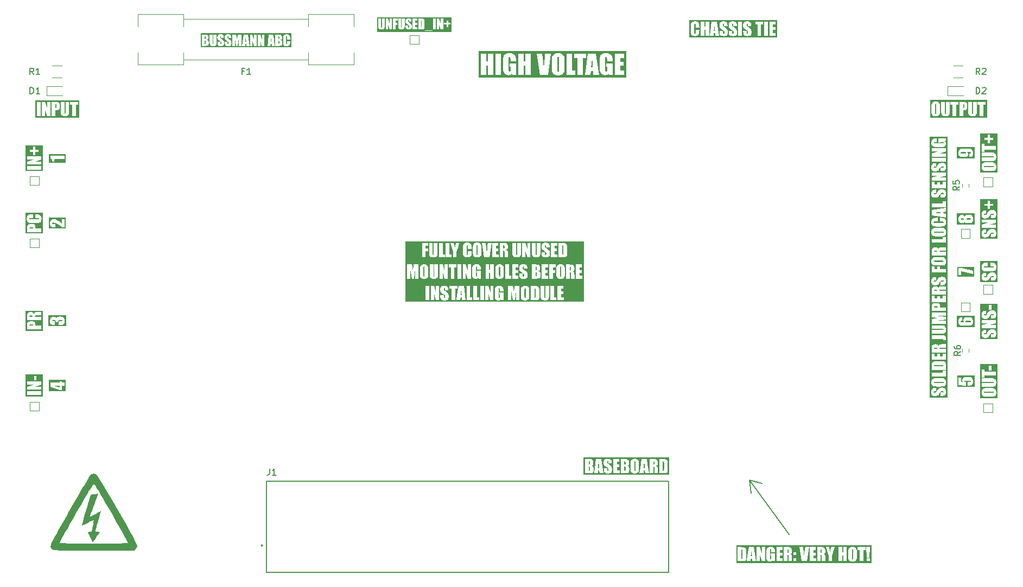
<source format=gbr>
%TF.GenerationSoftware,KiCad,Pcbnew,9.0.1*%
%TF.CreationDate,2025-10-25T17:54:32-05:00*%
%TF.ProjectId,MaxiCarrier,4d617869-4361-4727-9269-65722e6b6963,rev?*%
%TF.SameCoordinates,Original*%
%TF.FileFunction,Legend,Top*%
%TF.FilePolarity,Positive*%
%FSLAX46Y46*%
G04 Gerber Fmt 4.6, Leading zero omitted, Abs format (unit mm)*
G04 Created by KiCad (PCBNEW 9.0.1) date 2025-10-25 17:54:32*
%MOMM*%
%LPD*%
G01*
G04 APERTURE LIST*
%ADD10C,0.200000*%
%ADD11C,0.300000*%
%ADD12C,0.150000*%
%ADD13C,0.120000*%
%ADD14C,0.000000*%
G04 APERTURE END LIST*
D10*
X147250000Y-110500000D02*
X141000000Y-102000000D01*
X141000000Y-102000000D02*
X143000000Y-102500000D01*
X141000000Y-102000000D02*
X141250000Y-104000000D01*
D11*
G36*
X171210423Y-86648731D02*
G01*
X171279836Y-86659716D01*
X171308705Y-86675366D01*
X171325604Y-86699445D01*
X171331737Y-86734821D01*
X171319858Y-86782782D01*
X171286674Y-86807972D01*
X171223746Y-86818264D01*
X171049026Y-86823603D01*
X170016734Y-86823603D01*
X169862843Y-86815310D01*
X169811203Y-86799667D01*
X169785252Y-86770750D01*
X169776399Y-86730669D01*
X169787584Y-86685754D01*
X169819385Y-86660327D01*
X169876067Y-86648880D01*
X170016734Y-86643230D01*
X171032662Y-86643230D01*
X171210423Y-86648731D01*
G37*
G36*
X171163497Y-84040380D02*
G01*
X171234773Y-84059263D01*
X171259536Y-84083844D01*
X171277430Y-84130771D01*
X171284842Y-84212281D01*
X169823293Y-84212281D01*
X169829480Y-84125874D01*
X169843199Y-84083931D01*
X169868382Y-84056187D01*
X169905725Y-84040212D01*
X169961509Y-84033749D01*
X170099166Y-84030564D01*
X170962320Y-84030564D01*
X171163497Y-84040380D01*
G37*
G36*
X170214861Y-81333666D02*
G01*
X170266208Y-81348190D01*
X170289064Y-81366241D01*
X170307685Y-81413276D01*
X170315687Y-81502162D01*
X169823293Y-81502162D01*
X169833119Y-81411659D01*
X169856144Y-81364898D01*
X169900230Y-81338708D01*
X169994263Y-81327284D01*
X170116018Y-81327284D01*
X170214861Y-81333666D01*
G37*
G36*
X170303512Y-74867094D02*
G01*
X170354521Y-74888188D01*
X170382732Y-74927566D01*
X170393845Y-74998097D01*
X170392501Y-75040473D01*
X169823293Y-75040473D01*
X169833951Y-74939672D01*
X169857854Y-74892951D01*
X169904184Y-74868442D01*
X170007086Y-74857413D01*
X170190757Y-74857413D01*
X170303512Y-74867094D01*
G37*
G36*
X170214861Y-72304496D02*
G01*
X170266208Y-72319021D01*
X170289064Y-72337071D01*
X170307685Y-72384107D01*
X170315687Y-72472993D01*
X169823293Y-72472993D01*
X169833119Y-72382490D01*
X169856144Y-72335728D01*
X169900230Y-72309538D01*
X169994263Y-72298115D01*
X170116018Y-72298115D01*
X170214861Y-72304496D01*
G37*
G36*
X171210423Y-67754105D02*
G01*
X171279836Y-67765090D01*
X171308705Y-67780739D01*
X171325604Y-67804818D01*
X171331737Y-67840194D01*
X171319858Y-67888156D01*
X171286674Y-67913345D01*
X171223746Y-67923637D01*
X171049026Y-67928977D01*
X170016734Y-67928977D01*
X169862843Y-67920684D01*
X169811203Y-67905041D01*
X169785252Y-67876123D01*
X169776399Y-67836042D01*
X169787584Y-67791127D01*
X169819385Y-67765700D01*
X169876067Y-67754253D01*
X170016734Y-67748603D01*
X171032662Y-67748603D01*
X171210423Y-67754105D01*
G37*
G36*
X170214861Y-66214057D02*
G01*
X170266208Y-66228581D01*
X170289064Y-66246632D01*
X170307685Y-66293667D01*
X170315687Y-66382553D01*
X169823293Y-66382553D01*
X169833119Y-66292050D01*
X169856144Y-66245289D01*
X169900230Y-66219099D01*
X169994263Y-66207675D01*
X170116018Y-66207675D01*
X170214861Y-66214057D01*
G37*
G36*
X171210423Y-63203372D02*
G01*
X171279836Y-63214357D01*
X171308705Y-63230006D01*
X171325604Y-63254085D01*
X171331737Y-63289462D01*
X171319858Y-63337423D01*
X171286674Y-63362612D01*
X171223746Y-63372905D01*
X171049026Y-63378244D01*
X170016734Y-63378244D01*
X169862843Y-63369951D01*
X169811203Y-63354308D01*
X169785252Y-63325391D01*
X169776399Y-63285309D01*
X169787584Y-63240394D01*
X169819385Y-63214968D01*
X169876067Y-63203520D01*
X170016734Y-63197871D01*
X171032662Y-63197871D01*
X171210423Y-63203372D01*
G37*
G36*
X170870607Y-60365753D02*
G01*
X170533742Y-60332563D01*
X169934912Y-60256454D01*
X170470939Y-60210639D01*
X170870607Y-60169015D01*
X170870607Y-60365753D01*
G37*
G36*
X171929116Y-89100274D02*
G01*
X169179020Y-89100274D01*
X169179020Y-88253645D01*
X169401242Y-88253645D01*
X169409283Y-88389081D01*
X169431937Y-88504674D01*
X169467554Y-88603401D01*
X169519197Y-88693646D01*
X169580283Y-88762543D01*
X169651224Y-88813205D01*
X169732867Y-88845948D01*
X169852688Y-88869080D01*
X170022840Y-88878052D01*
X170190288Y-88865477D01*
X170312512Y-88832256D01*
X170416450Y-88778619D01*
X170490076Y-88716852D01*
X170561685Y-88627540D01*
X170696706Y-88432675D01*
X170831179Y-88240029D01*
X170897840Y-88163397D01*
X170942380Y-88137613D01*
X171021834Y-88118173D01*
X171152951Y-88110152D01*
X171235329Y-88118168D01*
X171286796Y-88138240D01*
X171320252Y-88173093D01*
X171331737Y-88223603D01*
X171322134Y-88274012D01*
X171296444Y-88303593D01*
X171249873Y-88318752D01*
X171137808Y-88326063D01*
X170870607Y-88326063D01*
X170870607Y-88860222D01*
X171014954Y-88860222D01*
X171181161Y-88853460D01*
X171306007Y-88835575D01*
X171397683Y-88809664D01*
X171479221Y-88765671D01*
X171552946Y-88696175D01*
X171619699Y-88595829D01*
X171666775Y-88483793D01*
X171696425Y-88353592D01*
X171706894Y-88201744D01*
X171697920Y-88063123D01*
X171672231Y-87940955D01*
X171631057Y-87832815D01*
X171572737Y-87733385D01*
X171510197Y-87664071D01*
X171443234Y-87618980D01*
X171365853Y-87591043D01*
X171253296Y-87571298D01*
X171094822Y-87563659D01*
X170925687Y-87571589D01*
X170795468Y-87592831D01*
X170696832Y-87624187D01*
X170623433Y-87663432D01*
X170534709Y-87741765D01*
X170412218Y-87892431D01*
X170245711Y-88147155D01*
X170163387Y-88264176D01*
X170109912Y-88309699D01*
X170046968Y-88331089D01*
X169945170Y-88339741D01*
X169866367Y-88332089D01*
X169818286Y-88313118D01*
X169787005Y-88280397D01*
X169776399Y-88234472D01*
X169784825Y-88192436D01*
X169808028Y-88166206D01*
X169850369Y-88152420D01*
X169955184Y-88145690D01*
X170120293Y-88145690D01*
X170120293Y-87611531D01*
X170032487Y-87611531D01*
X169853789Y-87618908D01*
X169733785Y-87637491D01*
X169657208Y-87662822D01*
X169591480Y-87705514D01*
X169530495Y-87773032D01*
X169474026Y-87871771D01*
X169434948Y-87979359D01*
X169410076Y-88105547D01*
X169401242Y-88253645D01*
X169179020Y-88253645D01*
X169179020Y-86733356D01*
X169401242Y-86733356D01*
X169408566Y-86856985D01*
X169429470Y-86965584D01*
X169462791Y-87061252D01*
X169510523Y-87149895D01*
X169569116Y-87223787D01*
X169639012Y-87284612D01*
X169718569Y-87332474D01*
X169802691Y-87365098D01*
X169892536Y-87383041D01*
X170055686Y-87393901D01*
X170364780Y-87398673D01*
X170743356Y-87398673D01*
X171059396Y-87393636D01*
X171221706Y-87382309D01*
X171310044Y-87363803D01*
X171393976Y-87329942D01*
X171474619Y-87279849D01*
X171545176Y-87216762D01*
X171603073Y-87141442D01*
X171648886Y-87052337D01*
X171680506Y-86956436D01*
X171700106Y-86850610D01*
X171706894Y-86733356D01*
X171699583Y-86609720D01*
X171678720Y-86501121D01*
X171645467Y-86405459D01*
X171597664Y-86316813D01*
X171539029Y-86242920D01*
X171469124Y-86182099D01*
X171389564Y-86134249D01*
X171305444Y-86101667D01*
X171215600Y-86083792D01*
X171052449Y-86072848D01*
X170743356Y-86068038D01*
X170364780Y-86068038D01*
X170048740Y-86073075D01*
X169886430Y-86084402D01*
X169798095Y-86102911D01*
X169714205Y-86136774D01*
X169633639Y-86186862D01*
X169563017Y-86249962D01*
X169505123Y-86325281D01*
X169459371Y-86414374D01*
X169427684Y-86510281D01*
X169408043Y-86616107D01*
X169401398Y-86730669D01*
X169401242Y-86733356D01*
X169179020Y-86733356D01*
X169179020Y-85277180D01*
X169448136Y-85277180D01*
X169448136Y-85852372D01*
X171660000Y-85852372D01*
X171660000Y-84927424D01*
X171214501Y-84927424D01*
X171214501Y-85277180D01*
X169448136Y-85277180D01*
X169179020Y-85277180D01*
X169179020Y-84357117D01*
X169448136Y-84357117D01*
X169448136Y-84787473D01*
X171660000Y-84787473D01*
X171660000Y-84061949D01*
X171653382Y-83868655D01*
X171637529Y-83753226D01*
X171605644Y-83657307D01*
X171558272Y-83581157D01*
X171492044Y-83522779D01*
X171401102Y-83483460D01*
X171276278Y-83464328D01*
X171002864Y-83455372D01*
X170228248Y-83455372D01*
X169939702Y-83461469D01*
X169806807Y-83474545D01*
X169705210Y-83507598D01*
X169612023Y-83570166D01*
X169561214Y-83626154D01*
X169519117Y-83699384D01*
X169486360Y-83793526D01*
X169460215Y-83973896D01*
X169452701Y-84212281D01*
X169448136Y-84357117D01*
X169179020Y-84357117D01*
X169179020Y-82280931D01*
X169448136Y-82280931D01*
X169448136Y-83239950D01*
X171660000Y-83239950D01*
X171660000Y-82242584D01*
X171214501Y-82242584D01*
X171214501Y-82664758D01*
X170729923Y-82664758D01*
X170729923Y-82305477D01*
X170307871Y-82305477D01*
X170307871Y-82664758D01*
X169893635Y-82664758D01*
X169893635Y-82280931D01*
X169448136Y-82280931D01*
X169179020Y-82280931D01*
X169179020Y-81670201D01*
X169448136Y-81670201D01*
X169448136Y-82077354D01*
X171660000Y-82077354D01*
X171660000Y-81502162D01*
X170659581Y-81502162D01*
X170666005Y-81423501D01*
X170681361Y-81378598D01*
X170702079Y-81355372D01*
X170761634Y-81336746D01*
X170922752Y-81327284D01*
X171660000Y-81327284D01*
X171660000Y-80793125D01*
X171075160Y-80793125D01*
X170831860Y-80798098D01*
X170747142Y-80807536D01*
X170688168Y-80830998D01*
X170616350Y-80880564D01*
X170576681Y-80925201D01*
X170538360Y-80998229D01*
X170502655Y-81110030D01*
X170479967Y-80987957D01*
X170443520Y-80907629D01*
X170396409Y-80857361D01*
X170332537Y-80826073D01*
X170223704Y-80802662D01*
X170050317Y-80793125D01*
X169863024Y-80805506D01*
X169730665Y-80837639D01*
X169639623Y-80883984D01*
X169563516Y-80951668D01*
X169510939Y-81029320D01*
X169479521Y-81118945D01*
X169458045Y-81295707D01*
X169452582Y-81502162D01*
X169448136Y-81670201D01*
X169179020Y-81670201D01*
X169179020Y-79950121D01*
X169448136Y-79950121D01*
X171003841Y-79950121D01*
X171173224Y-79955617D01*
X171213264Y-79968387D01*
X171246985Y-79996527D01*
X171268960Y-80036812D01*
X171277027Y-80093614D01*
X171272997Y-80168718D01*
X171660000Y-80168718D01*
X171660000Y-79880390D01*
X171651373Y-79701243D01*
X171630690Y-79594259D01*
X171589154Y-79508674D01*
X171524811Y-79443928D01*
X171443736Y-79400754D01*
X171353353Y-79381768D01*
X170926416Y-79374929D01*
X169448136Y-79374929D01*
X169448136Y-79950121D01*
X169179020Y-79950121D01*
X169179020Y-78420062D01*
X169448136Y-78420062D01*
X171077725Y-78420062D01*
X171228174Y-78425305D01*
X171287407Y-78435815D01*
X171320167Y-78460426D01*
X171331737Y-78506035D01*
X171321367Y-78546338D01*
X171291437Y-78569660D01*
X171238292Y-78580125D01*
X171106301Y-78585292D01*
X169448136Y-78585292D01*
X169448136Y-79160484D01*
X170757156Y-79160484D01*
X171099884Y-79156055D01*
X171248450Y-79146806D01*
X171361124Y-79118288D01*
X171470589Y-79058024D01*
X171533896Y-79002047D01*
X171590848Y-78927587D01*
X171641315Y-78831245D01*
X171676905Y-78728167D01*
X171699135Y-78612263D01*
X171706894Y-78481489D01*
X171700251Y-78363153D01*
X171681401Y-78260311D01*
X171651573Y-78170812D01*
X171608291Y-78087583D01*
X171554264Y-78017231D01*
X171489030Y-77958321D01*
X171379542Y-77892059D01*
X171279958Y-77861234D01*
X171159391Y-77849894D01*
X170926660Y-77844870D01*
X169448136Y-77844870D01*
X169448136Y-78420062D01*
X169179020Y-78420062D01*
X169179020Y-76597766D01*
X169448136Y-76597766D01*
X170480917Y-76728924D01*
X169918304Y-76808059D01*
X169448136Y-76877790D01*
X169448136Y-77622365D01*
X171660000Y-77622365D01*
X171660000Y-77119591D01*
X170197962Y-77119591D01*
X171660000Y-76907832D01*
X171660000Y-76551238D01*
X170166699Y-76350470D01*
X171660000Y-76350470D01*
X171660000Y-75847696D01*
X169448136Y-75847696D01*
X169448136Y-76597766D01*
X169179020Y-76597766D01*
X169179020Y-75036443D01*
X169448136Y-75036443D01*
X169448136Y-75040473D01*
X169448136Y-75615665D01*
X171660000Y-75615665D01*
X171660000Y-75040473D01*
X170769002Y-75040473D01*
X170769002Y-74886112D01*
X170762398Y-74760735D01*
X170744375Y-74660417D01*
X170717100Y-74580808D01*
X170675854Y-74508779D01*
X170626415Y-74456293D01*
X170568234Y-74420219D01*
X170501427Y-74398321D01*
X170401953Y-74382625D01*
X170259511Y-74376499D01*
X170066926Y-74376499D01*
X169872881Y-74383210D01*
X169760279Y-74399092D01*
X169667825Y-74432246D01*
X169591629Y-74485187D01*
X169532435Y-74560329D01*
X169485017Y-74675086D01*
X169458807Y-74815026D01*
X169448136Y-75036443D01*
X169179020Y-75036443D01*
X169179020Y-73251761D01*
X169448136Y-73251761D01*
X169448136Y-74210781D01*
X171660000Y-74210781D01*
X171660000Y-73213415D01*
X171214501Y-73213415D01*
X171214501Y-73635589D01*
X170729923Y-73635589D01*
X170729923Y-73276307D01*
X170307871Y-73276307D01*
X170307871Y-73635589D01*
X169893635Y-73635589D01*
X169893635Y-73251761D01*
X169448136Y-73251761D01*
X169179020Y-73251761D01*
X169179020Y-72641032D01*
X169448136Y-72641032D01*
X169448136Y-73048185D01*
X171660000Y-73048185D01*
X171660000Y-72472993D01*
X170659581Y-72472993D01*
X170666005Y-72394332D01*
X170681361Y-72349428D01*
X170702079Y-72326203D01*
X170761634Y-72307576D01*
X170922752Y-72298115D01*
X171660000Y-72298115D01*
X171660000Y-71763956D01*
X171075160Y-71763956D01*
X170831860Y-71768928D01*
X170747142Y-71778366D01*
X170688168Y-71801828D01*
X170616350Y-71851395D01*
X170576681Y-71896031D01*
X170538360Y-71969059D01*
X170502655Y-72080861D01*
X170479967Y-71958787D01*
X170443520Y-71878459D01*
X170396409Y-71828192D01*
X170332537Y-71796903D01*
X170223704Y-71773493D01*
X170050317Y-71763956D01*
X169863024Y-71776336D01*
X169730665Y-71808469D01*
X169639623Y-71854814D01*
X169563516Y-71922499D01*
X169510939Y-72000151D01*
X169479521Y-72089776D01*
X169458045Y-72266537D01*
X169452582Y-72472993D01*
X169448136Y-72641032D01*
X169179020Y-72641032D01*
X169179020Y-70965159D01*
X169401242Y-70965159D01*
X169409283Y-71100596D01*
X169431937Y-71216188D01*
X169467554Y-71314915D01*
X169519197Y-71405161D01*
X169580283Y-71474058D01*
X169651224Y-71524720D01*
X169732867Y-71557462D01*
X169852688Y-71580594D01*
X170022840Y-71589566D01*
X170190288Y-71576991D01*
X170312512Y-71543771D01*
X170416450Y-71490133D01*
X170490076Y-71428366D01*
X170561685Y-71339054D01*
X170696706Y-71144189D01*
X170831179Y-70951544D01*
X170897840Y-70874912D01*
X170942380Y-70849127D01*
X171021834Y-70829687D01*
X171152951Y-70821667D01*
X171235329Y-70829682D01*
X171286796Y-70849755D01*
X171320252Y-70884608D01*
X171331737Y-70935118D01*
X171322134Y-70985526D01*
X171296444Y-71015107D01*
X171249873Y-71030266D01*
X171137808Y-71037577D01*
X170870607Y-71037577D01*
X170870607Y-71571737D01*
X171014954Y-71571737D01*
X171181161Y-71564974D01*
X171306007Y-71547090D01*
X171397683Y-71521178D01*
X171479221Y-71477185D01*
X171552946Y-71407689D01*
X171619699Y-71307344D01*
X171666775Y-71195308D01*
X171696425Y-71065106D01*
X171706894Y-70913258D01*
X171697920Y-70774637D01*
X171672231Y-70652469D01*
X171631057Y-70544329D01*
X171572737Y-70444899D01*
X171510197Y-70375585D01*
X171443234Y-70330494D01*
X171365853Y-70302557D01*
X171253296Y-70282813D01*
X171094822Y-70275173D01*
X170925687Y-70283103D01*
X170795468Y-70304346D01*
X170696832Y-70335701D01*
X170623433Y-70374947D01*
X170534709Y-70453279D01*
X170412218Y-70603945D01*
X170245711Y-70858670D01*
X170163387Y-70975690D01*
X170109912Y-71021213D01*
X170046968Y-71042604D01*
X169945170Y-71051255D01*
X169866367Y-71043604D01*
X169818286Y-71024633D01*
X169787005Y-70991911D01*
X169776399Y-70945986D01*
X169784825Y-70903950D01*
X169808028Y-70877720D01*
X169850369Y-70863935D01*
X169955184Y-70857204D01*
X170120293Y-70857204D01*
X170120293Y-70323045D01*
X170032487Y-70323045D01*
X169853789Y-70330423D01*
X169733785Y-70349006D01*
X169657208Y-70374336D01*
X169591480Y-70417028D01*
X169530495Y-70484547D01*
X169474026Y-70583286D01*
X169434948Y-70690873D01*
X169410076Y-70817061D01*
X169401242Y-70965159D01*
X169179020Y-70965159D01*
X169179020Y-69601429D01*
X169448136Y-69601429D01*
X171660000Y-69601429D01*
X171660000Y-69026238D01*
X170729923Y-69026238D01*
X170729923Y-68671108D01*
X170307871Y-68671108D01*
X170307871Y-69026238D01*
X169893635Y-69026238D01*
X169893635Y-68627389D01*
X169448136Y-68627389D01*
X169448136Y-69601429D01*
X169179020Y-69601429D01*
X169179020Y-67838729D01*
X169401242Y-67838729D01*
X169408566Y-67962358D01*
X169429470Y-68070957D01*
X169462791Y-68166625D01*
X169510523Y-68255268D01*
X169569116Y-68329161D01*
X169639012Y-68389985D01*
X169718569Y-68437848D01*
X169802691Y-68470471D01*
X169892536Y-68488415D01*
X170055686Y-68499274D01*
X170364780Y-68504046D01*
X170743356Y-68504046D01*
X171059396Y-68499009D01*
X171221706Y-68487682D01*
X171310044Y-68469176D01*
X171393976Y-68435315D01*
X171474619Y-68385222D01*
X171545176Y-68322135D01*
X171603073Y-68246815D01*
X171648886Y-68157710D01*
X171680506Y-68061809D01*
X171700106Y-67955983D01*
X171706894Y-67838729D01*
X171699583Y-67715094D01*
X171678720Y-67606494D01*
X171645467Y-67510833D01*
X171597664Y-67422186D01*
X171539029Y-67348293D01*
X171469124Y-67287473D01*
X171389564Y-67239623D01*
X171305444Y-67207040D01*
X171215600Y-67189165D01*
X171052449Y-67178221D01*
X170743356Y-67173411D01*
X170364780Y-67173411D01*
X170048740Y-67178449D01*
X169886430Y-67189776D01*
X169798095Y-67208284D01*
X169714205Y-67242147D01*
X169633639Y-67292235D01*
X169563017Y-67355335D01*
X169505123Y-67430654D01*
X169459371Y-67519748D01*
X169427684Y-67615655D01*
X169408043Y-67721480D01*
X169401398Y-67836042D01*
X169401242Y-67838729D01*
X169179020Y-67838729D01*
X169179020Y-66550592D01*
X169448136Y-66550592D01*
X169448136Y-66957745D01*
X171660000Y-66957745D01*
X171660000Y-66382553D01*
X170659581Y-66382553D01*
X170666005Y-66303892D01*
X170681361Y-66258989D01*
X170702079Y-66235763D01*
X170761634Y-66217137D01*
X170922752Y-66207675D01*
X171660000Y-66207675D01*
X171660000Y-65673516D01*
X171075160Y-65673516D01*
X170831860Y-65678489D01*
X170747142Y-65687926D01*
X170688168Y-65711389D01*
X170616350Y-65760955D01*
X170576681Y-65805592D01*
X170538360Y-65878619D01*
X170502655Y-65990421D01*
X170479967Y-65868348D01*
X170443520Y-65788020D01*
X170396409Y-65737752D01*
X170332537Y-65706464D01*
X170223704Y-65683053D01*
X170050317Y-65673516D01*
X169863024Y-65685896D01*
X169730665Y-65718030D01*
X169639623Y-65764374D01*
X169563516Y-65832059D01*
X169510939Y-65909711D01*
X169479521Y-65999336D01*
X169458045Y-66176098D01*
X169452582Y-66382553D01*
X169448136Y-66550592D01*
X169179020Y-66550592D01*
X169179020Y-64383670D01*
X169448136Y-64383670D01*
X169448136Y-64958861D01*
X171660000Y-64958861D01*
X171660000Y-64033914D01*
X171214501Y-64033914D01*
X171214501Y-64383670D01*
X169448136Y-64383670D01*
X169179020Y-64383670D01*
X169179020Y-63287996D01*
X169401242Y-63287996D01*
X169408566Y-63411625D01*
X169429470Y-63520224D01*
X169462791Y-63615892D01*
X169510523Y-63704535D01*
X169569116Y-63778428D01*
X169639012Y-63839252D01*
X169718569Y-63887115D01*
X169802691Y-63919739D01*
X169892536Y-63937682D01*
X170055686Y-63948541D01*
X170364780Y-63953314D01*
X170743356Y-63953314D01*
X171059396Y-63948276D01*
X171221706Y-63936949D01*
X171310044Y-63918444D01*
X171393976Y-63884582D01*
X171474619Y-63834490D01*
X171545176Y-63771402D01*
X171603073Y-63696083D01*
X171648886Y-63606977D01*
X171680506Y-63511076D01*
X171700106Y-63405250D01*
X171706894Y-63287996D01*
X171699583Y-63164361D01*
X171678720Y-63055761D01*
X171645467Y-62960100D01*
X171597664Y-62871453D01*
X171539029Y-62797560D01*
X171469124Y-62736740D01*
X171389564Y-62688890D01*
X171305444Y-62656308D01*
X171215600Y-62638432D01*
X171052449Y-62627488D01*
X170743356Y-62622679D01*
X170364780Y-62622679D01*
X170048740Y-62627716D01*
X169886430Y-62639043D01*
X169798095Y-62657552D01*
X169714205Y-62691414D01*
X169633639Y-62741503D01*
X169563017Y-62804602D01*
X169505123Y-62879922D01*
X169459371Y-62969015D01*
X169427684Y-63064922D01*
X169408043Y-63170747D01*
X169401398Y-63285309D01*
X169401242Y-63287996D01*
X169179020Y-63287996D01*
X169179020Y-61752563D01*
X169401242Y-61752563D01*
X169408748Y-61876083D01*
X169430293Y-61985885D01*
X169464867Y-62083879D01*
X169513785Y-62175033D01*
X169571818Y-62249486D01*
X169639134Y-62309315D01*
X169715679Y-62357256D01*
X169792104Y-62389365D01*
X169869333Y-62407012D01*
X170003970Y-62418570D01*
X170228126Y-62423376D01*
X170874515Y-62423376D01*
X171093470Y-62416044D01*
X171251520Y-62397001D01*
X171361779Y-62370132D01*
X171460875Y-62322951D01*
X171544770Y-62251676D01*
X171615303Y-62152878D01*
X171664188Y-62039978D01*
X171695597Y-61902798D01*
X171706894Y-61736199D01*
X171693908Y-61577246D01*
X171657123Y-61442326D01*
X171598328Y-61327092D01*
X171517894Y-61225255D01*
X171433909Y-61155522D01*
X171345293Y-61112525D01*
X171245776Y-61088680D01*
X171089033Y-61071048D01*
X170855586Y-61064043D01*
X170769002Y-61064043D01*
X170769002Y-61639235D01*
X171049026Y-61639235D01*
X171216040Y-61645806D01*
X171282156Y-61659018D01*
X171309237Y-61676666D01*
X171325669Y-61703534D01*
X171331737Y-61743038D01*
X171325603Y-61784455D01*
X171309226Y-61811886D01*
X171282644Y-61829256D01*
X171219585Y-61842120D01*
X171072229Y-61848307D01*
X170045432Y-61848307D01*
X169891906Y-61842099D01*
X169826957Y-61829256D01*
X169799722Y-61811614D01*
X169782796Y-61783006D01*
X169776399Y-61739008D01*
X169787766Y-61685363D01*
X169817920Y-61657675D01*
X169874694Y-61645457D01*
X170026381Y-61639235D01*
X170409476Y-61639235D01*
X170409476Y-61064043D01*
X170199672Y-61064043D01*
X169991282Y-61071287D01*
X169844008Y-61089929D01*
X169743914Y-61115944D01*
X169654449Y-61161256D01*
X169573308Y-61232102D01*
X169499427Y-61333199D01*
X169446865Y-61447407D01*
X169413282Y-61585477D01*
X169401242Y-61752563D01*
X169179020Y-61752563D01*
X169179020Y-59864322D01*
X169448136Y-59864322D01*
X169448136Y-60256454D01*
X169448136Y-60696335D01*
X171660000Y-60988694D01*
X171660000Y-60392986D01*
X171261395Y-60358914D01*
X171261395Y-60152529D01*
X171660000Y-60123952D01*
X171660000Y-59535083D01*
X169448136Y-59864322D01*
X169179020Y-59864322D01*
X169179020Y-58861827D01*
X169448136Y-58861827D01*
X169448136Y-59437019D01*
X171660000Y-59437019D01*
X171660000Y-58512071D01*
X171214501Y-58512071D01*
X171214501Y-58861827D01*
X169448136Y-58861827D01*
X169179020Y-58861827D01*
X169179020Y-57303192D01*
X169401242Y-57303192D01*
X169409283Y-57438628D01*
X169431937Y-57554220D01*
X169467554Y-57652947D01*
X169519197Y-57743193D01*
X169580283Y-57812090D01*
X169651224Y-57862752D01*
X169732867Y-57895494D01*
X169852688Y-57918626D01*
X170022840Y-57927598D01*
X170190288Y-57915023D01*
X170312512Y-57881803D01*
X170416450Y-57828165D01*
X170490076Y-57766398D01*
X170561685Y-57677086D01*
X170696706Y-57482222D01*
X170831179Y-57289576D01*
X170897840Y-57212944D01*
X170942380Y-57187159D01*
X171021834Y-57167719D01*
X171152951Y-57159699D01*
X171235329Y-57167714D01*
X171286796Y-57187787D01*
X171320252Y-57222640D01*
X171331737Y-57273150D01*
X171322134Y-57323559D01*
X171296444Y-57353139D01*
X171249873Y-57368298D01*
X171137808Y-57375610D01*
X170870607Y-57375610D01*
X170870607Y-57909769D01*
X171014954Y-57909769D01*
X171181161Y-57903006D01*
X171306007Y-57885122D01*
X171397683Y-57859210D01*
X171479221Y-57815217D01*
X171552946Y-57745721D01*
X171619699Y-57645376D01*
X171666775Y-57533340D01*
X171696425Y-57403138D01*
X171706894Y-57251290D01*
X171697920Y-57112669D01*
X171672231Y-56990501D01*
X171631057Y-56882361D01*
X171572737Y-56782931D01*
X171510197Y-56713617D01*
X171443234Y-56668526D01*
X171365853Y-56640589D01*
X171253296Y-56620845D01*
X171094822Y-56613205D01*
X170925687Y-56621135D01*
X170795468Y-56642378D01*
X170696832Y-56673733D01*
X170623433Y-56712979D01*
X170534709Y-56791312D01*
X170412218Y-56941977D01*
X170245711Y-57196702D01*
X170163387Y-57313722D01*
X170109912Y-57359245D01*
X170046968Y-57380636D01*
X169945170Y-57389287D01*
X169866367Y-57381636D01*
X169818286Y-57362665D01*
X169787005Y-57329943D01*
X169776399Y-57284018D01*
X169784825Y-57241983D01*
X169808028Y-57215753D01*
X169850369Y-57201967D01*
X169955184Y-57195236D01*
X170120293Y-57195236D01*
X170120293Y-56661077D01*
X170032487Y-56661077D01*
X169853789Y-56668455D01*
X169733785Y-56687038D01*
X169657208Y-56712368D01*
X169591480Y-56755060D01*
X169530495Y-56822579D01*
X169474026Y-56921318D01*
X169434948Y-57028905D01*
X169410076Y-57155093D01*
X169401242Y-57303192D01*
X169179020Y-57303192D01*
X169179020Y-55472836D01*
X169448136Y-55472836D01*
X169448136Y-56431855D01*
X171660000Y-56431855D01*
X171660000Y-55434490D01*
X171214501Y-55434490D01*
X171214501Y-55856663D01*
X170729923Y-55856663D01*
X170729923Y-55497382D01*
X170307871Y-55497382D01*
X170307871Y-55856663D01*
X169893635Y-55856663D01*
X169893635Y-55472836D01*
X169448136Y-55472836D01*
X169179020Y-55472836D01*
X169179020Y-54465944D01*
X169448136Y-54465944D01*
X170444036Y-54465944D01*
X169448136Y-54788345D01*
X169448136Y-55269259D01*
X171660000Y-55269259D01*
X171660000Y-54788345D01*
X170654452Y-54788345D01*
X171660000Y-54489148D01*
X171660000Y-53985030D01*
X169448136Y-53985030D01*
X169448136Y-54465944D01*
X169179020Y-54465944D01*
X169179020Y-53176464D01*
X169401242Y-53176464D01*
X169409283Y-53311900D01*
X169431937Y-53427493D01*
X169467554Y-53526220D01*
X169519197Y-53616466D01*
X169580283Y-53685362D01*
X169651224Y-53736025D01*
X169732867Y-53768767D01*
X169852688Y-53791899D01*
X170022840Y-53800871D01*
X170190288Y-53788296D01*
X170312512Y-53755076D01*
X170416450Y-53701438D01*
X170490076Y-53639671D01*
X170561685Y-53550359D01*
X170696706Y-53355494D01*
X170831179Y-53162849D01*
X170897840Y-53086217D01*
X170942380Y-53060432D01*
X171021834Y-53040992D01*
X171152951Y-53032972D01*
X171235329Y-53040987D01*
X171286796Y-53061060D01*
X171320252Y-53095913D01*
X171331737Y-53146423D01*
X171322134Y-53196831D01*
X171296444Y-53226412D01*
X171249873Y-53241571D01*
X171137808Y-53248882D01*
X170870607Y-53248882D01*
X170870607Y-53783041D01*
X171014954Y-53783041D01*
X171181161Y-53776279D01*
X171306007Y-53758394D01*
X171397683Y-53732483D01*
X171479221Y-53688490D01*
X171552946Y-53618994D01*
X171619699Y-53518649D01*
X171666775Y-53406613D01*
X171696425Y-53276411D01*
X171706894Y-53124563D01*
X171697920Y-52985942D01*
X171672231Y-52863774D01*
X171631057Y-52755634D01*
X171572737Y-52656204D01*
X171510197Y-52586890D01*
X171443234Y-52541799D01*
X171365853Y-52513862D01*
X171253296Y-52494118D01*
X171094822Y-52486478D01*
X170925687Y-52494408D01*
X170795468Y-52515651D01*
X170696832Y-52547006D01*
X170623433Y-52586252D01*
X170534709Y-52664584D01*
X170412218Y-52815250D01*
X170245711Y-53069975D01*
X170163387Y-53186995D01*
X170109912Y-53232518D01*
X170046968Y-53253909D01*
X169945170Y-53262560D01*
X169866367Y-53254909D01*
X169818286Y-53235938D01*
X169787005Y-53203216D01*
X169776399Y-53157291D01*
X169784825Y-53115255D01*
X169808028Y-53089025D01*
X169850369Y-53075239D01*
X169955184Y-53068509D01*
X170120293Y-53068509D01*
X170120293Y-52534350D01*
X170032487Y-52534350D01*
X169853789Y-52541728D01*
X169733785Y-52560310D01*
X169657208Y-52585641D01*
X169591480Y-52628333D01*
X169530495Y-52695852D01*
X169474026Y-52794591D01*
X169434948Y-52902178D01*
X169410076Y-53028366D01*
X169401242Y-53176464D01*
X169179020Y-53176464D01*
X169179020Y-52305128D01*
X169448136Y-52305128D01*
X171660000Y-52305128D01*
X171660000Y-51729936D01*
X169448136Y-51729936D01*
X169448136Y-52305128D01*
X169179020Y-52305128D01*
X169179020Y-50696789D01*
X169448136Y-50696789D01*
X170444036Y-50696789D01*
X169448136Y-51019189D01*
X169448136Y-51500104D01*
X171660000Y-51500104D01*
X171660000Y-51019189D01*
X170654452Y-51019189D01*
X171660000Y-50719992D01*
X171660000Y-50215875D01*
X169448136Y-50215875D01*
X169448136Y-50696789D01*
X169179020Y-50696789D01*
X169179020Y-49351255D01*
X169401242Y-49351255D01*
X169409537Y-49479909D01*
X169433059Y-49590869D01*
X169470374Y-49686827D01*
X169520921Y-49770009D01*
X169608284Y-49868393D01*
X169695420Y-49931631D01*
X169783970Y-49966136D01*
X169949130Y-49989975D01*
X170244490Y-50000208D01*
X170901870Y-50000208D01*
X171115754Y-49995402D01*
X171244298Y-49983844D01*
X171354969Y-49955497D01*
X171462285Y-49901901D01*
X171526232Y-49852854D01*
X171584253Y-49789528D01*
X171636552Y-49709926D01*
X171675697Y-49623426D01*
X171699039Y-49533436D01*
X171706894Y-49438694D01*
X171693510Y-49323030D01*
X171655481Y-49227668D01*
X171592498Y-49147088D01*
X171501486Y-49079413D01*
X171660000Y-49026168D01*
X171660000Y-48664078D01*
X170472002Y-48664078D01*
X170472002Y-49337700D01*
X170808080Y-49337700D01*
X170808080Y-49221562D01*
X171070642Y-49221562D01*
X171212473Y-49228715D01*
X171278492Y-49244155D01*
X171308020Y-49263573D01*
X171325464Y-49291105D01*
X171331737Y-49329517D01*
X171319542Y-49378016D01*
X171284598Y-49406088D01*
X171224849Y-49418999D01*
X171088715Y-49425138D01*
X170027602Y-49425138D01*
X169874042Y-49418684D01*
X169817431Y-49406088D01*
X169787138Y-49379203D01*
X169776399Y-49333547D01*
X169789006Y-49282267D01*
X169824026Y-49255756D01*
X169888903Y-49244826D01*
X170060942Y-49239270D01*
X170260976Y-49239270D01*
X170260976Y-48664078D01*
X170165478Y-48664078D01*
X169983065Y-48670924D01*
X169848280Y-48688893D01*
X169751364Y-48714636D01*
X169664098Y-48758864D01*
X169582319Y-48829510D01*
X169505045Y-48931890D01*
X169449236Y-49047390D01*
X169413858Y-49185532D01*
X169401242Y-49351255D01*
X169179020Y-49351255D01*
X169179020Y-48441856D01*
X171929116Y-48441856D01*
X171929116Y-89100274D01*
G37*
G36*
X106074747Y-72037584D02*
G01*
X106100174Y-72069385D01*
X106111621Y-72126067D01*
X106117271Y-72266734D01*
X106117271Y-73282662D01*
X106111770Y-73460423D01*
X106100785Y-73529836D01*
X106085135Y-73558705D01*
X106061056Y-73575604D01*
X106025680Y-73581737D01*
X105977719Y-73569858D01*
X105952529Y-73536674D01*
X105942237Y-73473746D01*
X105936898Y-73299026D01*
X105936898Y-72266734D01*
X105945191Y-72112843D01*
X105960834Y-72061203D01*
X105989751Y-72035252D01*
X106029832Y-72026399D01*
X106074747Y-72037584D01*
G37*
G36*
X96110784Y-72720939D02*
G01*
X96152407Y-73120607D01*
X95955670Y-73120607D01*
X95988859Y-72783742D01*
X96064968Y-72184912D01*
X96110784Y-72720939D01*
G37*
G36*
X107569728Y-72079480D02*
G01*
X107611671Y-72093199D01*
X107639416Y-72118382D01*
X107655391Y-72155725D01*
X107661853Y-72211509D01*
X107665038Y-72349166D01*
X107665038Y-73212320D01*
X107655223Y-73413497D01*
X107636340Y-73484773D01*
X107611758Y-73509536D01*
X107564832Y-73527430D01*
X107483322Y-73534842D01*
X107483322Y-72073293D01*
X107569728Y-72079480D01*
G37*
G36*
X90317176Y-68677584D02*
G01*
X90342603Y-68709385D01*
X90354050Y-68766067D01*
X90359700Y-68906734D01*
X90359700Y-69922662D01*
X90354198Y-70100423D01*
X90343213Y-70169836D01*
X90327564Y-70198705D01*
X90303485Y-70215604D01*
X90268109Y-70221737D01*
X90220147Y-70209858D01*
X90194958Y-70176674D01*
X90184666Y-70113746D01*
X90179326Y-69939026D01*
X90179326Y-68906734D01*
X90187619Y-68752843D01*
X90203262Y-68701203D01*
X90232179Y-68675252D01*
X90272261Y-68666399D01*
X90317176Y-68677584D01*
G37*
G36*
X102093589Y-68677584D02*
G01*
X102119016Y-68709385D01*
X102130463Y-68766067D01*
X102136113Y-68906734D01*
X102136113Y-69922662D01*
X102130611Y-70100423D01*
X102119626Y-70169836D01*
X102103977Y-70198705D01*
X102079898Y-70215604D01*
X102044522Y-70221737D01*
X101996561Y-70209858D01*
X101971371Y-70176674D01*
X101961079Y-70113746D01*
X101955740Y-69939026D01*
X101955740Y-68906734D01*
X101964032Y-68752843D01*
X101979675Y-68701203D01*
X102008593Y-68675252D01*
X102048674Y-68666399D01*
X102093589Y-68677584D01*
G37*
G36*
X111613198Y-68677584D02*
G01*
X111638625Y-68709385D01*
X111650072Y-68766067D01*
X111655722Y-68906734D01*
X111655722Y-69922662D01*
X111650221Y-70100423D01*
X111639236Y-70169836D01*
X111623586Y-70198705D01*
X111599507Y-70215604D01*
X111564131Y-70221737D01*
X111516170Y-70209858D01*
X111490980Y-70176674D01*
X111480688Y-70113746D01*
X111475349Y-69939026D01*
X111475349Y-68906734D01*
X111483642Y-68752843D01*
X111499285Y-68701203D01*
X111528202Y-68675252D01*
X111568283Y-68666399D01*
X111613198Y-68677584D01*
G37*
G36*
X107784912Y-69562980D02*
G01*
X107828437Y-69584141D01*
X107848353Y-69629484D01*
X107858479Y-69758042D01*
X107858479Y-69966381D01*
X107847626Y-70087824D01*
X107825017Y-70136252D01*
X107778913Y-70160573D01*
X107669923Y-70174842D01*
X107669923Y-69549581D01*
X107784912Y-69562980D01*
G37*
G36*
X107751473Y-68717860D02*
G01*
X107789480Y-68725628D01*
X107816190Y-68743045D01*
X107839305Y-68778262D01*
X107852607Y-68827969D01*
X107858479Y-68923953D01*
X107850449Y-69101994D01*
X107835275Y-69162700D01*
X107815713Y-69184009D01*
X107781972Y-69198552D01*
X107727320Y-69204344D01*
X107669923Y-69205687D01*
X107669923Y-68713293D01*
X107751473Y-68717860D01*
G37*
G36*
X113112275Y-68723119D02*
G01*
X113159037Y-68746144D01*
X113185227Y-68790230D01*
X113196650Y-68884263D01*
X113196650Y-69006018D01*
X113190269Y-69104861D01*
X113175744Y-69156208D01*
X113157693Y-69179064D01*
X113110658Y-69197685D01*
X113021772Y-69205687D01*
X113021772Y-68713293D01*
X113112275Y-68723119D01*
G37*
G36*
X98595055Y-65317584D02*
G01*
X98620481Y-65349385D01*
X98631929Y-65406067D01*
X98637578Y-65546734D01*
X98637578Y-66562662D01*
X98632077Y-66740423D01*
X98621092Y-66809836D01*
X98605443Y-66838705D01*
X98581364Y-66855604D01*
X98545987Y-66861737D01*
X98498026Y-66849858D01*
X98472837Y-66816674D01*
X98462544Y-66753746D01*
X98457205Y-66579026D01*
X98457205Y-65546734D01*
X98465498Y-65392843D01*
X98481141Y-65341203D01*
X98510058Y-65315252D01*
X98550139Y-65306399D01*
X98595055Y-65317584D01*
G37*
G36*
X102722185Y-65363119D02*
G01*
X102768946Y-65386144D01*
X102795136Y-65430230D01*
X102806560Y-65524263D01*
X102806560Y-65646018D01*
X102800178Y-65744861D01*
X102785654Y-65796208D01*
X102767603Y-65819064D01*
X102720568Y-65837685D01*
X102631682Y-65845687D01*
X102631682Y-65353293D01*
X102722185Y-65363119D01*
G37*
G36*
X111903573Y-65359480D02*
G01*
X111945516Y-65373199D01*
X111973261Y-65398382D01*
X111989236Y-65435725D01*
X111995698Y-65491509D01*
X111998883Y-65629166D01*
X111998883Y-66492320D01*
X111989068Y-66693497D01*
X111970185Y-66764773D01*
X111945603Y-66789536D01*
X111898677Y-66807430D01*
X111817167Y-66814842D01*
X111817167Y-65353293D01*
X111903573Y-65359480D01*
G37*
G36*
X115172658Y-74179116D02*
G01*
X87391700Y-74179116D01*
X87391700Y-73910000D01*
X90516504Y-73910000D01*
X91091696Y-73910000D01*
X91321528Y-73910000D01*
X91802442Y-73910000D01*
X91802442Y-72904452D01*
X92101640Y-73910000D01*
X92605757Y-73910000D01*
X92605757Y-72272840D01*
X92789916Y-72272840D01*
X92802491Y-72440288D01*
X92835712Y-72562512D01*
X92889349Y-72666450D01*
X92951116Y-72740076D01*
X93040428Y-72811685D01*
X93235293Y-72946706D01*
X93427939Y-73081179D01*
X93504571Y-73147840D01*
X93530355Y-73192380D01*
X93549795Y-73271834D01*
X93557816Y-73402951D01*
X93549800Y-73485329D01*
X93529728Y-73536796D01*
X93494875Y-73570252D01*
X93444365Y-73581737D01*
X93393956Y-73572134D01*
X93364375Y-73546444D01*
X93349216Y-73499873D01*
X93341905Y-73387808D01*
X93341905Y-73120607D01*
X92807746Y-73120607D01*
X92807746Y-73264954D01*
X92814508Y-73431161D01*
X92832393Y-73556007D01*
X92858304Y-73647683D01*
X92902297Y-73729221D01*
X92971793Y-73802946D01*
X93072139Y-73869699D01*
X93184175Y-73916775D01*
X93314376Y-73946425D01*
X93466225Y-73956894D01*
X93604845Y-73947920D01*
X93727013Y-73922231D01*
X93835153Y-73881057D01*
X93934583Y-73822737D01*
X94003897Y-73760197D01*
X94048988Y-73693234D01*
X94076925Y-73615853D01*
X94096670Y-73503296D01*
X94104309Y-73344822D01*
X94096379Y-73175687D01*
X94075137Y-73045468D01*
X94043781Y-72946832D01*
X94004536Y-72873433D01*
X93926203Y-72784709D01*
X93775537Y-72662218D01*
X93520813Y-72495711D01*
X93403792Y-72413387D01*
X93358269Y-72359912D01*
X93336879Y-72296968D01*
X93328227Y-72195170D01*
X93335879Y-72116367D01*
X93354850Y-72068286D01*
X93387571Y-72037005D01*
X93433496Y-72026399D01*
X93475532Y-72034825D01*
X93501762Y-72058028D01*
X93515548Y-72100369D01*
X93522278Y-72205184D01*
X93522278Y-72370293D01*
X94056437Y-72370293D01*
X94056437Y-72282487D01*
X94050705Y-72143635D01*
X94187229Y-72143635D01*
X94527460Y-72143635D01*
X94527460Y-73910000D01*
X95102652Y-73910000D01*
X95332728Y-73910000D01*
X95928437Y-73910000D01*
X95962509Y-73511395D01*
X96168894Y-73511395D01*
X96197470Y-73910000D01*
X96786340Y-73910000D01*
X96884403Y-73910000D01*
X97809351Y-73910000D01*
X97949302Y-73910000D01*
X98874250Y-73910000D01*
X99014201Y-73910000D01*
X99589393Y-73910000D01*
X99819225Y-73910000D01*
X100300139Y-73910000D01*
X100300139Y-72904452D01*
X100599337Y-73910000D01*
X101103454Y-73910000D01*
X101103454Y-72494490D01*
X101319121Y-72494490D01*
X101319121Y-73151870D01*
X101323926Y-73365754D01*
X101335485Y-73494298D01*
X101363832Y-73604969D01*
X101417428Y-73712285D01*
X101466475Y-73776232D01*
X101529801Y-73834253D01*
X101609403Y-73886552D01*
X101695902Y-73925697D01*
X101785893Y-73949039D01*
X101880635Y-73956894D01*
X101996299Y-73943510D01*
X102091661Y-73905481D01*
X102172241Y-73842498D01*
X102239916Y-73751486D01*
X102293161Y-73910000D01*
X102655251Y-73910000D01*
X103371493Y-73910000D01*
X103874267Y-73910000D01*
X103874267Y-72447962D01*
X104086026Y-73910000D01*
X104442620Y-73910000D01*
X104643388Y-72416699D01*
X104643388Y-73910000D01*
X105146162Y-73910000D01*
X105146162Y-72614780D01*
X105361828Y-72614780D01*
X105361828Y-72993356D01*
X105366865Y-73309396D01*
X105378192Y-73471706D01*
X105396698Y-73560044D01*
X105430559Y-73643976D01*
X105480652Y-73724619D01*
X105543740Y-73795176D01*
X105619059Y-73853073D01*
X105708164Y-73898886D01*
X105804066Y-73930506D01*
X105909891Y-73950106D01*
X106027146Y-73956894D01*
X106150781Y-73949583D01*
X106259380Y-73928720D01*
X106355042Y-73895467D01*
X106443688Y-73847664D01*
X106517581Y-73789029D01*
X106578402Y-73719124D01*
X106626252Y-73639564D01*
X106658834Y-73555444D01*
X106662933Y-73534842D01*
X106908130Y-73534842D01*
X106908130Y-73910000D01*
X107633653Y-73910000D01*
X107826947Y-73903382D01*
X107942376Y-73887529D01*
X108038295Y-73855644D01*
X108114445Y-73808272D01*
X108172823Y-73742044D01*
X108212142Y-73651102D01*
X108231274Y-73526278D01*
X108240230Y-73252864D01*
X108240230Y-73007156D01*
X108447470Y-73007156D01*
X108451899Y-73349884D01*
X108461148Y-73498450D01*
X108489666Y-73611124D01*
X108549930Y-73720589D01*
X108605907Y-73783896D01*
X108680367Y-73840848D01*
X108776710Y-73891315D01*
X108879787Y-73926905D01*
X108995691Y-73949135D01*
X109126465Y-73956894D01*
X109244801Y-73950251D01*
X109347643Y-73931401D01*
X109411857Y-73910000D01*
X109985589Y-73910000D01*
X110910537Y-73910000D01*
X111050488Y-73910000D01*
X112047854Y-73910000D01*
X112047854Y-73464501D01*
X111625680Y-73464501D01*
X111625680Y-72979923D01*
X111984961Y-72979923D01*
X111984961Y-72557871D01*
X111625680Y-72557871D01*
X111625680Y-72143635D01*
X112009508Y-72143635D01*
X112009508Y-71698136D01*
X111050488Y-71698136D01*
X111050488Y-73910000D01*
X110910537Y-73910000D01*
X110910537Y-73464501D01*
X110560781Y-73464501D01*
X110560781Y-71698136D01*
X109985589Y-71698136D01*
X109985589Y-73910000D01*
X109411857Y-73910000D01*
X109437142Y-73901573D01*
X109520371Y-73858291D01*
X109590723Y-73804264D01*
X109649633Y-73739030D01*
X109715896Y-73629542D01*
X109746720Y-73529958D01*
X109758060Y-73409391D01*
X109763084Y-73176660D01*
X109763084Y-71698136D01*
X109187892Y-71698136D01*
X109187892Y-73327725D01*
X109182649Y-73478174D01*
X109172139Y-73537407D01*
X109147528Y-73570167D01*
X109101919Y-73581737D01*
X109061616Y-73571367D01*
X109038294Y-73541437D01*
X109027829Y-73488292D01*
X109022662Y-73356301D01*
X109022662Y-71698136D01*
X108447470Y-71698136D01*
X108447470Y-73007156D01*
X108240230Y-73007156D01*
X108240230Y-72478248D01*
X108234134Y-72189702D01*
X108221057Y-72056807D01*
X108188004Y-71955210D01*
X108125436Y-71862023D01*
X108069449Y-71811214D01*
X107996219Y-71769117D01*
X107902076Y-71736360D01*
X107721707Y-71710215D01*
X107338485Y-71698136D01*
X106908130Y-71698136D01*
X106908130Y-73534842D01*
X106662933Y-73534842D01*
X106676710Y-73465600D01*
X106687654Y-73302449D01*
X106692463Y-72993356D01*
X106692463Y-72614780D01*
X106687426Y-72298740D01*
X106676099Y-72136430D01*
X106657590Y-72048095D01*
X106623727Y-71964205D01*
X106573639Y-71883639D01*
X106510540Y-71813017D01*
X106435220Y-71755123D01*
X106346127Y-71709371D01*
X106250220Y-71677684D01*
X106144395Y-71658043D01*
X106027146Y-71651242D01*
X105903517Y-71658566D01*
X105794918Y-71679470D01*
X105699250Y-71712791D01*
X105610607Y-71760523D01*
X105536714Y-71819116D01*
X105475890Y-71889012D01*
X105428027Y-71968569D01*
X105395403Y-72052691D01*
X105377460Y-72142536D01*
X105369194Y-72266734D01*
X105366601Y-72305686D01*
X105361828Y-72614780D01*
X105146162Y-72614780D01*
X105146162Y-71698136D01*
X104396092Y-71698136D01*
X104264934Y-72730917D01*
X104185799Y-72168304D01*
X104116067Y-71698136D01*
X103371493Y-71698136D01*
X103371493Y-73910000D01*
X102655251Y-73910000D01*
X102655251Y-72722002D01*
X101981629Y-72722002D01*
X101981629Y-73058080D01*
X102097767Y-73058080D01*
X102097767Y-73320642D01*
X102090614Y-73462473D01*
X102075174Y-73528492D01*
X102055756Y-73558020D01*
X102028224Y-73575464D01*
X101989811Y-73581737D01*
X101941313Y-73569542D01*
X101913241Y-73534598D01*
X101900330Y-73474849D01*
X101894190Y-73338715D01*
X101894190Y-72277602D01*
X101900645Y-72124042D01*
X101913241Y-72067431D01*
X101940126Y-72037138D01*
X101985781Y-72026399D01*
X102037062Y-72039006D01*
X102063573Y-72074026D01*
X102074502Y-72138903D01*
X102080059Y-72310942D01*
X102080059Y-72510976D01*
X102655251Y-72510976D01*
X102655251Y-72415478D01*
X102648404Y-72233065D01*
X102630436Y-72098280D01*
X102604693Y-72001364D01*
X102560465Y-71914098D01*
X102489819Y-71832319D01*
X102387439Y-71755045D01*
X102271939Y-71699236D01*
X102133797Y-71663858D01*
X101968074Y-71651242D01*
X101839419Y-71659537D01*
X101728460Y-71683059D01*
X101632502Y-71720374D01*
X101549319Y-71770921D01*
X101450936Y-71858284D01*
X101387698Y-71945420D01*
X101353192Y-72033970D01*
X101329353Y-72199130D01*
X101319121Y-72494490D01*
X101103454Y-72494490D01*
X101103454Y-71698136D01*
X100622540Y-71698136D01*
X100622540Y-72694036D01*
X100300139Y-71698136D01*
X99819225Y-71698136D01*
X99819225Y-73910000D01*
X99589393Y-73910000D01*
X99589393Y-71698136D01*
X99014201Y-71698136D01*
X99014201Y-73910000D01*
X98874250Y-73910000D01*
X98874250Y-73464501D01*
X98524494Y-73464501D01*
X98524494Y-71698136D01*
X97949302Y-71698136D01*
X97949302Y-73910000D01*
X97809351Y-73910000D01*
X97809351Y-73464501D01*
X97459595Y-73464501D01*
X97459595Y-71698136D01*
X96884403Y-71698136D01*
X96884403Y-73910000D01*
X96786340Y-73910000D01*
X96457100Y-71698136D01*
X95625087Y-71698136D01*
X95437068Y-73120607D01*
X95332728Y-73910000D01*
X95102652Y-73910000D01*
X95102652Y-72143635D01*
X95444225Y-72143635D01*
X95444225Y-71698136D01*
X94187229Y-71698136D01*
X94187229Y-72143635D01*
X94050705Y-72143635D01*
X94049060Y-72103789D01*
X94030477Y-71983785D01*
X94005146Y-71907208D01*
X93962454Y-71841480D01*
X93894936Y-71780495D01*
X93796197Y-71724026D01*
X93688609Y-71684948D01*
X93562421Y-71660076D01*
X93414323Y-71651242D01*
X93278887Y-71659283D01*
X93163294Y-71681937D01*
X93064567Y-71717554D01*
X92974322Y-71769197D01*
X92905425Y-71830283D01*
X92854763Y-71901224D01*
X92822020Y-71982867D01*
X92798888Y-72102688D01*
X92789916Y-72272840D01*
X92605757Y-72272840D01*
X92605757Y-71698136D01*
X92124843Y-71698136D01*
X92124843Y-72694036D01*
X91802442Y-71698136D01*
X91321528Y-71698136D01*
X91321528Y-73910000D01*
X91091696Y-73910000D01*
X91091696Y-71698136D01*
X90516504Y-71698136D01*
X90516504Y-73910000D01*
X87391700Y-73910000D01*
X87391700Y-70550000D01*
X87613922Y-70550000D01*
X88116696Y-70550000D01*
X88116696Y-69087962D01*
X88328454Y-70550000D01*
X88685049Y-70550000D01*
X88885816Y-69056699D01*
X88885816Y-70550000D01*
X89388590Y-70550000D01*
X89388590Y-69254780D01*
X89604257Y-69254780D01*
X89604257Y-69633356D01*
X89609294Y-69949396D01*
X89620621Y-70111706D01*
X89639127Y-70200044D01*
X89672988Y-70283976D01*
X89723081Y-70364619D01*
X89786168Y-70435176D01*
X89861487Y-70493073D01*
X89950593Y-70538886D01*
X90046494Y-70570506D01*
X90152320Y-70590106D01*
X90269574Y-70596894D01*
X90393209Y-70589583D01*
X90501809Y-70568720D01*
X90597470Y-70535467D01*
X90686117Y-70487664D01*
X90760010Y-70429029D01*
X90820830Y-70359124D01*
X90868680Y-70279564D01*
X90901263Y-70195444D01*
X90919138Y-70105600D01*
X90930082Y-69942449D01*
X90934677Y-69647156D01*
X91142376Y-69647156D01*
X91146805Y-69989884D01*
X91156054Y-70138450D01*
X91184572Y-70251124D01*
X91244836Y-70360589D01*
X91300813Y-70423896D01*
X91375273Y-70480848D01*
X91471615Y-70531315D01*
X91574693Y-70566905D01*
X91690597Y-70589135D01*
X91821371Y-70596894D01*
X91939707Y-70590251D01*
X92042549Y-70571401D01*
X92106763Y-70550000D01*
X92680495Y-70550000D01*
X93161409Y-70550000D01*
X93161409Y-69544452D01*
X93460607Y-70550000D01*
X93964724Y-70550000D01*
X93964724Y-68783635D01*
X94098325Y-68783635D01*
X94438555Y-68783635D01*
X94438555Y-70550000D01*
X95013747Y-70550000D01*
X95486357Y-70550000D01*
X96061549Y-70550000D01*
X96291382Y-70550000D01*
X96772296Y-70550000D01*
X96772296Y-69544452D01*
X97071493Y-70550000D01*
X97575610Y-70550000D01*
X97575610Y-69134490D01*
X97791277Y-69134490D01*
X97791277Y-69791870D01*
X97796083Y-70005754D01*
X97807641Y-70134298D01*
X97835988Y-70244969D01*
X97889585Y-70352285D01*
X97938631Y-70416232D01*
X98001958Y-70474253D01*
X98081559Y-70526552D01*
X98168059Y-70565697D01*
X98258049Y-70589039D01*
X98352791Y-70596894D01*
X98468455Y-70583510D01*
X98563817Y-70545481D01*
X98644397Y-70482498D01*
X98712072Y-70391486D01*
X98765317Y-70550000D01*
X99127407Y-70550000D01*
X99843649Y-70550000D01*
X100418841Y-70550000D01*
X100418841Y-69619923D01*
X100590910Y-69619923D01*
X100590910Y-70550000D01*
X101166102Y-70550000D01*
X101166102Y-69254780D01*
X101380670Y-69254780D01*
X101380670Y-69633356D01*
X101385707Y-69949396D01*
X101397034Y-70111706D01*
X101415540Y-70200044D01*
X101449401Y-70283976D01*
X101499494Y-70364619D01*
X101562581Y-70435176D01*
X101637901Y-70493073D01*
X101727006Y-70538886D01*
X101822907Y-70570506D01*
X101928733Y-70590106D01*
X102045987Y-70596894D01*
X102169622Y-70589583D01*
X102278222Y-70568720D01*
X102332075Y-70550000D01*
X102926971Y-70550000D01*
X103851919Y-70550000D01*
X103991870Y-70550000D01*
X104989236Y-70550000D01*
X104989236Y-70104501D01*
X104567062Y-70104501D01*
X104567062Y-69619923D01*
X104926343Y-69619923D01*
X104926343Y-69197871D01*
X104567062Y-69197871D01*
X104567062Y-68912840D01*
X105106594Y-68912840D01*
X105119169Y-69080288D01*
X105152390Y-69202512D01*
X105206028Y-69306450D01*
X105267795Y-69380076D01*
X105357106Y-69451685D01*
X105551971Y-69586706D01*
X105744617Y-69721179D01*
X105821249Y-69787840D01*
X105847034Y-69832380D01*
X105866473Y-69911834D01*
X105874494Y-70042951D01*
X105866479Y-70125329D01*
X105846406Y-70176796D01*
X105811553Y-70210252D01*
X105761043Y-70221737D01*
X105710634Y-70212134D01*
X105681054Y-70186444D01*
X105665894Y-70139873D01*
X105658583Y-70027808D01*
X105658583Y-69760607D01*
X105124424Y-69760607D01*
X105124424Y-69904954D01*
X105131187Y-70071161D01*
X105149071Y-70196007D01*
X105174982Y-70287683D01*
X105218976Y-70369221D01*
X105288472Y-70442946D01*
X105388817Y-70509699D01*
X105500853Y-70556775D01*
X105631054Y-70586425D01*
X105782903Y-70596894D01*
X105921524Y-70587920D01*
X106043691Y-70562231D01*
X106151832Y-70521057D01*
X106251262Y-70462737D01*
X106320576Y-70400197D01*
X106365666Y-70333234D01*
X106393604Y-70255853D01*
X106413348Y-70143296D01*
X106420987Y-69984822D01*
X106413058Y-69815687D01*
X106391815Y-69685468D01*
X106360459Y-69586832D01*
X106321214Y-69513433D01*
X106242881Y-69424709D01*
X106092215Y-69302218D01*
X105944541Y-69205687D01*
X107094731Y-69205687D01*
X107094731Y-70174842D01*
X107094731Y-70550000D01*
X107760049Y-70550000D01*
X108640300Y-70550000D01*
X109637666Y-70550000D01*
X109802896Y-70550000D01*
X110378088Y-70550000D01*
X110378088Y-69619923D01*
X110733217Y-69619923D01*
X110733217Y-69254780D01*
X110900279Y-69254780D01*
X110900279Y-69633356D01*
X110905316Y-69949396D01*
X110916643Y-70111706D01*
X110935149Y-70200044D01*
X110969010Y-70283976D01*
X111019103Y-70364619D01*
X111082190Y-70435176D01*
X111157510Y-70493073D01*
X111246615Y-70538886D01*
X111342516Y-70570506D01*
X111448342Y-70590106D01*
X111565596Y-70596894D01*
X111689232Y-70589583D01*
X111797831Y-70568720D01*
X111893492Y-70535467D01*
X111982139Y-70487664D01*
X112056032Y-70429029D01*
X112116853Y-70359124D01*
X112164702Y-70279564D01*
X112197285Y-70195444D01*
X112215160Y-70105600D01*
X112226104Y-69942449D01*
X112230914Y-69633356D01*
X112230914Y-69254780D01*
X112230132Y-69205687D01*
X112446580Y-69205687D01*
X112446580Y-70550000D01*
X113021772Y-70550000D01*
X113021772Y-69549581D01*
X113100433Y-69556005D01*
X113145337Y-69571361D01*
X113168562Y-69592079D01*
X113187189Y-69651634D01*
X113196650Y-69812752D01*
X113196650Y-70550000D01*
X113730809Y-70550000D01*
X113953070Y-70550000D01*
X114950436Y-70550000D01*
X114950436Y-70104501D01*
X114528262Y-70104501D01*
X114528262Y-69619923D01*
X114887543Y-69619923D01*
X114887543Y-69197871D01*
X114528262Y-69197871D01*
X114528262Y-68783635D01*
X114912090Y-68783635D01*
X114912090Y-68338136D01*
X113953070Y-68338136D01*
X113953070Y-70550000D01*
X113730809Y-70550000D01*
X113730809Y-69965160D01*
X113725837Y-69721860D01*
X113716399Y-69637142D01*
X113692937Y-69578168D01*
X113643370Y-69506350D01*
X113598734Y-69466681D01*
X113525706Y-69428360D01*
X113413904Y-69392655D01*
X113535977Y-69369967D01*
X113616306Y-69333520D01*
X113666573Y-69286409D01*
X113697862Y-69222537D01*
X113721272Y-69113704D01*
X113730809Y-68940317D01*
X113718429Y-68753024D01*
X113686296Y-68620665D01*
X113639951Y-68529623D01*
X113572266Y-68453516D01*
X113494614Y-68400939D01*
X113404989Y-68369521D01*
X113228228Y-68348045D01*
X112853733Y-68338136D01*
X112446580Y-68338136D01*
X112446580Y-69205687D01*
X112230132Y-69205687D01*
X112225877Y-68938740D01*
X112214550Y-68776430D01*
X112196041Y-68688095D01*
X112162178Y-68604205D01*
X112112090Y-68523639D01*
X112048990Y-68453017D01*
X111973671Y-68395123D01*
X111884578Y-68349371D01*
X111788671Y-68317684D01*
X111682845Y-68298043D01*
X111565596Y-68291242D01*
X111441967Y-68298566D01*
X111333368Y-68319470D01*
X111237700Y-68352791D01*
X111149057Y-68400523D01*
X111075165Y-68459116D01*
X111014340Y-68529012D01*
X110966478Y-68608569D01*
X110933854Y-68692691D01*
X110915910Y-68782536D01*
X110907644Y-68906734D01*
X110905051Y-68945686D01*
X110900279Y-69254780D01*
X110733217Y-69254780D01*
X110733217Y-69197871D01*
X110378088Y-69197871D01*
X110378088Y-68783635D01*
X110776936Y-68783635D01*
X110776936Y-68338136D01*
X109802896Y-68338136D01*
X109802896Y-70550000D01*
X109637666Y-70550000D01*
X109637666Y-70104501D01*
X109215492Y-70104501D01*
X109215492Y-69619923D01*
X109574773Y-69619923D01*
X109574773Y-69197871D01*
X109215492Y-69197871D01*
X109215492Y-68783635D01*
X109599319Y-68783635D01*
X109599319Y-68338136D01*
X108640300Y-68338136D01*
X108640300Y-70550000D01*
X107760049Y-70550000D01*
X107996576Y-70543848D01*
X108140036Y-70529024D01*
X108219103Y-70510188D01*
X108287342Y-70475835D01*
X108341155Y-70427010D01*
X108382379Y-70361933D01*
X108408312Y-70287268D01*
X108426607Y-70179399D01*
X108433670Y-70028419D01*
X108433670Y-69822522D01*
X108424136Y-69678653D01*
X108399120Y-69574463D01*
X108362596Y-69500610D01*
X108306890Y-69441777D01*
X108220130Y-69391112D01*
X108092097Y-69350279D01*
X108209022Y-69314984D01*
X108285266Y-69275497D01*
X108331821Y-69233408D01*
X108362329Y-69178569D01*
X108384058Y-69092881D01*
X108392638Y-68964497D01*
X108380793Y-68774389D01*
X108350219Y-68641222D01*
X108306542Y-68550750D01*
X108242201Y-68473860D01*
X108167357Y-68417704D01*
X108080373Y-68380268D01*
X107923861Y-68350439D01*
X107668580Y-68338136D01*
X107094731Y-68338136D01*
X107094731Y-69205687D01*
X105944541Y-69205687D01*
X105837491Y-69135711D01*
X105720471Y-69053387D01*
X105674947Y-68999912D01*
X105653557Y-68936968D01*
X105644906Y-68835170D01*
X105652557Y-68756367D01*
X105671528Y-68708286D01*
X105704249Y-68677005D01*
X105750174Y-68666399D01*
X105792210Y-68674825D01*
X105818440Y-68698028D01*
X105832226Y-68740369D01*
X105838957Y-68845184D01*
X105838957Y-69010293D01*
X106373116Y-69010293D01*
X106373116Y-68922487D01*
X106365738Y-68743789D01*
X106347155Y-68623785D01*
X106321825Y-68547208D01*
X106279133Y-68481480D01*
X106211614Y-68420495D01*
X106112875Y-68364026D01*
X106005287Y-68324948D01*
X105879099Y-68300076D01*
X105731001Y-68291242D01*
X105595565Y-68299283D01*
X105479972Y-68321937D01*
X105381245Y-68357554D01*
X105291000Y-68409197D01*
X105222103Y-68470283D01*
X105171441Y-68541224D01*
X105138698Y-68622867D01*
X105115566Y-68742688D01*
X105106594Y-68912840D01*
X104567062Y-68912840D01*
X104567062Y-68783635D01*
X104950890Y-68783635D01*
X104950890Y-68338136D01*
X103991870Y-68338136D01*
X103991870Y-70550000D01*
X103851919Y-70550000D01*
X103851919Y-70104501D01*
X103502163Y-70104501D01*
X103502163Y-68338136D01*
X102926971Y-68338136D01*
X102926971Y-70550000D01*
X102332075Y-70550000D01*
X102373883Y-70535467D01*
X102462530Y-70487664D01*
X102536423Y-70429029D01*
X102597243Y-70359124D01*
X102645093Y-70279564D01*
X102677676Y-70195444D01*
X102695551Y-70105600D01*
X102706495Y-69942449D01*
X102711305Y-69633356D01*
X102711305Y-69254780D01*
X102706268Y-68938740D01*
X102694940Y-68776430D01*
X102676432Y-68688095D01*
X102642569Y-68604205D01*
X102592481Y-68523639D01*
X102529381Y-68453017D01*
X102454062Y-68395123D01*
X102364968Y-68349371D01*
X102269061Y-68317684D01*
X102163236Y-68298043D01*
X102045987Y-68291242D01*
X101922358Y-68298566D01*
X101813759Y-68319470D01*
X101718091Y-68352791D01*
X101629448Y-68400523D01*
X101555555Y-68459116D01*
X101494731Y-68529012D01*
X101446868Y-68608569D01*
X101414245Y-68692691D01*
X101396301Y-68782536D01*
X101388035Y-68906734D01*
X101385442Y-68945686D01*
X101380670Y-69254780D01*
X101166102Y-69254780D01*
X101166102Y-68338136D01*
X100590910Y-68338136D01*
X100590910Y-69127529D01*
X100418841Y-69127529D01*
X100418841Y-68338136D01*
X99843649Y-68338136D01*
X99843649Y-70550000D01*
X99127407Y-70550000D01*
X99127407Y-69362002D01*
X98453786Y-69362002D01*
X98453786Y-69698080D01*
X98569923Y-69698080D01*
X98569923Y-69960642D01*
X98562771Y-70102473D01*
X98547331Y-70168492D01*
X98527912Y-70198020D01*
X98500380Y-70215464D01*
X98461968Y-70221737D01*
X98413469Y-70209542D01*
X98385398Y-70174598D01*
X98372486Y-70114849D01*
X98366347Y-69978715D01*
X98366347Y-68917602D01*
X98372802Y-68764042D01*
X98385398Y-68707431D01*
X98412283Y-68677138D01*
X98457938Y-68666399D01*
X98509218Y-68679006D01*
X98535729Y-68714026D01*
X98546659Y-68778903D01*
X98552215Y-68950942D01*
X98552215Y-69150976D01*
X99127407Y-69150976D01*
X99127407Y-69055478D01*
X99120561Y-68873065D01*
X99102593Y-68738280D01*
X99076849Y-68641364D01*
X99032621Y-68554098D01*
X98961975Y-68472319D01*
X98859595Y-68395045D01*
X98744095Y-68339236D01*
X98605953Y-68303858D01*
X98440230Y-68291242D01*
X98311576Y-68299537D01*
X98200616Y-68323059D01*
X98104658Y-68360374D01*
X98021476Y-68410921D01*
X97923092Y-68498284D01*
X97859854Y-68585420D01*
X97825349Y-68673970D01*
X97801510Y-68839130D01*
X97791277Y-69134490D01*
X97575610Y-69134490D01*
X97575610Y-68338136D01*
X97094696Y-68338136D01*
X97094696Y-69334036D01*
X96772296Y-68338136D01*
X96291382Y-68338136D01*
X96291382Y-70550000D01*
X96061549Y-70550000D01*
X96061549Y-68338136D01*
X95486357Y-68338136D01*
X95486357Y-70550000D01*
X95013747Y-70550000D01*
X95013747Y-68783635D01*
X95355321Y-68783635D01*
X95355321Y-68338136D01*
X94098325Y-68338136D01*
X94098325Y-68783635D01*
X93964724Y-68783635D01*
X93964724Y-68338136D01*
X93483810Y-68338136D01*
X93483810Y-69334036D01*
X93161409Y-68338136D01*
X92680495Y-68338136D01*
X92680495Y-70550000D01*
X92106763Y-70550000D01*
X92132048Y-70541573D01*
X92215277Y-70498291D01*
X92285628Y-70444264D01*
X92344539Y-70379030D01*
X92410801Y-70269542D01*
X92441626Y-70169958D01*
X92452965Y-70049391D01*
X92457990Y-69816660D01*
X92457990Y-68338136D01*
X91882798Y-68338136D01*
X91882798Y-69967725D01*
X91877555Y-70118174D01*
X91867044Y-70177407D01*
X91842433Y-70210167D01*
X91796825Y-70221737D01*
X91756521Y-70211367D01*
X91733199Y-70181437D01*
X91722735Y-70128292D01*
X91717568Y-69996301D01*
X91717568Y-68338136D01*
X91142376Y-68338136D01*
X91142376Y-69647156D01*
X90934677Y-69647156D01*
X90934892Y-69633356D01*
X90934892Y-69254780D01*
X90929854Y-68938740D01*
X90918527Y-68776430D01*
X90900019Y-68688095D01*
X90866156Y-68604205D01*
X90816067Y-68523639D01*
X90752968Y-68453017D01*
X90677649Y-68395123D01*
X90588555Y-68349371D01*
X90492648Y-68317684D01*
X90386823Y-68298043D01*
X90269574Y-68291242D01*
X90145945Y-68298566D01*
X90037346Y-68319470D01*
X89941678Y-68352791D01*
X89853035Y-68400523D01*
X89779142Y-68459116D01*
X89718318Y-68529012D01*
X89670455Y-68608569D01*
X89637832Y-68692691D01*
X89619888Y-68782536D01*
X89611622Y-68906734D01*
X89609029Y-68945686D01*
X89604257Y-69254780D01*
X89388590Y-69254780D01*
X89388590Y-68338136D01*
X88638520Y-68338136D01*
X88507362Y-69370917D01*
X88428227Y-68808304D01*
X88358496Y-68338136D01*
X87613922Y-68338136D01*
X87613922Y-70550000D01*
X87391700Y-70550000D01*
X87391700Y-67190000D01*
X89940091Y-67190000D01*
X90515283Y-67190000D01*
X90515283Y-66287156D01*
X91045656Y-66287156D01*
X91050085Y-66629884D01*
X91059333Y-66778450D01*
X91087852Y-66891124D01*
X91148116Y-67000589D01*
X91204093Y-67063896D01*
X91278553Y-67120848D01*
X91374895Y-67171315D01*
X91477972Y-67206905D01*
X91593877Y-67229135D01*
X91724651Y-67236894D01*
X91842987Y-67230251D01*
X91945829Y-67211401D01*
X92010043Y-67190000D01*
X92583775Y-67190000D01*
X93508723Y-67190000D01*
X93648674Y-67190000D01*
X94573622Y-67190000D01*
X94573622Y-66744501D01*
X94223866Y-66744501D01*
X94223866Y-64978136D01*
X94400698Y-64978136D01*
X94805042Y-66389371D01*
X94805042Y-67190000D01*
X95337858Y-67190000D01*
X95337858Y-66389371D01*
X95525494Y-65758126D01*
X96332659Y-65758126D01*
X96332659Y-66404515D01*
X96339991Y-66623470D01*
X96359034Y-66781520D01*
X96385904Y-66891779D01*
X96433084Y-66990875D01*
X96504359Y-67074770D01*
X96603158Y-67145303D01*
X96716057Y-67194188D01*
X96853238Y-67225597D01*
X97019836Y-67236894D01*
X97178789Y-67223908D01*
X97313709Y-67187123D01*
X97428943Y-67128328D01*
X97530780Y-67047894D01*
X97600513Y-66963909D01*
X97643510Y-66875293D01*
X97667355Y-66775776D01*
X97684987Y-66619033D01*
X97691992Y-66385586D01*
X97691992Y-66299002D01*
X97116800Y-66299002D01*
X97116800Y-66579026D01*
X97110229Y-66746040D01*
X97097017Y-66812156D01*
X97079369Y-66839237D01*
X97052501Y-66855669D01*
X97012997Y-66861737D01*
X96971580Y-66855603D01*
X96944149Y-66839226D01*
X96926779Y-66812644D01*
X96913915Y-66749585D01*
X96907728Y-66602229D01*
X96907728Y-65575432D01*
X96913936Y-65421906D01*
X96926779Y-65356957D01*
X96944422Y-65329722D01*
X96973029Y-65312796D01*
X97017027Y-65306399D01*
X97070672Y-65317766D01*
X97098360Y-65347920D01*
X97110578Y-65404694D01*
X97116800Y-65556381D01*
X97116800Y-65939476D01*
X97691992Y-65939476D01*
X97691992Y-65894780D01*
X97882135Y-65894780D01*
X97882135Y-66273356D01*
X97887173Y-66589396D01*
X97898500Y-66751706D01*
X97917005Y-66840044D01*
X97950867Y-66923976D01*
X98000959Y-67004619D01*
X98064047Y-67075176D01*
X98139366Y-67133073D01*
X98228472Y-67178886D01*
X98324373Y-67210506D01*
X98430199Y-67230106D01*
X98547453Y-67236894D01*
X98671088Y-67229583D01*
X98779687Y-67208720D01*
X98875349Y-67175467D01*
X98963996Y-67127664D01*
X99037889Y-67069029D01*
X99098709Y-66999124D01*
X99146559Y-66919564D01*
X99179141Y-66835444D01*
X99197017Y-66745600D01*
X99207961Y-66582449D01*
X99212770Y-66273356D01*
X99212770Y-65894780D01*
X99207733Y-65578740D01*
X99196406Y-65416430D01*
X99177897Y-65328095D01*
X99144035Y-65244205D01*
X99093946Y-65163639D01*
X99030847Y-65093017D01*
X98955527Y-65035123D01*
X98866434Y-64989371D01*
X98832429Y-64978136D01*
X99297278Y-64978136D01*
X99629204Y-67190000D01*
X100502250Y-67190000D01*
X100893894Y-67190000D01*
X101891260Y-67190000D01*
X101891260Y-66744501D01*
X101469086Y-66744501D01*
X101469086Y-66259923D01*
X101828367Y-66259923D01*
X101828367Y-65845687D01*
X102056490Y-65845687D01*
X102056490Y-67190000D01*
X102631682Y-67190000D01*
X102631682Y-66189581D01*
X102710343Y-66196005D01*
X102755246Y-66211361D01*
X102778472Y-66232079D01*
X102797098Y-66291634D01*
X102806560Y-66452752D01*
X102806560Y-67190000D01*
X103340719Y-67190000D01*
X103340719Y-66605160D01*
X103335746Y-66361860D01*
X103327424Y-66287156D01*
X104047191Y-66287156D01*
X104051620Y-66629884D01*
X104060869Y-66778450D01*
X104089387Y-66891124D01*
X104149651Y-67000589D01*
X104205628Y-67063896D01*
X104280088Y-67120848D01*
X104376430Y-67171315D01*
X104479508Y-67206905D01*
X104595412Y-67229135D01*
X104726186Y-67236894D01*
X104844522Y-67230251D01*
X104947364Y-67211401D01*
X105011578Y-67190000D01*
X105585310Y-67190000D01*
X106066225Y-67190000D01*
X106066225Y-66184452D01*
X106365422Y-67190000D01*
X106869539Y-67190000D01*
X106869539Y-66287156D01*
X107093388Y-66287156D01*
X107097817Y-66629884D01*
X107107066Y-66778450D01*
X107135584Y-66891124D01*
X107195848Y-67000589D01*
X107251825Y-67063896D01*
X107326285Y-67120848D01*
X107422627Y-67171315D01*
X107525705Y-67206905D01*
X107641609Y-67229135D01*
X107772383Y-67236894D01*
X107890719Y-67230251D01*
X107993561Y-67211401D01*
X108083060Y-67181573D01*
X108166289Y-67138291D01*
X108236640Y-67084264D01*
X108295551Y-67019030D01*
X108361813Y-66909542D01*
X108392638Y-66809958D01*
X108403977Y-66689391D01*
X108409002Y-66456660D01*
X108409002Y-65552840D01*
X108583636Y-65552840D01*
X108596211Y-65720288D01*
X108629431Y-65842512D01*
X108683069Y-65946450D01*
X108744836Y-66020076D01*
X108834148Y-66091685D01*
X109029012Y-66226706D01*
X109221658Y-66361179D01*
X109298290Y-66427840D01*
X109324075Y-66472380D01*
X109343515Y-66551834D01*
X109351535Y-66682951D01*
X109343520Y-66765329D01*
X109323447Y-66816796D01*
X109288594Y-66850252D01*
X109238084Y-66861737D01*
X109187675Y-66852134D01*
X109158095Y-66826444D01*
X109142936Y-66779873D01*
X109135624Y-66667808D01*
X109135624Y-66400607D01*
X108601465Y-66400607D01*
X108601465Y-66544954D01*
X108608228Y-66711161D01*
X108626112Y-66836007D01*
X108652024Y-66927683D01*
X108696017Y-67009221D01*
X108765513Y-67082946D01*
X108865858Y-67149699D01*
X108977894Y-67196775D01*
X109108096Y-67226425D01*
X109259944Y-67236894D01*
X109398565Y-67227920D01*
X109520733Y-67202231D01*
X109552857Y-67190000D01*
X110079379Y-67190000D01*
X111076745Y-67190000D01*
X111076745Y-66814842D01*
X111241975Y-66814842D01*
X111241975Y-67190000D01*
X111967498Y-67190000D01*
X112160793Y-67183382D01*
X112276221Y-67167529D01*
X112372140Y-67135644D01*
X112448290Y-67088272D01*
X112506668Y-67022044D01*
X112545987Y-66931102D01*
X112565119Y-66806278D01*
X112574075Y-66532864D01*
X112574075Y-65758248D01*
X112567979Y-65469702D01*
X112554902Y-65336807D01*
X112521849Y-65235210D01*
X112459281Y-65142023D01*
X112403294Y-65091214D01*
X112330064Y-65049117D01*
X112235921Y-65016360D01*
X112055552Y-64990215D01*
X111672331Y-64978136D01*
X111241975Y-64978136D01*
X111241975Y-66814842D01*
X111076745Y-66814842D01*
X111076745Y-66744501D01*
X110654571Y-66744501D01*
X110654571Y-66259923D01*
X111013852Y-66259923D01*
X111013852Y-65837871D01*
X110654571Y-65837871D01*
X110654571Y-65423635D01*
X111038398Y-65423635D01*
X111038398Y-64978136D01*
X110079379Y-64978136D01*
X110079379Y-67190000D01*
X109552857Y-67190000D01*
X109628873Y-67161057D01*
X109728303Y-67102737D01*
X109797617Y-67040197D01*
X109842708Y-66973234D01*
X109870645Y-66895853D01*
X109890389Y-66783296D01*
X109898029Y-66624822D01*
X109890099Y-66455687D01*
X109868856Y-66325468D01*
X109837501Y-66226832D01*
X109798255Y-66153433D01*
X109719922Y-66064709D01*
X109569257Y-65942218D01*
X109314532Y-65775711D01*
X109197512Y-65693387D01*
X109151989Y-65639912D01*
X109130598Y-65576968D01*
X109121947Y-65475170D01*
X109129598Y-65396367D01*
X109148569Y-65348286D01*
X109181291Y-65317005D01*
X109227216Y-65306399D01*
X109269251Y-65314825D01*
X109295481Y-65338028D01*
X109309267Y-65380369D01*
X109315998Y-65485184D01*
X109315998Y-65650293D01*
X109850157Y-65650293D01*
X109850157Y-65562487D01*
X109842779Y-65383789D01*
X109824196Y-65263785D01*
X109798866Y-65187208D01*
X109756174Y-65121480D01*
X109688655Y-65060495D01*
X109589916Y-65004026D01*
X109482329Y-64964948D01*
X109356141Y-64940076D01*
X109208042Y-64931242D01*
X109072606Y-64939283D01*
X108957014Y-64961937D01*
X108858287Y-64997554D01*
X108768041Y-65049197D01*
X108699144Y-65110283D01*
X108648482Y-65181224D01*
X108615740Y-65262867D01*
X108592608Y-65382688D01*
X108583636Y-65552840D01*
X108409002Y-65552840D01*
X108409002Y-64978136D01*
X107833810Y-64978136D01*
X107833810Y-66607725D01*
X107828567Y-66758174D01*
X107818056Y-66817407D01*
X107793445Y-66850167D01*
X107747837Y-66861737D01*
X107707533Y-66851367D01*
X107684211Y-66821437D01*
X107673747Y-66768292D01*
X107668580Y-66636301D01*
X107668580Y-64978136D01*
X107093388Y-64978136D01*
X107093388Y-66287156D01*
X106869539Y-66287156D01*
X106869539Y-64978136D01*
X106388625Y-64978136D01*
X106388625Y-65974036D01*
X106066225Y-64978136D01*
X105585310Y-64978136D01*
X105585310Y-67190000D01*
X105011578Y-67190000D01*
X105036863Y-67181573D01*
X105120092Y-67138291D01*
X105190444Y-67084264D01*
X105249354Y-67019030D01*
X105315617Y-66909542D01*
X105346441Y-66809958D01*
X105357781Y-66689391D01*
X105362805Y-66456660D01*
X105362805Y-64978136D01*
X104787613Y-64978136D01*
X104787613Y-66607725D01*
X104782370Y-66758174D01*
X104771860Y-66817407D01*
X104747249Y-66850167D01*
X104701640Y-66861737D01*
X104661337Y-66851367D01*
X104638015Y-66821437D01*
X104627550Y-66768292D01*
X104622383Y-66636301D01*
X104622383Y-64978136D01*
X104047191Y-64978136D01*
X104047191Y-66287156D01*
X103327424Y-66287156D01*
X103326308Y-66277142D01*
X103302846Y-66218168D01*
X103253280Y-66146350D01*
X103208643Y-66106681D01*
X103135615Y-66068360D01*
X103023814Y-66032655D01*
X103145887Y-66009967D01*
X103226215Y-65973520D01*
X103276483Y-65926409D01*
X103307771Y-65862537D01*
X103331182Y-65753704D01*
X103340719Y-65580317D01*
X103328338Y-65393024D01*
X103296205Y-65260665D01*
X103249860Y-65169623D01*
X103182175Y-65093516D01*
X103104524Y-65040939D01*
X103014899Y-65009521D01*
X102838137Y-64988045D01*
X102463643Y-64978136D01*
X102056490Y-64978136D01*
X102056490Y-65845687D01*
X101828367Y-65845687D01*
X101828367Y-65837871D01*
X101469086Y-65837871D01*
X101469086Y-65423635D01*
X101852913Y-65423635D01*
X101852913Y-64978136D01*
X100893894Y-64978136D01*
X100893894Y-67190000D01*
X100502250Y-67190000D01*
X100794609Y-64978136D01*
X100188032Y-64978136D01*
X100148465Y-65389685D01*
X100101793Y-65904785D01*
X100054187Y-66531154D01*
X99997298Y-65857487D01*
X99903855Y-64978136D01*
X99297278Y-64978136D01*
X98832429Y-64978136D01*
X98770527Y-64957684D01*
X98664702Y-64938043D01*
X98547453Y-64931242D01*
X98423824Y-64938566D01*
X98315225Y-64959470D01*
X98219557Y-64992791D01*
X98130914Y-65040523D01*
X98057021Y-65099116D01*
X97996197Y-65169012D01*
X97948334Y-65248569D01*
X97915710Y-65332691D01*
X97897767Y-65422536D01*
X97889501Y-65546734D01*
X97886908Y-65585686D01*
X97882135Y-65894780D01*
X97691992Y-65894780D01*
X97691992Y-65729672D01*
X97684748Y-65521282D01*
X97666107Y-65374008D01*
X97640091Y-65273914D01*
X97594779Y-65184449D01*
X97523933Y-65103308D01*
X97422837Y-65029427D01*
X97308628Y-64976865D01*
X97170559Y-64943282D01*
X97003472Y-64931242D01*
X96879952Y-64938748D01*
X96770150Y-64960293D01*
X96672156Y-64994867D01*
X96581002Y-65043785D01*
X96506549Y-65101818D01*
X96446720Y-65169134D01*
X96398779Y-65245679D01*
X96366670Y-65322104D01*
X96349023Y-65399333D01*
X96337465Y-65533970D01*
X96332659Y-65758126D01*
X95525494Y-65758126D01*
X95757345Y-64978136D01*
X95228559Y-64978136D01*
X95128766Y-65475036D01*
X95068702Y-65848374D01*
X95034907Y-65573678D01*
X94929361Y-64978136D01*
X94400698Y-64978136D01*
X94223866Y-64978136D01*
X93648674Y-64978136D01*
X93648674Y-67190000D01*
X93508723Y-67190000D01*
X93508723Y-66744501D01*
X93158967Y-66744501D01*
X93158967Y-64978136D01*
X92583775Y-64978136D01*
X92583775Y-67190000D01*
X92010043Y-67190000D01*
X92035328Y-67181573D01*
X92118557Y-67138291D01*
X92188908Y-67084264D01*
X92247819Y-67019030D01*
X92314081Y-66909542D01*
X92344906Y-66809958D01*
X92356245Y-66689391D01*
X92361270Y-66456660D01*
X92361270Y-64978136D01*
X91786078Y-64978136D01*
X91786078Y-66607725D01*
X91780835Y-66758174D01*
X91770324Y-66817407D01*
X91745713Y-66850167D01*
X91700105Y-66861737D01*
X91659801Y-66851367D01*
X91636479Y-66821437D01*
X91626015Y-66768292D01*
X91620848Y-66636301D01*
X91620848Y-64978136D01*
X91045656Y-64978136D01*
X91045656Y-66287156D01*
X90515283Y-66287156D01*
X90515283Y-66259923D01*
X90870412Y-66259923D01*
X90870412Y-65837871D01*
X90515283Y-65837871D01*
X90515283Y-65423635D01*
X90914131Y-65423635D01*
X90914131Y-64978136D01*
X89940091Y-64978136D01*
X89940091Y-67190000D01*
X87391700Y-67190000D01*
X87391700Y-64709020D01*
X115172658Y-64709020D01*
X115172658Y-74179116D01*
G37*
G36*
X170126899Y-43287584D02*
G01*
X170152325Y-43319385D01*
X170163773Y-43376067D01*
X170169422Y-43516734D01*
X170169422Y-44532662D01*
X170163921Y-44710423D01*
X170152936Y-44779836D01*
X170137287Y-44808705D01*
X170113208Y-44825604D01*
X170077831Y-44831737D01*
X170029870Y-44819858D01*
X170004681Y-44786674D01*
X169994388Y-44723746D01*
X169989049Y-44549026D01*
X169989049Y-43516734D01*
X169997342Y-43362843D01*
X170012985Y-43311203D01*
X170041902Y-43285252D01*
X170081984Y-43276399D01*
X170126899Y-43287584D01*
G37*
G36*
X174455814Y-43333951D02*
G01*
X174502535Y-43357854D01*
X174527043Y-43404184D01*
X174538072Y-43507086D01*
X174538072Y-43690757D01*
X174528391Y-43803512D01*
X174507298Y-43854521D01*
X174467919Y-43882732D01*
X174397388Y-43893845D01*
X174355012Y-43892501D01*
X174355012Y-43323293D01*
X174455814Y-43333951D01*
G37*
G36*
X178095430Y-45429116D02*
G01*
X169191757Y-45429116D01*
X169191757Y-43864780D01*
X169413979Y-43864780D01*
X169413979Y-44243356D01*
X169419017Y-44559396D01*
X169430344Y-44721706D01*
X169448849Y-44810044D01*
X169482711Y-44893976D01*
X169532804Y-44974619D01*
X169595891Y-45045176D01*
X169671210Y-45103073D01*
X169760316Y-45148886D01*
X169856217Y-45180506D01*
X169962043Y-45200106D01*
X170079297Y-45206894D01*
X170202932Y-45199583D01*
X170311532Y-45178720D01*
X170407193Y-45145467D01*
X170495840Y-45097664D01*
X170569733Y-45039029D01*
X170630553Y-44969124D01*
X170678403Y-44889564D01*
X170710985Y-44805444D01*
X170728861Y-44715600D01*
X170739805Y-44552449D01*
X170744399Y-44257156D01*
X170952099Y-44257156D01*
X170956528Y-44599884D01*
X170965776Y-44748450D01*
X170994295Y-44861124D01*
X171054559Y-44970589D01*
X171110536Y-45033896D01*
X171184995Y-45090848D01*
X171281338Y-45141315D01*
X171384415Y-45176905D01*
X171500320Y-45199135D01*
X171631094Y-45206894D01*
X171749430Y-45200251D01*
X171852272Y-45181401D01*
X171941771Y-45151573D01*
X172025000Y-45108291D01*
X172095351Y-45054264D01*
X172154262Y-44989030D01*
X172220524Y-44879542D01*
X172251349Y-44779958D01*
X172262688Y-44659391D01*
X172267713Y-44426660D01*
X172267713Y-43393635D01*
X172391788Y-43393635D01*
X172732018Y-43393635D01*
X172732018Y-45160000D01*
X173307210Y-45160000D01*
X173307210Y-43892501D01*
X173779820Y-43892501D01*
X173779820Y-45160000D01*
X174355012Y-45160000D01*
X174355012Y-44269002D01*
X174509374Y-44269002D01*
X174634751Y-44262398D01*
X174663928Y-44257156D01*
X175176523Y-44257156D01*
X175180952Y-44599884D01*
X175190201Y-44748450D01*
X175218719Y-44861124D01*
X175278983Y-44970589D01*
X175334960Y-45033896D01*
X175409420Y-45090848D01*
X175505762Y-45141315D01*
X175608840Y-45176905D01*
X175724744Y-45199135D01*
X175855518Y-45206894D01*
X175973854Y-45200251D01*
X176076696Y-45181401D01*
X176166195Y-45151573D01*
X176249424Y-45108291D01*
X176319775Y-45054264D01*
X176378686Y-44989030D01*
X176444948Y-44879542D01*
X176475773Y-44779958D01*
X176487112Y-44659391D01*
X176492137Y-44426660D01*
X176492137Y-43393635D01*
X176616212Y-43393635D01*
X176956443Y-43393635D01*
X176956443Y-45160000D01*
X177531635Y-45160000D01*
X177531635Y-43393635D01*
X177873208Y-43393635D01*
X177873208Y-42948136D01*
X176616212Y-42948136D01*
X176616212Y-43393635D01*
X176492137Y-43393635D01*
X176492137Y-42948136D01*
X175916945Y-42948136D01*
X175916945Y-44577725D01*
X175911702Y-44728174D01*
X175901192Y-44787407D01*
X175876581Y-44820167D01*
X175830972Y-44831737D01*
X175790668Y-44821367D01*
X175767346Y-44791437D01*
X175756882Y-44738292D01*
X175751715Y-44606301D01*
X175751715Y-42948136D01*
X175176523Y-42948136D01*
X175176523Y-44257156D01*
X174663928Y-44257156D01*
X174735068Y-44244375D01*
X174814677Y-44217100D01*
X174886707Y-44175854D01*
X174939193Y-44126415D01*
X174975267Y-44068234D01*
X174997164Y-44001427D01*
X175012861Y-43901953D01*
X175018986Y-43759511D01*
X175018986Y-43566926D01*
X175012276Y-43372881D01*
X174996394Y-43260279D01*
X174963240Y-43167825D01*
X174910298Y-43091629D01*
X174835156Y-43032435D01*
X174720399Y-42985017D01*
X174580459Y-42958807D01*
X174359042Y-42948136D01*
X173779820Y-42948136D01*
X173779820Y-43892501D01*
X173307210Y-43892501D01*
X173307210Y-43393635D01*
X173648784Y-43393635D01*
X173648784Y-42948136D01*
X172391788Y-42948136D01*
X172391788Y-43393635D01*
X172267713Y-43393635D01*
X172267713Y-42948136D01*
X171692521Y-42948136D01*
X171692521Y-44577725D01*
X171687278Y-44728174D01*
X171676767Y-44787407D01*
X171652156Y-44820167D01*
X171606547Y-44831737D01*
X171566244Y-44821367D01*
X171542922Y-44791437D01*
X171532458Y-44738292D01*
X171527291Y-44606301D01*
X171527291Y-42948136D01*
X170952099Y-42948136D01*
X170952099Y-44257156D01*
X170744399Y-44257156D01*
X170744614Y-44243356D01*
X170744614Y-43864780D01*
X170739577Y-43548740D01*
X170728250Y-43386430D01*
X170709741Y-43298095D01*
X170675879Y-43214205D01*
X170625790Y-43133639D01*
X170562691Y-43063017D01*
X170487371Y-43005123D01*
X170398278Y-42959371D01*
X170302371Y-42927684D01*
X170196546Y-42908043D01*
X170079297Y-42901242D01*
X169955668Y-42908566D01*
X169847069Y-42929470D01*
X169751401Y-42962791D01*
X169662758Y-43010523D01*
X169588865Y-43069116D01*
X169528041Y-43139012D01*
X169480178Y-43218569D01*
X169447554Y-43302691D01*
X169429611Y-43392536D01*
X169421345Y-43516734D01*
X169418752Y-43555686D01*
X169413979Y-43864780D01*
X169191757Y-43864780D01*
X169191757Y-42679020D01*
X178095430Y-42679020D01*
X178095430Y-45429116D01*
G37*
G36*
X135614552Y-31470939D02*
G01*
X135656175Y-31870607D01*
X135459438Y-31870607D01*
X135492627Y-31533742D01*
X135568736Y-30934912D01*
X135614552Y-31470939D01*
G37*
G36*
X145343418Y-32929116D02*
G01*
X131626207Y-32929116D01*
X131626207Y-31228126D01*
X131848429Y-31228126D01*
X131848429Y-31874515D01*
X131855762Y-32093470D01*
X131874804Y-32251520D01*
X131901674Y-32361779D01*
X131948855Y-32460875D01*
X132020130Y-32544770D01*
X132118928Y-32615303D01*
X132231827Y-32664188D01*
X132369008Y-32695597D01*
X132535607Y-32706894D01*
X132694560Y-32693908D01*
X132818928Y-32660000D01*
X133414270Y-32660000D01*
X133989462Y-32660000D01*
X133989462Y-31729923D01*
X134161531Y-31729923D01*
X134161531Y-32660000D01*
X134736723Y-32660000D01*
X134836496Y-32660000D01*
X135432205Y-32660000D01*
X135466277Y-32261395D01*
X135672662Y-32261395D01*
X135701238Y-32660000D01*
X136290108Y-32660000D01*
X136046414Y-31022840D01*
X136340300Y-31022840D01*
X136352875Y-31190288D01*
X136386095Y-31312512D01*
X136439733Y-31416450D01*
X136501500Y-31490076D01*
X136590812Y-31561685D01*
X136785676Y-31696706D01*
X136978322Y-31831179D01*
X137054954Y-31897840D01*
X137080739Y-31942380D01*
X137100179Y-32021834D01*
X137108199Y-32152951D01*
X137100184Y-32235329D01*
X137080111Y-32286796D01*
X137045258Y-32320252D01*
X136994748Y-32331737D01*
X136944339Y-32322134D01*
X136914759Y-32296444D01*
X136899600Y-32249873D01*
X136892288Y-32137808D01*
X136892288Y-31870607D01*
X136358129Y-31870607D01*
X136358129Y-32014954D01*
X136364892Y-32181161D01*
X136382776Y-32306007D01*
X136408688Y-32397683D01*
X136452681Y-32479221D01*
X136522177Y-32552946D01*
X136622522Y-32619699D01*
X136734558Y-32666775D01*
X136864760Y-32696425D01*
X137016608Y-32706894D01*
X137155229Y-32697920D01*
X137277397Y-32672231D01*
X137385537Y-32631057D01*
X137484967Y-32572737D01*
X137554281Y-32510197D01*
X137599371Y-32443234D01*
X137627309Y-32365853D01*
X137647053Y-32253296D01*
X137654692Y-32094822D01*
X137646763Y-31925687D01*
X137625520Y-31795468D01*
X137594164Y-31696832D01*
X137554919Y-31623433D01*
X137476586Y-31534709D01*
X137325920Y-31412218D01*
X137071196Y-31245711D01*
X136954176Y-31163387D01*
X136908653Y-31109912D01*
X136887262Y-31046968D01*
X136878611Y-30945170D01*
X136886262Y-30866367D01*
X136905233Y-30818286D01*
X136937955Y-30787005D01*
X136983879Y-30776399D01*
X137025915Y-30784825D01*
X137052145Y-30808028D01*
X137065931Y-30850369D01*
X137072662Y-30955184D01*
X137072662Y-31120293D01*
X137606821Y-31120293D01*
X137606821Y-31032487D01*
X137606423Y-31022840D01*
X137788171Y-31022840D01*
X137800746Y-31190288D01*
X137833967Y-31312512D01*
X137887604Y-31416450D01*
X137949371Y-31490076D01*
X138038683Y-31561685D01*
X138233548Y-31696706D01*
X138426194Y-31831179D01*
X138502826Y-31897840D01*
X138528611Y-31942380D01*
X138548050Y-32021834D01*
X138556071Y-32152951D01*
X138548055Y-32235329D01*
X138527983Y-32286796D01*
X138493130Y-32320252D01*
X138442620Y-32331737D01*
X138392211Y-32322134D01*
X138362630Y-32296444D01*
X138347471Y-32249873D01*
X138340160Y-32137808D01*
X138340160Y-31870607D01*
X137806001Y-31870607D01*
X137806001Y-32014954D01*
X137812763Y-32181161D01*
X137830648Y-32306007D01*
X137856559Y-32397683D01*
X137900552Y-32479221D01*
X137970048Y-32552946D01*
X138070394Y-32619699D01*
X138182430Y-32666775D01*
X138312631Y-32696425D01*
X138464480Y-32706894D01*
X138603100Y-32697920D01*
X138725268Y-32672231D01*
X138757392Y-32660000D01*
X139283914Y-32660000D01*
X139859106Y-32660000D01*
X139859106Y-31022840D01*
X140041067Y-31022840D01*
X140053642Y-31190288D01*
X140086863Y-31312512D01*
X140140500Y-31416450D01*
X140202267Y-31490076D01*
X140291579Y-31561685D01*
X140486444Y-31696706D01*
X140679090Y-31831179D01*
X140755722Y-31897840D01*
X140781507Y-31942380D01*
X140800946Y-32021834D01*
X140808967Y-32152951D01*
X140800951Y-32235329D01*
X140780879Y-32286796D01*
X140746026Y-32320252D01*
X140695516Y-32331737D01*
X140645107Y-32322134D01*
X140615526Y-32296444D01*
X140600367Y-32249873D01*
X140593056Y-32137808D01*
X140593056Y-31870607D01*
X140058897Y-31870607D01*
X140058897Y-32014954D01*
X140065659Y-32181161D01*
X140083544Y-32306007D01*
X140109455Y-32397683D01*
X140153448Y-32479221D01*
X140222944Y-32552946D01*
X140323290Y-32619699D01*
X140435326Y-32666775D01*
X140565527Y-32696425D01*
X140717376Y-32706894D01*
X140855996Y-32697920D01*
X140978164Y-32672231D01*
X141086304Y-32631057D01*
X141185734Y-32572737D01*
X141255048Y-32510197D01*
X141300139Y-32443234D01*
X141328076Y-32365853D01*
X141347821Y-32253296D01*
X141355460Y-32094822D01*
X141347530Y-31925687D01*
X141326288Y-31795468D01*
X141294932Y-31696832D01*
X141255687Y-31623433D01*
X141177354Y-31534709D01*
X141026688Y-31412218D01*
X140771964Y-31245711D01*
X140654944Y-31163387D01*
X140609420Y-31109912D01*
X140588030Y-31046968D01*
X140579378Y-30945170D01*
X140587030Y-30866367D01*
X140606001Y-30818286D01*
X140638722Y-30787005D01*
X140684647Y-30776399D01*
X140726683Y-30784825D01*
X140752913Y-30808028D01*
X140766699Y-30850369D01*
X140773429Y-30955184D01*
X140773429Y-31120293D01*
X141307588Y-31120293D01*
X141307588Y-31032487D01*
X141301856Y-30893635D01*
X141930774Y-30893635D01*
X142271004Y-30893635D01*
X142271004Y-32660000D01*
X142846196Y-32660000D01*
X143318806Y-32660000D01*
X143893998Y-32660000D01*
X144123831Y-32660000D01*
X145121196Y-32660000D01*
X145121196Y-32214501D01*
X144699023Y-32214501D01*
X144699023Y-31729923D01*
X145058304Y-31729923D01*
X145058304Y-31307871D01*
X144699023Y-31307871D01*
X144699023Y-30893635D01*
X145082850Y-30893635D01*
X145082850Y-30448136D01*
X144123831Y-30448136D01*
X144123831Y-32660000D01*
X143893998Y-32660000D01*
X143893998Y-30448136D01*
X143318806Y-30448136D01*
X143318806Y-32660000D01*
X142846196Y-32660000D01*
X142846196Y-30893635D01*
X143187770Y-30893635D01*
X143187770Y-30448136D01*
X141930774Y-30448136D01*
X141930774Y-30893635D01*
X141301856Y-30893635D01*
X141300211Y-30853789D01*
X141281628Y-30733785D01*
X141256297Y-30657208D01*
X141213606Y-30591480D01*
X141146087Y-30530495D01*
X141047348Y-30474026D01*
X140939760Y-30434948D01*
X140813572Y-30410076D01*
X140665474Y-30401242D01*
X140530038Y-30409283D01*
X140414445Y-30431937D01*
X140315718Y-30467554D01*
X140225473Y-30519197D01*
X140156576Y-30580283D01*
X140105914Y-30651224D01*
X140073171Y-30732867D01*
X140050039Y-30852688D01*
X140041067Y-31022840D01*
X139859106Y-31022840D01*
X139859106Y-30448136D01*
X139283914Y-30448136D01*
X139283914Y-32660000D01*
X138757392Y-32660000D01*
X138833408Y-32631057D01*
X138932838Y-32572737D01*
X139002152Y-32510197D01*
X139047243Y-32443234D01*
X139075180Y-32365853D01*
X139094925Y-32253296D01*
X139102564Y-32094822D01*
X139094634Y-31925687D01*
X139073392Y-31795468D01*
X139042036Y-31696832D01*
X139002791Y-31623433D01*
X138924458Y-31534709D01*
X138773792Y-31412218D01*
X138519068Y-31245711D01*
X138402048Y-31163387D01*
X138356524Y-31109912D01*
X138335134Y-31046968D01*
X138326482Y-30945170D01*
X138334134Y-30866367D01*
X138353105Y-30818286D01*
X138385826Y-30787005D01*
X138431751Y-30776399D01*
X138473787Y-30784825D01*
X138500017Y-30808028D01*
X138513803Y-30850369D01*
X138520533Y-30955184D01*
X138520533Y-31120293D01*
X139054692Y-31120293D01*
X139054692Y-31032487D01*
X139047315Y-30853789D01*
X139028732Y-30733785D01*
X139003401Y-30657208D01*
X138960710Y-30591480D01*
X138893191Y-30530495D01*
X138794452Y-30474026D01*
X138686864Y-30434948D01*
X138560676Y-30410076D01*
X138412578Y-30401242D01*
X138277142Y-30409283D01*
X138161549Y-30431937D01*
X138062822Y-30467554D01*
X137972577Y-30519197D01*
X137903680Y-30580283D01*
X137853018Y-30651224D01*
X137820275Y-30732867D01*
X137797143Y-30852688D01*
X137788171Y-31022840D01*
X137606423Y-31022840D01*
X137599443Y-30853789D01*
X137580860Y-30733785D01*
X137555530Y-30657208D01*
X137512838Y-30591480D01*
X137445319Y-30530495D01*
X137346580Y-30474026D01*
X137238993Y-30434948D01*
X137112805Y-30410076D01*
X136964706Y-30401242D01*
X136829270Y-30409283D01*
X136713678Y-30431937D01*
X136614951Y-30467554D01*
X136524705Y-30519197D01*
X136455808Y-30580283D01*
X136405146Y-30651224D01*
X136372404Y-30732867D01*
X136349272Y-30852688D01*
X136340300Y-31022840D01*
X136046414Y-31022840D01*
X135960868Y-30448136D01*
X135128855Y-30448136D01*
X134940836Y-31870607D01*
X134836496Y-32660000D01*
X134736723Y-32660000D01*
X134736723Y-30448136D01*
X134161531Y-30448136D01*
X134161531Y-31237529D01*
X133989462Y-31237529D01*
X133989462Y-30448136D01*
X133414270Y-30448136D01*
X133414270Y-32660000D01*
X132818928Y-32660000D01*
X132829480Y-32657123D01*
X132944713Y-32598328D01*
X133046551Y-32517894D01*
X133116284Y-32433909D01*
X133159281Y-32345293D01*
X133183125Y-32245776D01*
X133200758Y-32089033D01*
X133207763Y-31855586D01*
X133207763Y-31769002D01*
X132632571Y-31769002D01*
X132632571Y-32049026D01*
X132625999Y-32216040D01*
X132612787Y-32282156D01*
X132595140Y-32309237D01*
X132568272Y-32325669D01*
X132528768Y-32331737D01*
X132487351Y-32325603D01*
X132459920Y-32309226D01*
X132442550Y-32282644D01*
X132429686Y-32219585D01*
X132423499Y-32072229D01*
X132423499Y-31045432D01*
X132429707Y-30891906D01*
X132442550Y-30826957D01*
X132460192Y-30799722D01*
X132488800Y-30782796D01*
X132532798Y-30776399D01*
X132586442Y-30787766D01*
X132614131Y-30817920D01*
X132626349Y-30874694D01*
X132632571Y-31026381D01*
X132632571Y-31409476D01*
X133207763Y-31409476D01*
X133207763Y-31199672D01*
X133200519Y-30991282D01*
X133181877Y-30844008D01*
X133155861Y-30743914D01*
X133110550Y-30654449D01*
X133039704Y-30573308D01*
X132938607Y-30499427D01*
X132824399Y-30446865D01*
X132686329Y-30413282D01*
X132519242Y-30401242D01*
X132395723Y-30408748D01*
X132285921Y-30430293D01*
X132187927Y-30464867D01*
X132096773Y-30513785D01*
X132022320Y-30571818D01*
X131962491Y-30639134D01*
X131914550Y-30715679D01*
X131882440Y-30792104D01*
X131864794Y-30869333D01*
X131853236Y-31003970D01*
X131848429Y-31228126D01*
X131626207Y-31228126D01*
X131626207Y-30179020D01*
X145343418Y-30179020D01*
X145343418Y-32929116D01*
G37*
G36*
X157154057Y-112787584D02*
G01*
X157179484Y-112819385D01*
X157190931Y-112876067D01*
X157196581Y-113016734D01*
X157196581Y-114032662D01*
X157191080Y-114210423D01*
X157180095Y-114279836D01*
X157164445Y-114308705D01*
X157140366Y-114325604D01*
X157104990Y-114331737D01*
X157057029Y-114319858D01*
X157031839Y-114286674D01*
X157021547Y-114223746D01*
X157016208Y-114049026D01*
X157016208Y-113016734D01*
X157024501Y-112862843D01*
X157040144Y-112811203D01*
X157069061Y-112785252D01*
X157109142Y-112776399D01*
X157154057Y-112787584D01*
G37*
G36*
X139859924Y-112829480D02*
G01*
X139901867Y-112843199D01*
X139929612Y-112868382D01*
X139945587Y-112905725D01*
X139952049Y-112961509D01*
X139955234Y-113099166D01*
X139955234Y-113962320D01*
X139945419Y-114163497D01*
X139926536Y-114234773D01*
X139901954Y-114259536D01*
X139855028Y-114277430D01*
X139773518Y-114284842D01*
X139773518Y-112823293D01*
X139859924Y-112829480D01*
G37*
G36*
X141392745Y-113470939D02*
G01*
X141434369Y-113870607D01*
X141237631Y-113870607D01*
X141270820Y-113533742D01*
X141346930Y-112934912D01*
X141392745Y-113470939D01*
G37*
G36*
X147054530Y-112833119D02*
G01*
X147101291Y-112856144D01*
X147127481Y-112900230D01*
X147138905Y-112994263D01*
X147138905Y-113116018D01*
X147132523Y-113214861D01*
X147117999Y-113266208D01*
X147099948Y-113289064D01*
X147052913Y-113307685D01*
X146964027Y-113315687D01*
X146964027Y-112823293D01*
X147054530Y-112833119D01*
G37*
G36*
X152246156Y-112833119D02*
G01*
X152292917Y-112856144D01*
X152319107Y-112900230D01*
X152330531Y-112994263D01*
X152330531Y-113116018D01*
X152324149Y-113214861D01*
X152309625Y-113266208D01*
X152291574Y-113289064D01*
X152244539Y-113307685D01*
X152155653Y-113315687D01*
X152155653Y-112823293D01*
X152246156Y-112833119D01*
G37*
G36*
X160089476Y-114929116D02*
G01*
X138976104Y-114929116D01*
X138976104Y-114284842D01*
X139198326Y-114284842D01*
X139198326Y-114660000D01*
X139923849Y-114660000D01*
X140614690Y-114660000D01*
X141210398Y-114660000D01*
X141244470Y-114261395D01*
X141450855Y-114261395D01*
X141479432Y-114660000D01*
X142068301Y-114660000D01*
X142166365Y-114660000D01*
X142647279Y-114660000D01*
X142647279Y-113654452D01*
X142946476Y-114660000D01*
X143450594Y-114660000D01*
X143450594Y-113244490D01*
X143666260Y-113244490D01*
X143666260Y-113901870D01*
X143671066Y-114115754D01*
X143682624Y-114244298D01*
X143710971Y-114354969D01*
X143764568Y-114462285D01*
X143813615Y-114526232D01*
X143876941Y-114584253D01*
X143956543Y-114636552D01*
X144043042Y-114675697D01*
X144133032Y-114699039D01*
X144227774Y-114706894D01*
X144343438Y-114693510D01*
X144438800Y-114655481D01*
X144519381Y-114592498D01*
X144587056Y-114501486D01*
X144640301Y-114660000D01*
X145002391Y-114660000D01*
X145226239Y-114660000D01*
X146223605Y-114660000D01*
X146223605Y-114214501D01*
X145801431Y-114214501D01*
X145801431Y-113729923D01*
X146160712Y-113729923D01*
X146160712Y-113315687D01*
X146388835Y-113315687D01*
X146388835Y-114660000D01*
X146964027Y-114660000D01*
X146964027Y-113659581D01*
X147042688Y-113666005D01*
X147087591Y-113681361D01*
X147110817Y-113702079D01*
X147129443Y-113761634D01*
X147138905Y-113922752D01*
X147138905Y-114660000D01*
X147673064Y-114660000D01*
X147878961Y-114660000D01*
X148295639Y-114660000D01*
X148295639Y-114206685D01*
X147878961Y-114206685D01*
X147878961Y-114660000D01*
X147673064Y-114660000D01*
X147673064Y-114075160D01*
X147668091Y-113831860D01*
X147658654Y-113747142D01*
X147635191Y-113688168D01*
X147626249Y-113675212D01*
X147878961Y-113675212D01*
X148295639Y-113675212D01*
X148295639Y-113221898D01*
X147878961Y-113221898D01*
X147878961Y-113675212D01*
X147626249Y-113675212D01*
X147585625Y-113616350D01*
X147540988Y-113576681D01*
X147467961Y-113538360D01*
X147356159Y-113502655D01*
X147478232Y-113479967D01*
X147558560Y-113443520D01*
X147608828Y-113396409D01*
X147640116Y-113332537D01*
X147663527Y-113223704D01*
X147673064Y-113050317D01*
X147660683Y-112863024D01*
X147628550Y-112730665D01*
X147582206Y-112639623D01*
X147514521Y-112563516D01*
X147436869Y-112510939D01*
X147347244Y-112479521D01*
X147170482Y-112458045D01*
X146795988Y-112448136D01*
X148821250Y-112448136D01*
X149153176Y-114660000D01*
X150026222Y-114660000D01*
X150417865Y-114660000D01*
X151415231Y-114660000D01*
X151415231Y-114214501D01*
X150993057Y-114214501D01*
X150993057Y-113729923D01*
X151352338Y-113729923D01*
X151352338Y-113315687D01*
X151580461Y-113315687D01*
X151580461Y-114660000D01*
X152155653Y-114660000D01*
X152155653Y-113659581D01*
X152234314Y-113666005D01*
X152279217Y-113681361D01*
X152302443Y-113702079D01*
X152321069Y-113761634D01*
X152330531Y-113922752D01*
X152330531Y-114660000D01*
X152864690Y-114660000D01*
X152864690Y-114075160D01*
X152859717Y-113831860D01*
X152850280Y-113747142D01*
X152826817Y-113688168D01*
X152777251Y-113616350D01*
X152732614Y-113576681D01*
X152659586Y-113538360D01*
X152547785Y-113502655D01*
X152669858Y-113479967D01*
X152750186Y-113443520D01*
X152800454Y-113396409D01*
X152831742Y-113332537D01*
X152855153Y-113223704D01*
X152864690Y-113050317D01*
X152852309Y-112863024D01*
X152820176Y-112730665D01*
X152773832Y-112639623D01*
X152706147Y-112563516D01*
X152628495Y-112510939D01*
X152538870Y-112479521D01*
X152362108Y-112458045D01*
X151987614Y-112448136D01*
X152955792Y-112448136D01*
X153360137Y-113859371D01*
X153360137Y-114660000D01*
X153892952Y-114660000D01*
X154904118Y-114660000D01*
X155479310Y-114660000D01*
X155479310Y-113729923D01*
X155651379Y-113729923D01*
X155651379Y-114660000D01*
X156226571Y-114660000D01*
X156226571Y-113364780D01*
X156441138Y-113364780D01*
X156441138Y-113743356D01*
X156446175Y-114059396D01*
X156457502Y-114221706D01*
X156476008Y-114310044D01*
X156509869Y-114393976D01*
X156559962Y-114474619D01*
X156623049Y-114545176D01*
X156698369Y-114603073D01*
X156787474Y-114648886D01*
X156883375Y-114680506D01*
X156989201Y-114700106D01*
X157106455Y-114706894D01*
X157230091Y-114699583D01*
X157338690Y-114678720D01*
X157434351Y-114645467D01*
X157522998Y-114597664D01*
X157596891Y-114539029D01*
X157657712Y-114469124D01*
X157705561Y-114389564D01*
X157738144Y-114305444D01*
X157756019Y-114215600D01*
X157766963Y-114052449D01*
X157771773Y-113743356D01*
X157771773Y-113364780D01*
X157766736Y-113048740D01*
X157755912Y-112893635D01*
X157889010Y-112893635D01*
X158229240Y-112893635D01*
X158229240Y-114660000D01*
X158804432Y-114660000D01*
X159305740Y-114660000D01*
X159822192Y-114660000D01*
X159822192Y-114214501D01*
X159305740Y-114214501D01*
X159305740Y-114660000D01*
X158804432Y-114660000D01*
X158804432Y-112893635D01*
X159146005Y-112893635D01*
X159146005Y-112448136D01*
X159260677Y-112448136D01*
X159350803Y-114112896D01*
X159777007Y-114112896D01*
X159867254Y-112448136D01*
X159260677Y-112448136D01*
X159146005Y-112448136D01*
X157889010Y-112448136D01*
X157889010Y-112893635D01*
X157755912Y-112893635D01*
X157755409Y-112886430D01*
X157736900Y-112798095D01*
X157703037Y-112714205D01*
X157652949Y-112633639D01*
X157589849Y-112563017D01*
X157514530Y-112505123D01*
X157425437Y-112459371D01*
X157329530Y-112427684D01*
X157223704Y-112408043D01*
X157106455Y-112401242D01*
X156982826Y-112408566D01*
X156874227Y-112429470D01*
X156778559Y-112462791D01*
X156689916Y-112510523D01*
X156616024Y-112569116D01*
X156555199Y-112639012D01*
X156507337Y-112718569D01*
X156474713Y-112802691D01*
X156456769Y-112892536D01*
X156448503Y-113016734D01*
X156445910Y-113055686D01*
X156441138Y-113364780D01*
X156226571Y-113364780D01*
X156226571Y-112448136D01*
X155651379Y-112448136D01*
X155651379Y-113237529D01*
X155479310Y-113237529D01*
X155479310Y-112448136D01*
X154904118Y-112448136D01*
X154904118Y-114660000D01*
X153892952Y-114660000D01*
X153892952Y-113859371D01*
X154312439Y-112448136D01*
X153783654Y-112448136D01*
X153683861Y-112945036D01*
X153623797Y-113318374D01*
X153590002Y-113043678D01*
X153484456Y-112448136D01*
X152955792Y-112448136D01*
X151987614Y-112448136D01*
X151580461Y-112448136D01*
X151580461Y-113315687D01*
X151352338Y-113315687D01*
X151352338Y-113307871D01*
X150993057Y-113307871D01*
X150993057Y-112893635D01*
X151376885Y-112893635D01*
X151376885Y-112448136D01*
X150417865Y-112448136D01*
X150417865Y-114660000D01*
X150026222Y-114660000D01*
X150318580Y-112448136D01*
X149712003Y-112448136D01*
X149672436Y-112859685D01*
X149625764Y-113374785D01*
X149578158Y-114001154D01*
X149521269Y-113327487D01*
X149427827Y-112448136D01*
X148821250Y-112448136D01*
X146795988Y-112448136D01*
X146388835Y-112448136D01*
X146388835Y-113315687D01*
X146160712Y-113315687D01*
X146160712Y-113307871D01*
X145801431Y-113307871D01*
X145801431Y-112893635D01*
X146185259Y-112893635D01*
X146185259Y-112448136D01*
X145226239Y-112448136D01*
X145226239Y-114660000D01*
X145002391Y-114660000D01*
X145002391Y-113472002D01*
X144328769Y-113472002D01*
X144328769Y-113808080D01*
X144444906Y-113808080D01*
X144444906Y-114070642D01*
X144437754Y-114212473D01*
X144422314Y-114278492D01*
X144402896Y-114308020D01*
X144375363Y-114325464D01*
X144336951Y-114331737D01*
X144288452Y-114319542D01*
X144260381Y-114284598D01*
X144247469Y-114224849D01*
X144241330Y-114088715D01*
X144241330Y-113027602D01*
X144247785Y-112874042D01*
X144260381Y-112817431D01*
X144287266Y-112787138D01*
X144332921Y-112776399D01*
X144384201Y-112789006D01*
X144410712Y-112824026D01*
X144421642Y-112888903D01*
X144427199Y-113060942D01*
X144427199Y-113260976D01*
X145002391Y-113260976D01*
X145002391Y-113165478D01*
X144995544Y-112983065D01*
X144977576Y-112848280D01*
X144951832Y-112751364D01*
X144907605Y-112664098D01*
X144836958Y-112582319D01*
X144734578Y-112505045D01*
X144619078Y-112449236D01*
X144480937Y-112413858D01*
X144315213Y-112401242D01*
X144186559Y-112409537D01*
X144075599Y-112433059D01*
X143979641Y-112470374D01*
X143896459Y-112520921D01*
X143798076Y-112608284D01*
X143734837Y-112695420D01*
X143700332Y-112783970D01*
X143676493Y-112949130D01*
X143666260Y-113244490D01*
X143450594Y-113244490D01*
X143450594Y-112448136D01*
X142969679Y-112448136D01*
X142969679Y-113444036D01*
X142647279Y-112448136D01*
X142166365Y-112448136D01*
X142166365Y-114660000D01*
X142068301Y-114660000D01*
X141739062Y-112448136D01*
X140907049Y-112448136D01*
X140719030Y-113870607D01*
X140614690Y-114660000D01*
X139923849Y-114660000D01*
X140117143Y-114653382D01*
X140232572Y-114637529D01*
X140328491Y-114605644D01*
X140404641Y-114558272D01*
X140463019Y-114492044D01*
X140502338Y-114401102D01*
X140521470Y-114276278D01*
X140530426Y-114002864D01*
X140530426Y-113228248D01*
X140524330Y-112939702D01*
X140511253Y-112806807D01*
X140478200Y-112705210D01*
X140415632Y-112612023D01*
X140359645Y-112561214D01*
X140286415Y-112519117D01*
X140192272Y-112486360D01*
X140011903Y-112460215D01*
X139628682Y-112448136D01*
X139198326Y-112448136D01*
X139198326Y-114284842D01*
X138976104Y-114284842D01*
X138976104Y-112179020D01*
X160089476Y-112179020D01*
X160089476Y-114929116D01*
G37*
G36*
X111253067Y-35931376D02*
G01*
X111291207Y-35979078D01*
X111308378Y-36064101D01*
X111316852Y-36275101D01*
X111316852Y-37798993D01*
X111308600Y-38065634D01*
X111292123Y-38169754D01*
X111268649Y-38213058D01*
X111232530Y-38238407D01*
X111179466Y-38247606D01*
X111107524Y-38229787D01*
X111069740Y-38180012D01*
X111054301Y-38085620D01*
X111046292Y-37823539D01*
X111046292Y-36275101D01*
X111058732Y-36044265D01*
X111082196Y-35966805D01*
X111125572Y-35927878D01*
X111185694Y-35914598D01*
X111253067Y-35931376D01*
G37*
G36*
X116536291Y-36956408D02*
G01*
X116598726Y-37555910D01*
X116303620Y-37555910D01*
X116353403Y-37050613D01*
X116467568Y-36152369D01*
X116536291Y-36956408D01*
G37*
G36*
X121841523Y-39143674D02*
G01*
X98755013Y-39143674D01*
X98755013Y-38740000D01*
X99088346Y-38740000D01*
X99951134Y-38740000D01*
X99951134Y-37344884D01*
X100209237Y-37344884D01*
X100209237Y-38740000D01*
X101072025Y-38740000D01*
X101418422Y-38740000D01*
X102281210Y-38740000D01*
X102281210Y-36616735D01*
X102601413Y-36616735D01*
X102601413Y-37602805D01*
X102608621Y-37923631D01*
X102625959Y-38116448D01*
X102668480Y-38282454D01*
X102748874Y-38443428D01*
X102822444Y-38539348D01*
X102917434Y-38626380D01*
X103036837Y-38704829D01*
X103166586Y-38763546D01*
X103301571Y-38798558D01*
X103443684Y-38810341D01*
X103617180Y-38790266D01*
X103760223Y-38733222D01*
X103881093Y-38638747D01*
X103982606Y-38502229D01*
X104062473Y-38740000D01*
X104605608Y-38740000D01*
X104941381Y-38740000D01*
X105804169Y-38740000D01*
X105804169Y-37344884D01*
X106062273Y-37344884D01*
X106062273Y-38740000D01*
X106925061Y-38740000D01*
X106925061Y-35422205D01*
X107813311Y-35422205D01*
X108311200Y-38740000D01*
X109620769Y-38740000D01*
X109877568Y-36797170D01*
X110183688Y-36797170D01*
X110183688Y-37365034D01*
X110191244Y-37839094D01*
X110208234Y-38082559D01*
X110235993Y-38215066D01*
X110286785Y-38340964D01*
X110361924Y-38461929D01*
X110456555Y-38567764D01*
X110569534Y-38654609D01*
X110703192Y-38723330D01*
X110847044Y-38770759D01*
X111005783Y-38800159D01*
X111181664Y-38810341D01*
X111367117Y-38799375D01*
X111530016Y-38768081D01*
X111610798Y-38740000D01*
X112503140Y-38740000D01*
X113890561Y-38740000D01*
X113890561Y-38071751D01*
X113365928Y-38071751D01*
X113365928Y-36090453D01*
X113650959Y-36090453D01*
X114161305Y-36090453D01*
X114161305Y-38740000D01*
X115024092Y-38740000D01*
X115369208Y-38740000D01*
X116262770Y-38740000D01*
X116313878Y-38142093D01*
X116623456Y-38142093D01*
X116666320Y-38740000D01*
X117549624Y-38740000D01*
X117233573Y-36616735D01*
X117672173Y-36616735D01*
X117672173Y-37602805D01*
X117679382Y-37923631D01*
X117696720Y-38116448D01*
X117739240Y-38282454D01*
X117819635Y-38443428D01*
X117893205Y-38539348D01*
X117988194Y-38626380D01*
X118107597Y-38704829D01*
X118237346Y-38763546D01*
X118372331Y-38798558D01*
X118514445Y-38810341D01*
X118687941Y-38790266D01*
X118830984Y-38733222D01*
X118951854Y-38638747D01*
X119053367Y-38502229D01*
X119133234Y-38740000D01*
X119676369Y-38740000D01*
X120012142Y-38740000D01*
X121508190Y-38740000D01*
X121508190Y-38071751D01*
X120874930Y-38071751D01*
X120874930Y-37344884D01*
X121413852Y-37344884D01*
X121413852Y-36711807D01*
X120874930Y-36711807D01*
X120874930Y-36090453D01*
X121450671Y-36090453D01*
X121450671Y-35422205D01*
X120012142Y-35422205D01*
X120012142Y-38740000D01*
X119676369Y-38740000D01*
X119676369Y-36958004D01*
X118665936Y-36958004D01*
X118665936Y-37462121D01*
X118840143Y-37462121D01*
X118840143Y-37855963D01*
X118829414Y-38068709D01*
X118806254Y-38167739D01*
X118777127Y-38212030D01*
X118735828Y-38238196D01*
X118678210Y-38247606D01*
X118605461Y-38229314D01*
X118563354Y-38176898D01*
X118543987Y-38087274D01*
X118534778Y-37883073D01*
X118534778Y-36291404D01*
X118544460Y-36061063D01*
X118563354Y-35976147D01*
X118603682Y-35930708D01*
X118672165Y-35914598D01*
X118749085Y-35933510D01*
X118788852Y-35986039D01*
X118805246Y-36083355D01*
X118813581Y-36341413D01*
X118813581Y-36641465D01*
X119676369Y-36641465D01*
X119676369Y-36498217D01*
X119666099Y-36224597D01*
X119639147Y-36022420D01*
X119600532Y-35877046D01*
X119534190Y-35746147D01*
X119428221Y-35623479D01*
X119274651Y-35507568D01*
X119101401Y-35423855D01*
X118894188Y-35370787D01*
X118645603Y-35351863D01*
X118452622Y-35364306D01*
X118286182Y-35399589D01*
X118142245Y-35455561D01*
X118017472Y-35531381D01*
X117869897Y-35662426D01*
X117775039Y-35793130D01*
X117723281Y-35925956D01*
X117687523Y-36173696D01*
X117672173Y-36616735D01*
X117233573Y-36616735D01*
X117055765Y-35422205D01*
X115807746Y-35422205D01*
X115525718Y-37555910D01*
X115369208Y-38740000D01*
X115024092Y-38740000D01*
X115024092Y-36090453D01*
X115536453Y-36090453D01*
X115536453Y-35422205D01*
X113650959Y-35422205D01*
X113650959Y-36090453D01*
X113365928Y-36090453D01*
X113365928Y-35422205D01*
X112503140Y-35422205D01*
X112503140Y-38740000D01*
X111610798Y-38740000D01*
X111673508Y-38718201D01*
X111806478Y-38646497D01*
X111917318Y-38558544D01*
X112008548Y-38453686D01*
X112080323Y-38334347D01*
X112129197Y-38208166D01*
X112156010Y-38073400D01*
X112172426Y-37828674D01*
X112179640Y-37365034D01*
X112179640Y-36797170D01*
X112172084Y-36323110D01*
X112155094Y-36079645D01*
X112127331Y-35947143D01*
X112076537Y-35821307D01*
X112001404Y-35700458D01*
X111906755Y-35594526D01*
X111793776Y-35507685D01*
X111660136Y-35439057D01*
X111516275Y-35391526D01*
X111357537Y-35362065D01*
X111181664Y-35351863D01*
X110996220Y-35362850D01*
X110833322Y-35394205D01*
X110689820Y-35444187D01*
X110556855Y-35515784D01*
X110446016Y-35603674D01*
X110354780Y-35708518D01*
X110282986Y-35827854D01*
X110234050Y-35954037D01*
X110207135Y-36088804D01*
X110194735Y-36275101D01*
X110190846Y-36333530D01*
X110183688Y-36797170D01*
X109877568Y-36797170D01*
X110059307Y-35422205D01*
X109149441Y-35422205D01*
X109090090Y-36039528D01*
X109020083Y-36812178D01*
X108948674Y-37751732D01*
X108863340Y-36741230D01*
X108723176Y-35422205D01*
X107813311Y-35422205D01*
X106925061Y-35422205D01*
X106062273Y-35422205D01*
X106062273Y-36606294D01*
X105804169Y-36606294D01*
X105804169Y-35422205D01*
X104941381Y-35422205D01*
X104941381Y-38740000D01*
X104605608Y-38740000D01*
X104605608Y-36958004D01*
X103595176Y-36958004D01*
X103595176Y-37462121D01*
X103769382Y-37462121D01*
X103769382Y-37855963D01*
X103758653Y-38068709D01*
X103735493Y-38167739D01*
X103706366Y-38212030D01*
X103665067Y-38238196D01*
X103607449Y-38247606D01*
X103534701Y-38229314D01*
X103492594Y-38176898D01*
X103473226Y-38087274D01*
X103464017Y-37883073D01*
X103464017Y-36291404D01*
X103473700Y-36061063D01*
X103492594Y-35976147D01*
X103532921Y-35930708D01*
X103601404Y-35914598D01*
X103678325Y-35933510D01*
X103718091Y-35986039D01*
X103734486Y-36083355D01*
X103742821Y-36341413D01*
X103742821Y-36641465D01*
X104605608Y-36641465D01*
X104605608Y-36498217D01*
X104595339Y-36224597D01*
X104568386Y-36022420D01*
X104529771Y-35877046D01*
X104463430Y-35746147D01*
X104357460Y-35623479D01*
X104203890Y-35507568D01*
X104030640Y-35423855D01*
X103823428Y-35370787D01*
X103574843Y-35351863D01*
X103381861Y-35364306D01*
X103215421Y-35399589D01*
X103071484Y-35455561D01*
X102946711Y-35531381D01*
X102799136Y-35662426D01*
X102704278Y-35793130D01*
X102652521Y-35925956D01*
X102616762Y-36173696D01*
X102601413Y-36616735D01*
X102281210Y-36616735D01*
X102281210Y-35422205D01*
X101418422Y-35422205D01*
X101418422Y-38740000D01*
X101072025Y-38740000D01*
X101072025Y-35422205D01*
X100209237Y-35422205D01*
X100209237Y-36606294D01*
X99951134Y-36606294D01*
X99951134Y-35422205D01*
X99088346Y-35422205D01*
X99088346Y-38740000D01*
X98755013Y-38740000D01*
X98755013Y-35018530D01*
X121841523Y-35018530D01*
X121841523Y-39143674D01*
G37*
G36*
X56143979Y-33438384D02*
G01*
X56178799Y-33455313D01*
X56194732Y-33491587D01*
X56202833Y-33594434D01*
X56202833Y-33761105D01*
X56194151Y-33858259D01*
X56176064Y-33897002D01*
X56139181Y-33916459D01*
X56051988Y-33927874D01*
X56051988Y-33427665D01*
X56143979Y-33438384D01*
G37*
G36*
X56117228Y-32762288D02*
G01*
X56147634Y-32768502D01*
X56169002Y-32782436D01*
X56187494Y-32810609D01*
X56198136Y-32850375D01*
X56202833Y-32927162D01*
X56196409Y-33069595D01*
X56184270Y-33118160D01*
X56168621Y-33135207D01*
X56141627Y-33146842D01*
X56097906Y-33151475D01*
X56051988Y-33152549D01*
X56051988Y-32758635D01*
X56117228Y-32762288D01*
G37*
G36*
X62491711Y-33276751D02*
G01*
X62525010Y-33596485D01*
X62367620Y-33596485D01*
X62394171Y-33326993D01*
X62455059Y-32847930D01*
X62491711Y-33276751D01*
G37*
G36*
X66448054Y-33276751D02*
G01*
X66481353Y-33596485D01*
X66323963Y-33596485D01*
X66350515Y-33326993D01*
X66411402Y-32847930D01*
X66448054Y-33276751D01*
G37*
G36*
X67619094Y-33438384D02*
G01*
X67653914Y-33455313D01*
X67669847Y-33491587D01*
X67677948Y-33594434D01*
X67677948Y-33761105D01*
X67669266Y-33858259D01*
X67651179Y-33897002D01*
X67614296Y-33916459D01*
X67527103Y-33927874D01*
X67527103Y-33427665D01*
X67619094Y-33438384D01*
G37*
G36*
X67592343Y-32762288D02*
G01*
X67622749Y-32768502D01*
X67644117Y-32782436D01*
X67662609Y-32810609D01*
X67673251Y-32850375D01*
X67677948Y-32927162D01*
X67671524Y-33069595D01*
X67659385Y-33118160D01*
X67643736Y-33135207D01*
X67616743Y-33146842D01*
X67573021Y-33151475D01*
X67527103Y-33152549D01*
X67527103Y-32758635D01*
X67592343Y-32762288D01*
G37*
G36*
X69555558Y-34443293D02*
G01*
X55414057Y-34443293D01*
X55414057Y-33152549D01*
X55591835Y-33152549D01*
X55591835Y-33927874D01*
X55591835Y-34228000D01*
X56124089Y-34228000D01*
X56313311Y-34223078D01*
X56428079Y-34211219D01*
X56491332Y-34196150D01*
X56545923Y-34168668D01*
X56588974Y-34129608D01*
X56621953Y-34077546D01*
X56642700Y-34017815D01*
X56657336Y-33931519D01*
X56662986Y-33810735D01*
X56662986Y-33646018D01*
X56655359Y-33530922D01*
X56649309Y-33505725D01*
X56821744Y-33505725D01*
X56825287Y-33779907D01*
X56832686Y-33898760D01*
X56855501Y-33988899D01*
X56903712Y-34076471D01*
X56948494Y-34127116D01*
X57008061Y-34172679D01*
X57085136Y-34213052D01*
X57167597Y-34241524D01*
X57260321Y-34259308D01*
X57364940Y-34265515D01*
X57459609Y-34260200D01*
X57541882Y-34245120D01*
X57613482Y-34221258D01*
X57680065Y-34186633D01*
X57736346Y-34143411D01*
X57783475Y-34091224D01*
X57836484Y-34003634D01*
X57861144Y-33923966D01*
X57870216Y-33827513D01*
X57874235Y-33641328D01*
X57874235Y-32918272D01*
X58013942Y-32918272D01*
X58024002Y-33052230D01*
X58050579Y-33150009D01*
X58093489Y-33233160D01*
X58142903Y-33292061D01*
X58214352Y-33349348D01*
X58370244Y-33457364D01*
X58524360Y-33564943D01*
X58585666Y-33618272D01*
X58606294Y-33653904D01*
X58621845Y-33717467D01*
X58628262Y-33822361D01*
X58621850Y-33888263D01*
X58605792Y-33929437D01*
X58577909Y-33956202D01*
X58537501Y-33965390D01*
X58497174Y-33957707D01*
X58473510Y-33937155D01*
X58461382Y-33899898D01*
X58455533Y-33810247D01*
X58455533Y-33596485D01*
X58028206Y-33596485D01*
X58028206Y-33711963D01*
X58033616Y-33844929D01*
X58047924Y-33944806D01*
X58068653Y-34018146D01*
X58103847Y-34083377D01*
X58159444Y-34142357D01*
X58239720Y-34195759D01*
X58329349Y-34233420D01*
X58433510Y-34257140D01*
X58554989Y-34265515D01*
X58665886Y-34258336D01*
X58763620Y-34237785D01*
X58850132Y-34204845D01*
X58929676Y-34158189D01*
X58985127Y-34108157D01*
X59021200Y-34054587D01*
X59043550Y-33992682D01*
X59059345Y-33902636D01*
X59065457Y-33775857D01*
X59059113Y-33640549D01*
X59042119Y-33536375D01*
X59017034Y-33457466D01*
X58985638Y-33398746D01*
X58922972Y-33327767D01*
X58802439Y-33229775D01*
X58598660Y-33096569D01*
X58505043Y-33030710D01*
X58468625Y-32987930D01*
X58451512Y-32937575D01*
X58444591Y-32856136D01*
X58450712Y-32793093D01*
X58465889Y-32754629D01*
X58492066Y-32729604D01*
X58528806Y-32721119D01*
X58562435Y-32727860D01*
X58583419Y-32746422D01*
X58594448Y-32780295D01*
X58599832Y-32864147D01*
X58599832Y-32996234D01*
X59027159Y-32996234D01*
X59027159Y-32925990D01*
X59026840Y-32918272D01*
X59172240Y-32918272D01*
X59182300Y-33052230D01*
X59208876Y-33150009D01*
X59251786Y-33233160D01*
X59301200Y-33292061D01*
X59372649Y-33349348D01*
X59528541Y-33457364D01*
X59682658Y-33564943D01*
X59743963Y-33618272D01*
X59764591Y-33653904D01*
X59780143Y-33717467D01*
X59786559Y-33822361D01*
X59780147Y-33888263D01*
X59764089Y-33929437D01*
X59736206Y-33956202D01*
X59695799Y-33965390D01*
X59655471Y-33957707D01*
X59631807Y-33937155D01*
X59619680Y-33899898D01*
X59613831Y-33810247D01*
X59613831Y-33596485D01*
X59186503Y-33596485D01*
X59186503Y-33711963D01*
X59191913Y-33844929D01*
X59206221Y-33944806D01*
X59226950Y-34018146D01*
X59262145Y-34083377D01*
X59317741Y-34142357D01*
X59398018Y-34195759D01*
X59487646Y-34233420D01*
X59591808Y-34257140D01*
X59713286Y-34265515D01*
X59824183Y-34258336D01*
X59921917Y-34237785D01*
X59947616Y-34228000D01*
X60368834Y-34228000D01*
X60771053Y-34228000D01*
X60771053Y-33058369D01*
X60940460Y-34228000D01*
X61225736Y-34228000D01*
X61386350Y-33033359D01*
X61386350Y-34228000D01*
X61788569Y-34228000D01*
X61869267Y-34228000D01*
X62345833Y-34228000D01*
X62373091Y-33909116D01*
X62538199Y-33909116D01*
X62561060Y-34228000D01*
X63032156Y-34228000D01*
X63110607Y-34228000D01*
X63495338Y-34228000D01*
X63495338Y-33423561D01*
X63734696Y-34228000D01*
X64137990Y-34228000D01*
X64323614Y-34228000D01*
X64708346Y-34228000D01*
X64708346Y-33423561D01*
X64947704Y-34228000D01*
X65350997Y-34228000D01*
X65825610Y-34228000D01*
X66302177Y-34228000D01*
X66329434Y-33909116D01*
X66494542Y-33909116D01*
X66517404Y-34228000D01*
X66988499Y-34228000D01*
X66828417Y-33152549D01*
X67066950Y-33152549D01*
X67066950Y-33927874D01*
X67066950Y-34228000D01*
X67599204Y-34228000D01*
X67788426Y-34223078D01*
X67903194Y-34211219D01*
X67966448Y-34196150D01*
X68021039Y-34168668D01*
X68064089Y-34129608D01*
X68097069Y-34077546D01*
X68117815Y-34017815D01*
X68132451Y-33931519D01*
X68138101Y-33810735D01*
X68138101Y-33646018D01*
X68130474Y-33530922D01*
X68110461Y-33447570D01*
X68081242Y-33388488D01*
X68036677Y-33341422D01*
X67967269Y-33300890D01*
X67864842Y-33268223D01*
X67958383Y-33239987D01*
X68019378Y-33208397D01*
X68056622Y-33174727D01*
X68081029Y-33130855D01*
X68093290Y-33082501D01*
X68290314Y-33082501D01*
X68290314Y-33599612D01*
X68296179Y-33774776D01*
X68311414Y-33901216D01*
X68332909Y-33989423D01*
X68370654Y-34068700D01*
X68427674Y-34135816D01*
X68506713Y-34192242D01*
X68597032Y-34231350D01*
X68706777Y-34256477D01*
X68840055Y-34265515D01*
X68967218Y-34255126D01*
X69075154Y-34225699D01*
X69167341Y-34178662D01*
X69248811Y-34114315D01*
X69304597Y-34047127D01*
X69338995Y-33976234D01*
X69358070Y-33896621D01*
X69372177Y-33771226D01*
X69377780Y-33584468D01*
X69377780Y-33515201D01*
X68917627Y-33515201D01*
X68917627Y-33739221D01*
X68912370Y-33872832D01*
X68901800Y-33925725D01*
X68887682Y-33947390D01*
X68866187Y-33960535D01*
X68834584Y-33965390D01*
X68801451Y-33960482D01*
X68779506Y-33947381D01*
X68765610Y-33926115D01*
X68755319Y-33875668D01*
X68750369Y-33757783D01*
X68750369Y-32936346D01*
X68755336Y-32813525D01*
X68765610Y-32761565D01*
X68779724Y-32739778D01*
X68802610Y-32726237D01*
X68837808Y-32721119D01*
X68880724Y-32730213D01*
X68902875Y-32754336D01*
X68912649Y-32799755D01*
X68917627Y-32921105D01*
X68917627Y-33227581D01*
X69377780Y-33227581D01*
X69377780Y-33059737D01*
X69371985Y-32893026D01*
X69357072Y-32775206D01*
X69336259Y-32695131D01*
X69300010Y-32623559D01*
X69243333Y-32558647D01*
X69162456Y-32499542D01*
X69071089Y-32457492D01*
X68960633Y-32430626D01*
X68826964Y-32420993D01*
X68728149Y-32426998D01*
X68640307Y-32444234D01*
X68561912Y-32471893D01*
X68488988Y-32511028D01*
X68429426Y-32557454D01*
X68381563Y-32611307D01*
X68343210Y-32672543D01*
X68317522Y-32733683D01*
X68303405Y-32795466D01*
X68294159Y-32903176D01*
X68290314Y-33082501D01*
X68093290Y-33082501D01*
X68098411Y-33062305D01*
X68105275Y-32959598D01*
X68095800Y-32807511D01*
X68071341Y-32700977D01*
X68036399Y-32628600D01*
X67984926Y-32567088D01*
X67925051Y-32522163D01*
X67855464Y-32492214D01*
X67730254Y-32468351D01*
X67526029Y-32458509D01*
X67066950Y-32458509D01*
X67066950Y-33152549D01*
X66828417Y-33152549D01*
X66725108Y-32458509D01*
X66059497Y-32458509D01*
X65909082Y-33596485D01*
X65825610Y-34228000D01*
X65350997Y-34228000D01*
X65350997Y-32458509D01*
X64966266Y-32458509D01*
X64966266Y-33255229D01*
X64708346Y-32458509D01*
X64323614Y-32458509D01*
X64323614Y-34228000D01*
X64137990Y-34228000D01*
X64137990Y-32458509D01*
X63753258Y-32458509D01*
X63753258Y-33255229D01*
X63495338Y-32458509D01*
X63110607Y-32458509D01*
X63110607Y-34228000D01*
X63032156Y-34228000D01*
X62768764Y-32458509D01*
X62103154Y-32458509D01*
X61952739Y-33596485D01*
X61869267Y-34228000D01*
X61788569Y-34228000D01*
X61788569Y-32458509D01*
X61188513Y-32458509D01*
X61083586Y-33284734D01*
X61020279Y-32834643D01*
X60964494Y-32458509D01*
X60368834Y-32458509D01*
X60368834Y-34228000D01*
X59947616Y-34228000D01*
X60008429Y-34204845D01*
X60087973Y-34158189D01*
X60143425Y-34108157D01*
X60179497Y-34054587D01*
X60201847Y-33992682D01*
X60217642Y-33902636D01*
X60223754Y-33775857D01*
X60217410Y-33640549D01*
X60200416Y-33536375D01*
X60175331Y-33457466D01*
X60143935Y-33398746D01*
X60081269Y-33327767D01*
X59960736Y-33229775D01*
X59756957Y-33096569D01*
X59663341Y-33030710D01*
X59626922Y-32987930D01*
X59609810Y-32937575D01*
X59602889Y-32856136D01*
X59609010Y-32793093D01*
X59624187Y-32754629D01*
X59650364Y-32729604D01*
X59687103Y-32721119D01*
X59720732Y-32727860D01*
X59741716Y-32746422D01*
X59752745Y-32780295D01*
X59758129Y-32864147D01*
X59758129Y-32996234D01*
X60185457Y-32996234D01*
X60185457Y-32925990D01*
X60179554Y-32783031D01*
X60164688Y-32687028D01*
X60144424Y-32625766D01*
X60110270Y-32573184D01*
X60056255Y-32524396D01*
X59977264Y-32479221D01*
X59891194Y-32447958D01*
X59790244Y-32428061D01*
X59671765Y-32420993D01*
X59563416Y-32427427D01*
X59470942Y-32445550D01*
X59391960Y-32474043D01*
X59319764Y-32515358D01*
X59264647Y-32564226D01*
X59224117Y-32620979D01*
X59197923Y-32686294D01*
X59179417Y-32782150D01*
X59172240Y-32918272D01*
X59026840Y-32918272D01*
X59021257Y-32783031D01*
X59006391Y-32687028D01*
X58986127Y-32625766D01*
X58951973Y-32573184D01*
X58897958Y-32524396D01*
X58818967Y-32479221D01*
X58732897Y-32447958D01*
X58631946Y-32428061D01*
X58513468Y-32420993D01*
X58405119Y-32427427D01*
X58312645Y-32445550D01*
X58233663Y-32474043D01*
X58161467Y-32515358D01*
X58106349Y-32564226D01*
X58065819Y-32620979D01*
X58039625Y-32686294D01*
X58021120Y-32782150D01*
X58013942Y-32918272D01*
X57874235Y-32918272D01*
X57874235Y-32458509D01*
X57414082Y-32458509D01*
X57414082Y-33762180D01*
X57409887Y-33882539D01*
X57401479Y-33929926D01*
X57381790Y-33956133D01*
X57345303Y-33965390D01*
X57313060Y-33957093D01*
X57294403Y-33933150D01*
X57286031Y-33890633D01*
X57281898Y-33785041D01*
X57281898Y-32458509D01*
X56821744Y-32458509D01*
X56821744Y-33505725D01*
X56649309Y-33505725D01*
X56635346Y-33447570D01*
X56606127Y-33388488D01*
X56561562Y-33341422D01*
X56492154Y-33300890D01*
X56389727Y-33268223D01*
X56483268Y-33239987D01*
X56544263Y-33208397D01*
X56581507Y-33174727D01*
X56605913Y-33130855D01*
X56623296Y-33062305D01*
X56630160Y-32959598D01*
X56620684Y-32807511D01*
X56596225Y-32700977D01*
X56561284Y-32628600D01*
X56509810Y-32567088D01*
X56449936Y-32522163D01*
X56380348Y-32492214D01*
X56255139Y-32468351D01*
X56050914Y-32458509D01*
X55591835Y-32458509D01*
X55591835Y-33152549D01*
X55414057Y-33152549D01*
X55414057Y-32243215D01*
X69555558Y-32243215D01*
X69555558Y-34443293D01*
G37*
G36*
X32854217Y-43333951D02*
G01*
X32900938Y-43357854D01*
X32925447Y-43404184D01*
X32936476Y-43507086D01*
X32936476Y-43690757D01*
X32926795Y-43803512D01*
X32905701Y-43854521D01*
X32866323Y-43882732D01*
X32795792Y-43893845D01*
X32753416Y-43892501D01*
X32753416Y-43323293D01*
X32854217Y-43333951D01*
G37*
G36*
X36493834Y-45429116D02*
G01*
X29634718Y-45429116D01*
X29634718Y-45160000D01*
X29856940Y-45160000D01*
X30432132Y-45160000D01*
X30661964Y-45160000D01*
X31142878Y-45160000D01*
X31142878Y-44154452D01*
X31442076Y-45160000D01*
X31946193Y-45160000D01*
X31946193Y-43892501D01*
X32178224Y-43892501D01*
X32178224Y-45160000D01*
X32753416Y-45160000D01*
X32753416Y-44269002D01*
X32907777Y-44269002D01*
X33033154Y-44262398D01*
X33062332Y-44257156D01*
X33574926Y-44257156D01*
X33579355Y-44599884D01*
X33588604Y-44748450D01*
X33617123Y-44861124D01*
X33677386Y-44970589D01*
X33733363Y-45033896D01*
X33807823Y-45090848D01*
X33904166Y-45141315D01*
X34007243Y-45176905D01*
X34123147Y-45199135D01*
X34253921Y-45206894D01*
X34372258Y-45200251D01*
X34475099Y-45181401D01*
X34564598Y-45151573D01*
X34647828Y-45108291D01*
X34718179Y-45054264D01*
X34777090Y-44989030D01*
X34843352Y-44879542D01*
X34874176Y-44779958D01*
X34885516Y-44659391D01*
X34890540Y-44426660D01*
X34890540Y-43393635D01*
X35014616Y-43393635D01*
X35354846Y-43393635D01*
X35354846Y-45160000D01*
X35930038Y-45160000D01*
X35930038Y-43393635D01*
X36271612Y-43393635D01*
X36271612Y-42948136D01*
X35014616Y-42948136D01*
X35014616Y-43393635D01*
X34890540Y-43393635D01*
X34890540Y-42948136D01*
X34315349Y-42948136D01*
X34315349Y-44577725D01*
X34310105Y-44728174D01*
X34299595Y-44787407D01*
X34274984Y-44820167D01*
X34229375Y-44831737D01*
X34189072Y-44821367D01*
X34165750Y-44791437D01*
X34155286Y-44738292D01*
X34150118Y-44606301D01*
X34150118Y-42948136D01*
X33574926Y-42948136D01*
X33574926Y-44257156D01*
X33062332Y-44257156D01*
X33133472Y-44244375D01*
X33213081Y-44217100D01*
X33285110Y-44175854D01*
X33337596Y-44126415D01*
X33373670Y-44068234D01*
X33395568Y-44001427D01*
X33411264Y-43901953D01*
X33417390Y-43759511D01*
X33417390Y-43566926D01*
X33410679Y-43372881D01*
X33394797Y-43260279D01*
X33361643Y-43167825D01*
X33308702Y-43091629D01*
X33233560Y-43032435D01*
X33118803Y-42985017D01*
X32978863Y-42958807D01*
X32757446Y-42948136D01*
X32178224Y-42948136D01*
X32178224Y-43892501D01*
X31946193Y-43892501D01*
X31946193Y-42948136D01*
X31465279Y-42948136D01*
X31465279Y-43944036D01*
X31142878Y-42948136D01*
X30661964Y-42948136D01*
X30661964Y-45160000D01*
X30432132Y-45160000D01*
X30432132Y-42948136D01*
X29856940Y-42948136D01*
X29856940Y-45160000D01*
X29634718Y-45160000D01*
X29634718Y-42725914D01*
X36493834Y-42725914D01*
X36493834Y-45429116D01*
G37*
G36*
X123183470Y-99037584D02*
G01*
X123208897Y-99069385D01*
X123220344Y-99126067D01*
X123225994Y-99266734D01*
X123225994Y-100282662D01*
X123220492Y-100460423D01*
X123209508Y-100529836D01*
X123193858Y-100558705D01*
X123169779Y-100575604D01*
X123134403Y-100581737D01*
X123086442Y-100569858D01*
X123061252Y-100536674D01*
X123050960Y-100473746D01*
X123045621Y-100299026D01*
X123045621Y-99266734D01*
X123053913Y-99112843D01*
X123069556Y-99061203D01*
X123098474Y-99035252D01*
X123138555Y-99026399D01*
X123183470Y-99037584D01*
G37*
G36*
X116054974Y-99922980D02*
G01*
X116098499Y-99944141D01*
X116118415Y-99989484D01*
X116128541Y-100118042D01*
X116128541Y-100326381D01*
X116117688Y-100447824D01*
X116095080Y-100496252D01*
X116048976Y-100520573D01*
X115939986Y-100534842D01*
X115939986Y-99909581D01*
X116054974Y-99922980D01*
G37*
G36*
X116021535Y-99077860D02*
G01*
X116059542Y-99085628D01*
X116086252Y-99103045D01*
X116109368Y-99138262D01*
X116122670Y-99187969D01*
X116128541Y-99283953D01*
X116120512Y-99461994D01*
X116105338Y-99522700D01*
X116085776Y-99544009D01*
X116052034Y-99558552D01*
X115997383Y-99564344D01*
X115939986Y-99565687D01*
X115939986Y-99073293D01*
X116021535Y-99077860D01*
G37*
G36*
X117557259Y-99720939D02*
G01*
X117598883Y-100120607D01*
X117402145Y-100120607D01*
X117435335Y-99783742D01*
X117511444Y-99184912D01*
X117557259Y-99720939D01*
G37*
G36*
X121631527Y-99922980D02*
G01*
X121675052Y-99944141D01*
X121694968Y-99989484D01*
X121705094Y-100118042D01*
X121705094Y-100326381D01*
X121694241Y-100447824D01*
X121671632Y-100496252D01*
X121625529Y-100520573D01*
X121516538Y-100534842D01*
X121516538Y-99909581D01*
X121631527Y-99922980D01*
G37*
G36*
X121598088Y-99077860D02*
G01*
X121636095Y-99085628D01*
X121662805Y-99103045D01*
X121685921Y-99138262D01*
X121699223Y-99187969D01*
X121705094Y-99283953D01*
X121697064Y-99461994D01*
X121681891Y-99522700D01*
X121662328Y-99544009D01*
X121628587Y-99558552D01*
X121573935Y-99564344D01*
X121516538Y-99565687D01*
X121516538Y-99073293D01*
X121598088Y-99077860D01*
G37*
G36*
X124663749Y-99720939D02*
G01*
X124705373Y-100120607D01*
X124508635Y-100120607D01*
X124541824Y-99783742D01*
X124617934Y-99184912D01*
X124663749Y-99720939D01*
G37*
G36*
X126103064Y-99083119D02*
G01*
X126149825Y-99106144D01*
X126176015Y-99150230D01*
X126187438Y-99244263D01*
X126187438Y-99366018D01*
X126181057Y-99464861D01*
X126166532Y-99516208D01*
X126148482Y-99539064D01*
X126101447Y-99557685D01*
X126012561Y-99565687D01*
X126012561Y-99073293D01*
X126103064Y-99083119D01*
G37*
G36*
X127605457Y-99079480D02*
G01*
X127647400Y-99093199D01*
X127675145Y-99118382D01*
X127691120Y-99155725D01*
X127697582Y-99211509D01*
X127700767Y-99349166D01*
X127700767Y-100212320D01*
X127690951Y-100413497D01*
X127672069Y-100484773D01*
X127647487Y-100509536D01*
X127600560Y-100527430D01*
X127519050Y-100534842D01*
X127519050Y-99073293D01*
X127605457Y-99079480D01*
G37*
G36*
X128498181Y-101179116D02*
G01*
X115142572Y-101179116D01*
X115142572Y-99565687D01*
X115364794Y-99565687D01*
X115364794Y-100534842D01*
X115364794Y-100910000D01*
X116030111Y-100910000D01*
X116779204Y-100910000D01*
X117374912Y-100910000D01*
X117408984Y-100511395D01*
X117615369Y-100511395D01*
X117643946Y-100910000D01*
X118232815Y-100910000D01*
X117989121Y-99272840D01*
X118283007Y-99272840D01*
X118295582Y-99440288D01*
X118328803Y-99562512D01*
X118382440Y-99666450D01*
X118444207Y-99740076D01*
X118533519Y-99811685D01*
X118728384Y-99946706D01*
X118921030Y-100081179D01*
X118997662Y-100147840D01*
X119023447Y-100192380D01*
X119042886Y-100271834D01*
X119050907Y-100402951D01*
X119042891Y-100485329D01*
X119022819Y-100536796D01*
X118987966Y-100570252D01*
X118937456Y-100581737D01*
X118887047Y-100572134D01*
X118857466Y-100546444D01*
X118842307Y-100499873D01*
X118834996Y-100387808D01*
X118834996Y-100120607D01*
X118300837Y-100120607D01*
X118300837Y-100264954D01*
X118307599Y-100431161D01*
X118325484Y-100556007D01*
X118351395Y-100647683D01*
X118395388Y-100729221D01*
X118464884Y-100802946D01*
X118565230Y-100869699D01*
X118677266Y-100916775D01*
X118807467Y-100946425D01*
X118959316Y-100956894D01*
X119097936Y-100947920D01*
X119220104Y-100922231D01*
X119252228Y-100910000D01*
X119778750Y-100910000D01*
X120776116Y-100910000D01*
X120776116Y-100464501D01*
X120353942Y-100464501D01*
X120353942Y-99979923D01*
X120713224Y-99979923D01*
X120713224Y-99565687D01*
X120941346Y-99565687D01*
X120941346Y-100534842D01*
X120941346Y-100910000D01*
X121606664Y-100910000D01*
X121843191Y-100903848D01*
X121986651Y-100889024D01*
X122065718Y-100870188D01*
X122133957Y-100835835D01*
X122187770Y-100787010D01*
X122228995Y-100721933D01*
X122254927Y-100647268D01*
X122273223Y-100539399D01*
X122280286Y-100388419D01*
X122280286Y-100182522D01*
X122270751Y-100038653D01*
X122245735Y-99934463D01*
X122209211Y-99860610D01*
X122153505Y-99801777D01*
X122066745Y-99751112D01*
X121938712Y-99710279D01*
X122055637Y-99674984D01*
X122131881Y-99635497D01*
X122154796Y-99614780D01*
X122470551Y-99614780D01*
X122470551Y-99993356D01*
X122475588Y-100309396D01*
X122486915Y-100471706D01*
X122505421Y-100560044D01*
X122539282Y-100643976D01*
X122589375Y-100724619D01*
X122652462Y-100795176D01*
X122727782Y-100853073D01*
X122816887Y-100898886D01*
X122912788Y-100930506D01*
X123018614Y-100950106D01*
X123135868Y-100956894D01*
X123259503Y-100949583D01*
X123368103Y-100928720D01*
X123421956Y-100910000D01*
X123885694Y-100910000D01*
X124481402Y-100910000D01*
X124515474Y-100511395D01*
X124721859Y-100511395D01*
X124750436Y-100910000D01*
X125339305Y-100910000D01*
X125139202Y-99565687D01*
X125437369Y-99565687D01*
X125437369Y-100910000D01*
X126012561Y-100910000D01*
X126012561Y-99909581D01*
X126091222Y-99916005D01*
X126136125Y-99931361D01*
X126159351Y-99952079D01*
X126177977Y-100011634D01*
X126187438Y-100172752D01*
X126187438Y-100910000D01*
X126721598Y-100910000D01*
X126721598Y-100534842D01*
X126943859Y-100534842D01*
X126943859Y-100910000D01*
X127669382Y-100910000D01*
X127862676Y-100903382D01*
X127978105Y-100887529D01*
X128074024Y-100855644D01*
X128150174Y-100808272D01*
X128208552Y-100742044D01*
X128247871Y-100651102D01*
X128267003Y-100526278D01*
X128275959Y-100252864D01*
X128275959Y-99478248D01*
X128269863Y-99189702D01*
X128256786Y-99056807D01*
X128223733Y-98955210D01*
X128161165Y-98862023D01*
X128105178Y-98811214D01*
X128031948Y-98769117D01*
X127937805Y-98736360D01*
X127757436Y-98710215D01*
X127374214Y-98698136D01*
X126943859Y-98698136D01*
X126943859Y-100534842D01*
X126721598Y-100534842D01*
X126721598Y-100325160D01*
X126716625Y-100081860D01*
X126707187Y-99997142D01*
X126683725Y-99938168D01*
X126634159Y-99866350D01*
X126589522Y-99826681D01*
X126516494Y-99788360D01*
X126404692Y-99752655D01*
X126526766Y-99729967D01*
X126607094Y-99693520D01*
X126657362Y-99646409D01*
X126688650Y-99582537D01*
X126712060Y-99473704D01*
X126721598Y-99300317D01*
X126709217Y-99113024D01*
X126677084Y-98980665D01*
X126630739Y-98889623D01*
X126563054Y-98813516D01*
X126485402Y-98760939D01*
X126395778Y-98729521D01*
X126219016Y-98708045D01*
X125844521Y-98698136D01*
X125437369Y-98698136D01*
X125437369Y-99565687D01*
X125139202Y-99565687D01*
X125010066Y-98698136D01*
X124178053Y-98698136D01*
X123990034Y-100120607D01*
X123885694Y-100910000D01*
X123421956Y-100910000D01*
X123463764Y-100895467D01*
X123552411Y-100847664D01*
X123626304Y-100789029D01*
X123687124Y-100719124D01*
X123734974Y-100639564D01*
X123767557Y-100555444D01*
X123785432Y-100465600D01*
X123796376Y-100302449D01*
X123801186Y-99993356D01*
X123801186Y-99614780D01*
X123796149Y-99298740D01*
X123784822Y-99136430D01*
X123766313Y-99048095D01*
X123732450Y-98964205D01*
X123682362Y-98883639D01*
X123619262Y-98813017D01*
X123543943Y-98755123D01*
X123454849Y-98709371D01*
X123358942Y-98677684D01*
X123253117Y-98658043D01*
X123135868Y-98651242D01*
X123012239Y-98658566D01*
X122903640Y-98679470D01*
X122807972Y-98712791D01*
X122719329Y-98760523D01*
X122645436Y-98819116D01*
X122584612Y-98889012D01*
X122536750Y-98968569D01*
X122504126Y-99052691D01*
X122486182Y-99142536D01*
X122477916Y-99266734D01*
X122475323Y-99305686D01*
X122470551Y-99614780D01*
X122154796Y-99614780D01*
X122178436Y-99593408D01*
X122208945Y-99538569D01*
X122230673Y-99452881D01*
X122239253Y-99324497D01*
X122227408Y-99134389D01*
X122196835Y-99001222D01*
X122153157Y-98910750D01*
X122088816Y-98833860D01*
X122013972Y-98777704D01*
X121926988Y-98740268D01*
X121770476Y-98710439D01*
X121515195Y-98698136D01*
X120941346Y-98698136D01*
X120941346Y-99565687D01*
X120713224Y-99565687D01*
X120713224Y-99557871D01*
X120353942Y-99557871D01*
X120353942Y-99143635D01*
X120737770Y-99143635D01*
X120737770Y-98698136D01*
X119778750Y-98698136D01*
X119778750Y-100910000D01*
X119252228Y-100910000D01*
X119328244Y-100881057D01*
X119427674Y-100822737D01*
X119496988Y-100760197D01*
X119542079Y-100693234D01*
X119570016Y-100615853D01*
X119589761Y-100503296D01*
X119597400Y-100344822D01*
X119589470Y-100175687D01*
X119568228Y-100045468D01*
X119536872Y-99946832D01*
X119497627Y-99873433D01*
X119419294Y-99784709D01*
X119268628Y-99662218D01*
X119013904Y-99495711D01*
X118896884Y-99413387D01*
X118851360Y-99359912D01*
X118829970Y-99296968D01*
X118821318Y-99195170D01*
X118828970Y-99116367D01*
X118847941Y-99068286D01*
X118880662Y-99037005D01*
X118926587Y-99026399D01*
X118968623Y-99034825D01*
X118994853Y-99058028D01*
X119008639Y-99100369D01*
X119015369Y-99205184D01*
X119015369Y-99370293D01*
X119549528Y-99370293D01*
X119549528Y-99282487D01*
X119542151Y-99103789D01*
X119523568Y-98983785D01*
X119498237Y-98907208D01*
X119455546Y-98841480D01*
X119388027Y-98780495D01*
X119289288Y-98724026D01*
X119181700Y-98684948D01*
X119055512Y-98660076D01*
X118907414Y-98651242D01*
X118771978Y-98659283D01*
X118656385Y-98681937D01*
X118557658Y-98717554D01*
X118467413Y-98769197D01*
X118398516Y-98830283D01*
X118347854Y-98901224D01*
X118315111Y-98982867D01*
X118291979Y-99102688D01*
X118283007Y-99272840D01*
X117989121Y-99272840D01*
X117903576Y-98698136D01*
X117071563Y-98698136D01*
X116883544Y-100120607D01*
X116779204Y-100910000D01*
X116030111Y-100910000D01*
X116266638Y-100903848D01*
X116410099Y-100889024D01*
X116489166Y-100870188D01*
X116557404Y-100835835D01*
X116611217Y-100787010D01*
X116652442Y-100721933D01*
X116678375Y-100647268D01*
X116696670Y-100539399D01*
X116703733Y-100388419D01*
X116703733Y-100182522D01*
X116694198Y-100038653D01*
X116669182Y-99934463D01*
X116632658Y-99860610D01*
X116576952Y-99801777D01*
X116490192Y-99751112D01*
X116362159Y-99710279D01*
X116479085Y-99674984D01*
X116555329Y-99635497D01*
X116601884Y-99593408D01*
X116632392Y-99538569D01*
X116654120Y-99452881D01*
X116662700Y-99324497D01*
X116650856Y-99134389D01*
X116620282Y-99001222D01*
X116576605Y-98910750D01*
X116512263Y-98833860D01*
X116437420Y-98777704D01*
X116350436Y-98740268D01*
X116193923Y-98710439D01*
X115938642Y-98698136D01*
X115364794Y-98698136D01*
X115364794Y-99565687D01*
X115142572Y-99565687D01*
X115142572Y-98429020D01*
X128498181Y-98429020D01*
X128498181Y-101179116D01*
G37*
D12*
G36*
X89854730Y-30249610D02*
G01*
X89886187Y-30259899D01*
X89906995Y-30278786D01*
X89918977Y-30306794D01*
X89923823Y-30348632D01*
X89926212Y-30451874D01*
X89926212Y-31099240D01*
X89918850Y-31250123D01*
X89904688Y-31303579D01*
X89886252Y-31322152D01*
X89851057Y-31335573D01*
X89789925Y-31341132D01*
X89789925Y-30244970D01*
X89854730Y-30249610D01*
G37*
G36*
X94553273Y-32052949D02*
G01*
X82960466Y-32052949D01*
X82960466Y-31886282D01*
X90420804Y-31886282D01*
X91604252Y-31886282D01*
X91604252Y-31780769D01*
X90420804Y-31780769D01*
X90420804Y-31886282D01*
X82960466Y-31886282D01*
X82960466Y-30945367D01*
X83127133Y-30945367D01*
X83130454Y-31202413D01*
X83137391Y-31313838D01*
X83158780Y-31398343D01*
X83203977Y-31480442D01*
X83245960Y-31527922D01*
X83301805Y-31570636D01*
X83374062Y-31608486D01*
X83451370Y-31635179D01*
X83538298Y-31651851D01*
X83636379Y-31657670D01*
X83725131Y-31652688D01*
X83802262Y-31638550D01*
X83850423Y-31622500D01*
X84280722Y-31622500D01*
X84641408Y-31622500D01*
X84641408Y-30868339D01*
X84865806Y-31622500D01*
X85243894Y-31622500D01*
X85417917Y-31622500D01*
X85849311Y-31622500D01*
X85849311Y-30945367D01*
X86247091Y-30945367D01*
X86250412Y-31202413D01*
X86257349Y-31313838D01*
X86278738Y-31398343D01*
X86323936Y-31480442D01*
X86365918Y-31527922D01*
X86421763Y-31570636D01*
X86494020Y-31608486D01*
X86571328Y-31635179D01*
X86658256Y-31651851D01*
X86756337Y-31657670D01*
X86845089Y-31652688D01*
X86922220Y-31638550D01*
X86989345Y-31616180D01*
X87051767Y-31583718D01*
X87104530Y-31543198D01*
X87148713Y-31494272D01*
X87198410Y-31412157D01*
X87221528Y-31337468D01*
X87230033Y-31247043D01*
X87233801Y-31072495D01*
X87233801Y-30394630D01*
X87364776Y-30394630D01*
X87374208Y-30520216D01*
X87399123Y-30611884D01*
X87439351Y-30689838D01*
X87485677Y-30745057D01*
X87552661Y-30798763D01*
X87698809Y-30900029D01*
X87843293Y-31000884D01*
X87900767Y-31050880D01*
X87920106Y-31084285D01*
X87934686Y-31143875D01*
X87940701Y-31242213D01*
X87934690Y-31303997D01*
X87919635Y-31342597D01*
X87893495Y-31367689D01*
X87855613Y-31376303D01*
X87817806Y-31369101D01*
X87795621Y-31349833D01*
X87784252Y-31314904D01*
X87778768Y-31230856D01*
X87778768Y-31030455D01*
X87378149Y-31030455D01*
X87378149Y-31138715D01*
X87383221Y-31263371D01*
X87396634Y-31357005D01*
X87416067Y-31425762D01*
X87449062Y-31486916D01*
X87501184Y-31542210D01*
X87576443Y-31592274D01*
X87660470Y-31627581D01*
X87758121Y-31649818D01*
X87872008Y-31657670D01*
X87975973Y-31650940D01*
X88067599Y-31631673D01*
X88091691Y-31622500D01*
X88486584Y-31622500D01*
X89234608Y-31622500D01*
X89234608Y-31341132D01*
X89358531Y-31341132D01*
X89358531Y-31622500D01*
X89902673Y-31622500D01*
X91678349Y-31622500D01*
X92109743Y-31622500D01*
X92282118Y-31622500D01*
X92642803Y-31622500D01*
X92642803Y-30868339D01*
X92867201Y-31622500D01*
X93245289Y-31622500D01*
X93245289Y-30667021D01*
X93398796Y-30667021D01*
X93398796Y-30919080D01*
X93766626Y-30919080D01*
X93766626Y-31288375D01*
X94016669Y-31288375D01*
X94016669Y-30919080D01*
X94386606Y-30919080D01*
X94386606Y-30667021D01*
X94016669Y-30667021D01*
X94016669Y-30297726D01*
X93766626Y-30297726D01*
X93766626Y-30667021D01*
X93398796Y-30667021D01*
X93245289Y-30667021D01*
X93245289Y-29963602D01*
X92884604Y-29963602D01*
X92884604Y-30710527D01*
X92642803Y-29963602D01*
X92282118Y-29963602D01*
X92282118Y-31622500D01*
X92109743Y-31622500D01*
X92109743Y-29963602D01*
X91678349Y-29963602D01*
X91678349Y-31622500D01*
X89902673Y-31622500D01*
X90047644Y-31617537D01*
X90134216Y-31605647D01*
X90206155Y-31581733D01*
X90263267Y-31546204D01*
X90307051Y-31496533D01*
X90336540Y-31428326D01*
X90350889Y-31334708D01*
X90357606Y-31129648D01*
X90357606Y-30548686D01*
X90353034Y-30332276D01*
X90343226Y-30232605D01*
X90318437Y-30156408D01*
X90271511Y-30086517D01*
X90229520Y-30048411D01*
X90174598Y-30016838D01*
X90103990Y-29992270D01*
X89968714Y-29972661D01*
X89681298Y-29963602D01*
X89358531Y-29963602D01*
X89358531Y-31341132D01*
X89234608Y-31341132D01*
X89234608Y-31288375D01*
X88917978Y-31288375D01*
X88917978Y-30924942D01*
X89187439Y-30924942D01*
X89187439Y-30608403D01*
X88917978Y-30608403D01*
X88917978Y-30297726D01*
X89205848Y-30297726D01*
X89205848Y-29963602D01*
X88486584Y-29963602D01*
X88486584Y-31622500D01*
X88091691Y-31622500D01*
X88148704Y-31600792D01*
X88223277Y-31557052D01*
X88275262Y-31510148D01*
X88309080Y-31459925D01*
X88330033Y-31401890D01*
X88344842Y-31317472D01*
X88350571Y-31198616D01*
X88344624Y-31071765D01*
X88328692Y-30974101D01*
X88305175Y-30900124D01*
X88275741Y-30845075D01*
X88216992Y-30778532D01*
X88103992Y-30686664D01*
X87912949Y-30561783D01*
X87825184Y-30500040D01*
X87791041Y-30459934D01*
X87774998Y-30412726D01*
X87768510Y-30336378D01*
X87774248Y-30277275D01*
X87788477Y-30241215D01*
X87813018Y-30217754D01*
X87847461Y-30209799D01*
X87878988Y-30216118D01*
X87898661Y-30233521D01*
X87909000Y-30265277D01*
X87914048Y-30343888D01*
X87914048Y-30467719D01*
X88314667Y-30467719D01*
X88314667Y-30401865D01*
X88309134Y-30267842D01*
X88295197Y-30177839D01*
X88276199Y-30120406D01*
X88244180Y-30071110D01*
X88193541Y-30025371D01*
X88119487Y-29983019D01*
X88038796Y-29953711D01*
X87944155Y-29935057D01*
X87833082Y-29928431D01*
X87731504Y-29934462D01*
X87644810Y-29951453D01*
X87570765Y-29978165D01*
X87503081Y-30016898D01*
X87451408Y-30062712D01*
X87413411Y-30115918D01*
X87388854Y-30177150D01*
X87371505Y-30267016D01*
X87364776Y-30394630D01*
X87233801Y-30394630D01*
X87233801Y-29963602D01*
X86802407Y-29963602D01*
X86802407Y-31185793D01*
X86798475Y-31298630D01*
X86790592Y-31343055D01*
X86772134Y-31367625D01*
X86737927Y-31376303D01*
X86707700Y-31368525D01*
X86690208Y-31346078D01*
X86682360Y-31306219D01*
X86678485Y-31207226D01*
X86678485Y-29963602D01*
X86247091Y-29963602D01*
X86247091Y-30945367D01*
X85849311Y-30945367D01*
X85849311Y-30924942D01*
X86115657Y-30924942D01*
X86115657Y-30608403D01*
X85849311Y-30608403D01*
X85849311Y-30297726D01*
X86148447Y-30297726D01*
X86148447Y-29963602D01*
X85417917Y-29963602D01*
X85417917Y-31622500D01*
X85243894Y-31622500D01*
X85243894Y-29963602D01*
X84883208Y-29963602D01*
X84883208Y-30710527D01*
X84641408Y-29963602D01*
X84280722Y-29963602D01*
X84280722Y-31622500D01*
X83850423Y-31622500D01*
X83869387Y-31616180D01*
X83931808Y-31583718D01*
X83984572Y-31543198D01*
X84028755Y-31494272D01*
X84078452Y-31412157D01*
X84101570Y-31337468D01*
X84110075Y-31247043D01*
X84113843Y-31072495D01*
X84113843Y-29963602D01*
X83682449Y-29963602D01*
X83682449Y-31185793D01*
X83678517Y-31298630D01*
X83670634Y-31343055D01*
X83652176Y-31367625D01*
X83617969Y-31376303D01*
X83587742Y-31368525D01*
X83570250Y-31346078D01*
X83562402Y-31306219D01*
X83558526Y-31207226D01*
X83558526Y-29963602D01*
X83127133Y-29963602D01*
X83127133Y-30945367D01*
X82960466Y-30945367D01*
X82960466Y-29761764D01*
X94553273Y-29761764D01*
X94553273Y-32052949D01*
G37*
X28799405Y-41704819D02*
X28799405Y-40704819D01*
X28799405Y-40704819D02*
X29037500Y-40704819D01*
X29037500Y-40704819D02*
X29180357Y-40752438D01*
X29180357Y-40752438D02*
X29275595Y-40847676D01*
X29275595Y-40847676D02*
X29323214Y-40942914D01*
X29323214Y-40942914D02*
X29370833Y-41133390D01*
X29370833Y-41133390D02*
X29370833Y-41276247D01*
X29370833Y-41276247D02*
X29323214Y-41466723D01*
X29323214Y-41466723D02*
X29275595Y-41561961D01*
X29275595Y-41561961D02*
X29180357Y-41657200D01*
X29180357Y-41657200D02*
X29037500Y-41704819D01*
X29037500Y-41704819D02*
X28799405Y-41704819D01*
X30323214Y-41704819D02*
X29751786Y-41704819D01*
X30037500Y-41704819D02*
X30037500Y-40704819D01*
X30037500Y-40704819D02*
X29942262Y-40847676D01*
X29942262Y-40847676D02*
X29847024Y-40942914D01*
X29847024Y-40942914D02*
X29751786Y-40990533D01*
X29370833Y-38704819D02*
X29037500Y-38228628D01*
X28799405Y-38704819D02*
X28799405Y-37704819D01*
X28799405Y-37704819D02*
X29180357Y-37704819D01*
X29180357Y-37704819D02*
X29275595Y-37752438D01*
X29275595Y-37752438D02*
X29323214Y-37800057D01*
X29323214Y-37800057D02*
X29370833Y-37895295D01*
X29370833Y-37895295D02*
X29370833Y-38038152D01*
X29370833Y-38038152D02*
X29323214Y-38133390D01*
X29323214Y-38133390D02*
X29275595Y-38181009D01*
X29275595Y-38181009D02*
X29180357Y-38228628D01*
X29180357Y-38228628D02*
X28799405Y-38228628D01*
X30323214Y-38704819D02*
X29751786Y-38704819D01*
X30037500Y-38704819D02*
X30037500Y-37704819D01*
X30037500Y-37704819D02*
X29942262Y-37847676D01*
X29942262Y-37847676D02*
X29847024Y-37942914D01*
X29847024Y-37942914D02*
X29751786Y-37990533D01*
D11*
G36*
X30762222Y-88929031D02*
G01*
X28105914Y-88929031D01*
X28105914Y-88706809D01*
X28328136Y-88706809D01*
X30540000Y-88706809D01*
X30540000Y-88131617D01*
X28328136Y-88131617D01*
X28328136Y-88706809D01*
X28105914Y-88706809D01*
X28105914Y-87098470D01*
X28328136Y-87098470D01*
X29324036Y-87098470D01*
X28328136Y-87420871D01*
X28328136Y-87901785D01*
X30540000Y-87901785D01*
X30540000Y-87420871D01*
X29534452Y-87420871D01*
X30540000Y-87121673D01*
X30540000Y-86617556D01*
X28328136Y-86617556D01*
X28328136Y-87098470D01*
X28105914Y-87098470D01*
X28105914Y-86451105D01*
X29445792Y-86451105D01*
X29820949Y-86451105D01*
X29820949Y-85725703D01*
X29445792Y-85725703D01*
X29445792Y-86451105D01*
X28105914Y-86451105D01*
X28105914Y-85503481D01*
X30762222Y-85503481D01*
X30762222Y-88929031D01*
G37*
G36*
X179759116Y-80014476D02*
G01*
X177009020Y-80014476D01*
X177009020Y-79167847D01*
X177231242Y-79167847D01*
X177239283Y-79303283D01*
X177261937Y-79418876D01*
X177297554Y-79517603D01*
X177349197Y-79607848D01*
X177410283Y-79676745D01*
X177481224Y-79727407D01*
X177562867Y-79760150D01*
X177682688Y-79783282D01*
X177852840Y-79792254D01*
X178020288Y-79779679D01*
X178142512Y-79746458D01*
X178246450Y-79692821D01*
X178320076Y-79631054D01*
X178391685Y-79541742D01*
X178526706Y-79346877D01*
X178661179Y-79154231D01*
X178727840Y-79077599D01*
X178772380Y-79051815D01*
X178851834Y-79032375D01*
X178982951Y-79024354D01*
X179065329Y-79032370D01*
X179116796Y-79052442D01*
X179150252Y-79087295D01*
X179161737Y-79137805D01*
X179152134Y-79188214D01*
X179126444Y-79217795D01*
X179079873Y-79232954D01*
X178967808Y-79240265D01*
X178700607Y-79240265D01*
X178700607Y-79774424D01*
X178844954Y-79774424D01*
X179011161Y-79767662D01*
X179136007Y-79749777D01*
X179227683Y-79723866D01*
X179309221Y-79679873D01*
X179382946Y-79610377D01*
X179449699Y-79510031D01*
X179496775Y-79397995D01*
X179526425Y-79267794D01*
X179536894Y-79115946D01*
X179527920Y-78977325D01*
X179502231Y-78855157D01*
X179461057Y-78747017D01*
X179402737Y-78647587D01*
X179340197Y-78578273D01*
X179273234Y-78533182D01*
X179195853Y-78505245D01*
X179083296Y-78485500D01*
X178924822Y-78477861D01*
X178755687Y-78485791D01*
X178625468Y-78507033D01*
X178526832Y-78538389D01*
X178453433Y-78577634D01*
X178364709Y-78655967D01*
X178242218Y-78806633D01*
X178075711Y-79061357D01*
X177993387Y-79178378D01*
X177939912Y-79223901D01*
X177876968Y-79245291D01*
X177775170Y-79253943D01*
X177696367Y-79246291D01*
X177648286Y-79227320D01*
X177617005Y-79194599D01*
X177606399Y-79148674D01*
X177614825Y-79106638D01*
X177638028Y-79080408D01*
X177680369Y-79066622D01*
X177785184Y-79059892D01*
X177950293Y-79059892D01*
X177950293Y-78525733D01*
X177862487Y-78525733D01*
X177683789Y-78533110D01*
X177563785Y-78551693D01*
X177487208Y-78577024D01*
X177421480Y-78619716D01*
X177360495Y-78687234D01*
X177304026Y-78785973D01*
X177264948Y-78893561D01*
X177240076Y-79019749D01*
X177231242Y-79167847D01*
X177009020Y-79167847D01*
X177009020Y-77493196D01*
X177278136Y-77493196D01*
X178274036Y-77493196D01*
X177278136Y-77815597D01*
X177278136Y-78296511D01*
X179490000Y-78296511D01*
X179490000Y-77815597D01*
X178484452Y-77815597D01*
X179490000Y-77516399D01*
X179490000Y-77012282D01*
X177278136Y-77012282D01*
X177278136Y-77493196D01*
X177009020Y-77493196D01*
X177009020Y-76203716D01*
X177231242Y-76203716D01*
X177239283Y-76339152D01*
X177261937Y-76454745D01*
X177297554Y-76553472D01*
X177349197Y-76643717D01*
X177410283Y-76712614D01*
X177481224Y-76763276D01*
X177562867Y-76796019D01*
X177682688Y-76819151D01*
X177852840Y-76828123D01*
X178020288Y-76815548D01*
X178142512Y-76782327D01*
X178246450Y-76728690D01*
X178320076Y-76666922D01*
X178391685Y-76577611D01*
X178526706Y-76382746D01*
X178661179Y-76190100D01*
X178727840Y-76113468D01*
X178772380Y-76087683D01*
X178851834Y-76068244D01*
X178982951Y-76060223D01*
X179065329Y-76068238D01*
X179116796Y-76088311D01*
X179150252Y-76123164D01*
X179161737Y-76173674D01*
X179152134Y-76224083D01*
X179126444Y-76253664D01*
X179079873Y-76268823D01*
X178967808Y-76276134D01*
X178700607Y-76276134D01*
X178700607Y-76810293D01*
X178844954Y-76810293D01*
X179011161Y-76803531D01*
X179136007Y-76785646D01*
X179227683Y-76759735D01*
X179309221Y-76715742D01*
X179382946Y-76646246D01*
X179449699Y-76545900D01*
X179496775Y-76433864D01*
X179526425Y-76303663D01*
X179536894Y-76151814D01*
X179527920Y-76013194D01*
X179502231Y-75891026D01*
X179461057Y-75782886D01*
X179402737Y-75683456D01*
X179340197Y-75614141D01*
X179273234Y-75569051D01*
X179195853Y-75541113D01*
X179083296Y-75521369D01*
X178924822Y-75513730D01*
X178755687Y-75521660D01*
X178625468Y-75542902D01*
X178526832Y-75574258D01*
X178453433Y-75613503D01*
X178364709Y-75691836D01*
X178242218Y-75842502D01*
X178075711Y-76097226D01*
X177993387Y-76214246D01*
X177939912Y-76259770D01*
X177876968Y-76281160D01*
X177775170Y-76289812D01*
X177696367Y-76282160D01*
X177648286Y-76263189D01*
X177617005Y-76230468D01*
X177606399Y-76184543D01*
X177614825Y-76142507D01*
X177638028Y-76116277D01*
X177680369Y-76102491D01*
X177785184Y-76095761D01*
X177950293Y-76095761D01*
X177950293Y-75561601D01*
X177862487Y-75561601D01*
X177683789Y-75568979D01*
X177563785Y-75587562D01*
X177487208Y-75612892D01*
X177421480Y-75655584D01*
X177360495Y-75723103D01*
X177304026Y-75821842D01*
X177264948Y-75929430D01*
X177240076Y-76055618D01*
X177231242Y-76203716D01*
X177009020Y-76203716D01*
X177009020Y-75397959D01*
X178395792Y-75397959D01*
X178770949Y-75397959D01*
X178770949Y-74672558D01*
X178395792Y-74672558D01*
X178395792Y-75397959D01*
X177009020Y-75397959D01*
X177009020Y-74450336D01*
X179759116Y-74450336D01*
X179759116Y-80014476D01*
G37*
G36*
X179759116Y-71114085D02*
G01*
X177009020Y-71114085D01*
X177009020Y-70267456D01*
X177231242Y-70267456D01*
X177239283Y-70402892D01*
X177261937Y-70518485D01*
X177297554Y-70617212D01*
X177349197Y-70707457D01*
X177410283Y-70776354D01*
X177481224Y-70827016D01*
X177562867Y-70859759D01*
X177682688Y-70882891D01*
X177852840Y-70891863D01*
X178020288Y-70879288D01*
X178142512Y-70846067D01*
X178246450Y-70792430D01*
X178320076Y-70730663D01*
X178391685Y-70641351D01*
X178526706Y-70446486D01*
X178661179Y-70253840D01*
X178727840Y-70177208D01*
X178772380Y-70151424D01*
X178851834Y-70131984D01*
X178982951Y-70123963D01*
X179065329Y-70131979D01*
X179116796Y-70152051D01*
X179150252Y-70186904D01*
X179161737Y-70237414D01*
X179152134Y-70287823D01*
X179126444Y-70317404D01*
X179079873Y-70332563D01*
X178967808Y-70339874D01*
X178700607Y-70339874D01*
X178700607Y-70874033D01*
X178844954Y-70874033D01*
X179011161Y-70867271D01*
X179136007Y-70849386D01*
X179227683Y-70823475D01*
X179309221Y-70779482D01*
X179382946Y-70709986D01*
X179449699Y-70609640D01*
X179496775Y-70497604D01*
X179526425Y-70367403D01*
X179536894Y-70215555D01*
X179527920Y-70076934D01*
X179502231Y-69954766D01*
X179461057Y-69846626D01*
X179402737Y-69747196D01*
X179340197Y-69677882D01*
X179273234Y-69632791D01*
X179195853Y-69604854D01*
X179083296Y-69585109D01*
X178924822Y-69577470D01*
X178755687Y-69585400D01*
X178625468Y-69606642D01*
X178526832Y-69637998D01*
X178453433Y-69677243D01*
X178364709Y-69755576D01*
X178242218Y-69906242D01*
X178075711Y-70160966D01*
X177993387Y-70277987D01*
X177939912Y-70323510D01*
X177876968Y-70344900D01*
X177775170Y-70353552D01*
X177696367Y-70345900D01*
X177648286Y-70326929D01*
X177617005Y-70294208D01*
X177606399Y-70248283D01*
X177614825Y-70206247D01*
X177638028Y-70180017D01*
X177680369Y-70166231D01*
X177785184Y-70159501D01*
X177950293Y-70159501D01*
X177950293Y-69625342D01*
X177862487Y-69625342D01*
X177683789Y-69632719D01*
X177563785Y-69651302D01*
X177487208Y-69676633D01*
X177421480Y-69719325D01*
X177360495Y-69786843D01*
X177304026Y-69885582D01*
X177264948Y-69993170D01*
X177240076Y-70119358D01*
X177231242Y-70267456D01*
X177009020Y-70267456D01*
X177009020Y-68741671D01*
X177231242Y-68741671D01*
X177238748Y-68865190D01*
X177260293Y-68974993D01*
X177294867Y-69072986D01*
X177343785Y-69164141D01*
X177401818Y-69238594D01*
X177469134Y-69298423D01*
X177545679Y-69346363D01*
X177622104Y-69378473D01*
X177699333Y-69396120D01*
X177833970Y-69407678D01*
X178058126Y-69412484D01*
X178704515Y-69412484D01*
X178923470Y-69405152D01*
X179081520Y-69386109D01*
X179191779Y-69359239D01*
X179290875Y-69312059D01*
X179374770Y-69240783D01*
X179445303Y-69141985D01*
X179494188Y-69029086D01*
X179525597Y-68891905D01*
X179536894Y-68725307D01*
X179523908Y-68566354D01*
X179487123Y-68431434D01*
X179428328Y-68316200D01*
X179347894Y-68214363D01*
X179263909Y-68144630D01*
X179175293Y-68101633D01*
X179075776Y-68077788D01*
X178919033Y-68060155D01*
X178685586Y-68053150D01*
X178599002Y-68053150D01*
X178599002Y-68628342D01*
X178879026Y-68628342D01*
X179046040Y-68634914D01*
X179112156Y-68648126D01*
X179139237Y-68665774D01*
X179155669Y-68692642D01*
X179161737Y-68732146D01*
X179155603Y-68773563D01*
X179139226Y-68800994D01*
X179112644Y-68818363D01*
X179049585Y-68831228D01*
X178902229Y-68837414D01*
X177875432Y-68837414D01*
X177721906Y-68831206D01*
X177656957Y-68818363D01*
X177629722Y-68800721D01*
X177612796Y-68772114D01*
X177606399Y-68728116D01*
X177617766Y-68674471D01*
X177647920Y-68646783D01*
X177704694Y-68634565D01*
X177856381Y-68628342D01*
X178239476Y-68628342D01*
X178239476Y-68053150D01*
X178029672Y-68053150D01*
X177821282Y-68060394D01*
X177674008Y-68079036D01*
X177573914Y-68105052D01*
X177484449Y-68150363D01*
X177403308Y-68221210D01*
X177329427Y-68322306D01*
X177276865Y-68436515D01*
X177243282Y-68574584D01*
X177231242Y-68741671D01*
X177009020Y-68741671D01*
X177009020Y-67830928D01*
X179759116Y-67830928D01*
X179759116Y-71114085D01*
G37*
G36*
X176141300Y-87460288D02*
G01*
X173445914Y-87460288D01*
X173445914Y-86024790D01*
X173668136Y-86024790D01*
X173668136Y-87209367D01*
X174785792Y-87232570D01*
X174785792Y-86686077D01*
X174663060Y-86678628D01*
X174638140Y-86666962D01*
X174613478Y-86645166D01*
X174596313Y-86616472D01*
X174590397Y-86580808D01*
X174602017Y-86528369D01*
X174634972Y-86494835D01*
X174689799Y-86476903D01*
X174802522Y-86468823D01*
X175236175Y-86468823D01*
X175494218Y-86473586D01*
X175522206Y-86481130D01*
X175549539Y-86500941D01*
X175568554Y-86529598D01*
X175575184Y-86567253D01*
X175564978Y-86619037D01*
X175536742Y-86652229D01*
X175486646Y-86671056D01*
X175382678Y-86681500D01*
X175187083Y-86686077D01*
X175051528Y-86686077D01*
X175051528Y-87238066D01*
X175170963Y-87238066D01*
X175376958Y-87228635D01*
X175523568Y-87204254D01*
X175624521Y-87169800D01*
X175713163Y-87114556D01*
X175786268Y-87038640D01*
X175845073Y-86938868D01*
X175885271Y-86828124D01*
X175910336Y-86703628D01*
X175919078Y-86563101D01*
X175912952Y-86436928D01*
X175895857Y-86330658D01*
X175869375Y-86241433D01*
X175829986Y-86157632D01*
X175782264Y-86089820D01*
X175726249Y-86035780D01*
X175627993Y-85974385D01*
X175523161Y-85939427D01*
X175397777Y-85923570D01*
X175178900Y-85916834D01*
X174863949Y-85916834D01*
X174673644Y-85926639D01*
X174536180Y-85952210D01*
X174439612Y-85988867D01*
X174373998Y-86033704D01*
X174320318Y-86095909D01*
X174280765Y-86172020D01*
X174255556Y-86264974D01*
X174246503Y-86378697D01*
X174256274Y-86476547D01*
X174284588Y-86562760D01*
X174331326Y-86639802D01*
X174398178Y-86709280D01*
X174019846Y-86709280D01*
X174019846Y-86024790D01*
X173668136Y-86024790D01*
X173445914Y-86024790D01*
X173445914Y-85694612D01*
X176141300Y-85694612D01*
X176141300Y-87460288D01*
G37*
G36*
X174715943Y-50814823D02*
G01*
X174767840Y-50833111D01*
X174798451Y-50866551D01*
X174809239Y-50917131D01*
X174801588Y-50953793D01*
X174776632Y-50991747D01*
X174750974Y-51008774D01*
X174699033Y-51022165D01*
X174605540Y-51027895D01*
X174194235Y-51027895D01*
X174091369Y-51021775D01*
X174034947Y-51007562D01*
X174007634Y-50989671D01*
X173980784Y-50950199D01*
X173972951Y-50915787D01*
X173984570Y-50864646D01*
X174017770Y-50831768D01*
X174075353Y-50814624D01*
X174207791Y-50806489D01*
X174605540Y-50806489D01*
X174715943Y-50814823D01*
G37*
G36*
X176149116Y-51801984D02*
G01*
X173406835Y-51801984D01*
X173406835Y-50940456D01*
X173629057Y-50940456D01*
X173635426Y-51058859D01*
X173653579Y-51162973D01*
X173682424Y-51254674D01*
X173724080Y-51340615D01*
X173773955Y-51410481D01*
X173832023Y-51466433D01*
X173933528Y-51528774D01*
X174041828Y-51561321D01*
X174170220Y-51574316D01*
X174387676Y-51579762D01*
X174564019Y-51579762D01*
X174749296Y-51570862D01*
X174874330Y-51548376D01*
X174945439Y-51518999D01*
X175010695Y-51470821D01*
X175071189Y-51400854D01*
X175116445Y-51320109D01*
X175143766Y-51231538D01*
X175153133Y-51133041D01*
X175141127Y-51017909D01*
X175108192Y-50929465D01*
X175052487Y-50858179D01*
X174973370Y-50806489D01*
X175325202Y-50806489D01*
X175490310Y-50809908D01*
X175527833Y-50819482D01*
X175557110Y-50840683D01*
X175576330Y-50871265D01*
X175583000Y-50910414D01*
X175575776Y-50956891D01*
X175555767Y-50990404D01*
X175525238Y-51013408D01*
X175488234Y-51023865D01*
X175293817Y-51027895D01*
X175293817Y-51579762D01*
X175431768Y-51571712D01*
X175545568Y-51549392D01*
X175639176Y-51514915D01*
X175722784Y-51463066D01*
X175793219Y-51392880D01*
X175851545Y-51301813D01*
X175891479Y-51200144D01*
X175917467Y-51074530D01*
X175926894Y-50919940D01*
X175919840Y-50795304D01*
X175899685Y-50685318D01*
X175867543Y-50588014D01*
X175820577Y-50497836D01*
X175761346Y-50422576D01*
X175689246Y-50360501D01*
X175606983Y-50311948D01*
X175523354Y-50280713D01*
X175437187Y-50265613D01*
X175271693Y-50258129D01*
X174909134Y-50254622D01*
X174601755Y-50254622D01*
X174266423Y-50258530D01*
X174109972Y-50266956D01*
X174027504Y-50282127D01*
X173946987Y-50311827D01*
X173867438Y-50357082D01*
X173797446Y-50415186D01*
X173738643Y-50487816D01*
X173690607Y-50577023D01*
X173658102Y-50673726D01*
X173636803Y-50793357D01*
X173630356Y-50915787D01*
X173629057Y-50940456D01*
X173406835Y-50940456D01*
X173406835Y-50032400D01*
X176149116Y-50032400D01*
X176149116Y-51801984D01*
G37*
G36*
X34382222Y-52504049D02*
G01*
X31725914Y-52504049D01*
X31725914Y-51673785D01*
X31948136Y-51673785D01*
X32045285Y-51761762D01*
X32129036Y-51864733D01*
X32199905Y-51984244D01*
X32257753Y-52122409D01*
X32301800Y-52281827D01*
X32557766Y-52281827D01*
X32557766Y-52227117D01*
X32566519Y-52052790D01*
X32584511Y-51980554D01*
X32618219Y-51935291D01*
X32663157Y-51912898D01*
X32739559Y-51904895D01*
X32972369Y-51900564D01*
X34160000Y-51900564D01*
X34160000Y-51348697D01*
X31948136Y-51348697D01*
X31948136Y-51673785D01*
X31725914Y-51673785D01*
X31725914Y-51126475D01*
X34382222Y-51126475D01*
X34382222Y-52504049D01*
G37*
G36*
X179040423Y-52992835D02*
G01*
X179109836Y-53003820D01*
X179138705Y-53019469D01*
X179155604Y-53043548D01*
X179161737Y-53078925D01*
X179149858Y-53126886D01*
X179116674Y-53152075D01*
X179053746Y-53162368D01*
X178879026Y-53167707D01*
X177846734Y-53167707D01*
X177692843Y-53159414D01*
X177641203Y-53143771D01*
X177615252Y-53114854D01*
X177606399Y-53074772D01*
X177617584Y-53029857D01*
X177649385Y-53004431D01*
X177706067Y-52992983D01*
X177846734Y-52987334D01*
X178862662Y-52987334D01*
X179040423Y-52992835D01*
G37*
G36*
X179759116Y-53964999D02*
G01*
X177009020Y-53964999D01*
X177009020Y-53077459D01*
X177231242Y-53077459D01*
X177238566Y-53201088D01*
X177259470Y-53309687D01*
X177292791Y-53405355D01*
X177340523Y-53493998D01*
X177399116Y-53567891D01*
X177469012Y-53628715D01*
X177548569Y-53676578D01*
X177632691Y-53709202D01*
X177722536Y-53727145D01*
X177885686Y-53738004D01*
X178194780Y-53742777D01*
X178573356Y-53742777D01*
X178889396Y-53737739D01*
X179051706Y-53726412D01*
X179140044Y-53707907D01*
X179223976Y-53674045D01*
X179304619Y-53623952D01*
X179375176Y-53560865D01*
X179433073Y-53485546D01*
X179478886Y-53396440D01*
X179510506Y-53300539D01*
X179530106Y-53194713D01*
X179536894Y-53077459D01*
X179529583Y-52953824D01*
X179508720Y-52845224D01*
X179475467Y-52749563D01*
X179427664Y-52660916D01*
X179369029Y-52587023D01*
X179299124Y-52526203D01*
X179219564Y-52478353D01*
X179135444Y-52445771D01*
X179045600Y-52427895D01*
X178882449Y-52416951D01*
X178573356Y-52412142D01*
X178194780Y-52412142D01*
X177878740Y-52417179D01*
X177716430Y-52428506D01*
X177628095Y-52447015D01*
X177544205Y-52480877D01*
X177463639Y-52530966D01*
X177393017Y-52594065D01*
X177335123Y-52669385D01*
X177289371Y-52758478D01*
X177257684Y-52854385D01*
X177238043Y-52960210D01*
X177231398Y-53074772D01*
X177231242Y-53077459D01*
X177009020Y-53077459D01*
X177009020Y-51464235D01*
X177278136Y-51464235D01*
X178907725Y-51464235D01*
X179058174Y-51469478D01*
X179117407Y-51479989D01*
X179150167Y-51504600D01*
X179161737Y-51550209D01*
X179151367Y-51590512D01*
X179121437Y-51613834D01*
X179068292Y-51624298D01*
X178936301Y-51629465D01*
X177278136Y-51629465D01*
X177278136Y-52204657D01*
X178587156Y-52204657D01*
X178929884Y-52200228D01*
X179078450Y-52190980D01*
X179191124Y-52162461D01*
X179300589Y-52102197D01*
X179363896Y-52046220D01*
X179420848Y-51971761D01*
X179471315Y-51875418D01*
X179506905Y-51772341D01*
X179529135Y-51656436D01*
X179536894Y-51525662D01*
X179530251Y-51407326D01*
X179511401Y-51304484D01*
X179481573Y-51214985D01*
X179438291Y-51131756D01*
X179384264Y-51061405D01*
X179319030Y-51002494D01*
X179209542Y-50936232D01*
X179109958Y-50905407D01*
X178989391Y-50894068D01*
X178756660Y-50889043D01*
X177278136Y-50889043D01*
X177278136Y-51464235D01*
X177009020Y-51464235D01*
X177009020Y-50764968D01*
X177278136Y-50764968D01*
X177723635Y-50764968D01*
X177723635Y-50424738D01*
X179490000Y-50424738D01*
X179490000Y-49849546D01*
X177723635Y-49849546D01*
X177723635Y-49507972D01*
X177278136Y-49507972D01*
X177278136Y-50764968D01*
X177009020Y-50764968D01*
X177009020Y-48580460D01*
X177723635Y-48580460D01*
X177723635Y-48913851D01*
X178216029Y-48913851D01*
X178216029Y-49404291D01*
X178552107Y-49404291D01*
X178552107Y-48913851D01*
X179044501Y-48913851D01*
X179044501Y-48580460D01*
X178552107Y-48580460D01*
X178552107Y-48087211D01*
X178216029Y-48087211D01*
X178216029Y-48580460D01*
X177723635Y-48580460D01*
X177009020Y-48580460D01*
X177009020Y-47864989D01*
X179759116Y-47864989D01*
X179759116Y-53964999D01*
G37*
G36*
X175479325Y-61142391D02*
G01*
X175533785Y-61156178D01*
X175564123Y-61184922D01*
X175575184Y-61235435D01*
X175564527Y-61286073D01*
X175534396Y-61319455D01*
X175480497Y-61337421D01*
X175350847Y-61346077D01*
X175065450Y-61346077D01*
X174947787Y-61338398D01*
X174896311Y-61322141D01*
X174866609Y-61291373D01*
X174856133Y-61243617D01*
X174866903Y-61194346D01*
X174897655Y-61161674D01*
X174950139Y-61143894D01*
X175065450Y-61135662D01*
X175346817Y-61135662D01*
X175479325Y-61142391D01*
G37*
G36*
X174405647Y-61152671D02*
G01*
X174452156Y-61165704D01*
X174478896Y-61192228D01*
X174488792Y-61239465D01*
X174487895Y-61243617D01*
X174479003Y-61284786D01*
X174451545Y-61313226D01*
X174406249Y-61328384D01*
X174316845Y-61335086D01*
X174152836Y-61335086D01*
X174057338Y-61329146D01*
X174010931Y-61316035D01*
X173983129Y-61289272D01*
X173972951Y-61242152D01*
X173982595Y-61193461D01*
X174008244Y-61166314D01*
X174052992Y-61152840D01*
X174152836Y-61146531D01*
X174300847Y-61146531D01*
X174405647Y-61152671D01*
G37*
G36*
X176141300Y-62120288D02*
G01*
X173406835Y-62120288D01*
X173406835Y-61246304D01*
X173629057Y-61246304D01*
X173639484Y-61406277D01*
X173668156Y-61535042D01*
X173712191Y-61638251D01*
X173770230Y-61720501D01*
X173845695Y-61787116D01*
X173938696Y-61836238D01*
X174052988Y-61867604D01*
X174193625Y-61878893D01*
X174301816Y-61872521D01*
X174390575Y-61854892D01*
X174463147Y-61827724D01*
X174528047Y-61787364D01*
X174579068Y-61736473D01*
X174617752Y-61673973D01*
X174686860Y-61771057D01*
X174765287Y-61833546D01*
X174855034Y-61867291D01*
X175009801Y-61889774D01*
X175204668Y-61898066D01*
X175406925Y-61889213D01*
X175544525Y-61866779D01*
X175633925Y-61835906D01*
X175712786Y-61786541D01*
X175781539Y-61718882D01*
X175840921Y-61630254D01*
X175881898Y-61531341D01*
X175909058Y-61403803D01*
X175919078Y-61240808D01*
X175908688Y-61073492D01*
X175880401Y-60941371D01*
X175837501Y-60837808D01*
X175775318Y-60745283D01*
X175705874Y-60679278D01*
X175628429Y-60635575D01*
X175540949Y-60609491D01*
X175412856Y-60590890D01*
X175232023Y-60583673D01*
X174980297Y-60594166D01*
X174837351Y-60618759D01*
X174765153Y-60649252D01*
X174705985Y-60698385D01*
X174656981Y-60760162D01*
X174617752Y-60836464D01*
X174560866Y-60744855D01*
X174509406Y-60684802D01*
X174462536Y-60648642D01*
X174407760Y-60625625D01*
X174325693Y-60609244D01*
X174207180Y-60602846D01*
X174067566Y-60612803D01*
X173952396Y-60640550D01*
X173857353Y-60683914D01*
X173779023Y-60742187D01*
X173719445Y-60815789D01*
X173672663Y-60918454D01*
X173640983Y-61058499D01*
X173629321Y-61242152D01*
X173629057Y-61246304D01*
X173406835Y-61246304D01*
X173406835Y-60361451D01*
X176141300Y-60361451D01*
X176141300Y-62120288D01*
G37*
G36*
X175456747Y-77134431D02*
G01*
X175513229Y-77148685D01*
X175540624Y-77166643D01*
X175567371Y-77206003D01*
X175575184Y-77240404D01*
X175563566Y-77291545D01*
X175530366Y-77324424D01*
X175472783Y-77341568D01*
X175340345Y-77349703D01*
X174942595Y-77349703D01*
X174832193Y-77341369D01*
X174780296Y-77323080D01*
X174749691Y-77289623D01*
X174738897Y-77238939D01*
X174750216Y-77187547D01*
X174782372Y-77154309D01*
X174835433Y-77136325D01*
X174942595Y-77128297D01*
X175353900Y-77128297D01*
X175456747Y-77134431D01*
G37*
G36*
X176141300Y-78123792D02*
G01*
X173399020Y-78123792D01*
X173399020Y-77234909D01*
X173621242Y-77234909D01*
X173628298Y-77359534D01*
X173648485Y-77469780D01*
X173680715Y-77567568D01*
X173727674Y-77658094D01*
X173786910Y-77733329D01*
X173859012Y-77795080D01*
X173941144Y-77843268D01*
X174024785Y-77874527D01*
X174111071Y-77889968D01*
X174276476Y-77897868D01*
X174639002Y-77901570D01*
X174945038Y-77901570D01*
X175281554Y-77897466D01*
X175438286Y-77888625D01*
X175520716Y-77873055D01*
X175601207Y-77843297D01*
X175680697Y-77798377D01*
X175750669Y-77740709D01*
X175809514Y-77668338D01*
X175857651Y-77579169D01*
X175890058Y-77482466D01*
X175911331Y-77362428D01*
X175919078Y-77214392D01*
X175912713Y-77095978D01*
X175894591Y-76992124D01*
X175865833Y-76900907D01*
X175824164Y-76815335D01*
X175774254Y-76745439D01*
X175716113Y-76689148D01*
X175614545Y-76626412D01*
X175506308Y-76594260D01*
X175377907Y-76581695D01*
X175160460Y-76576430D01*
X174984117Y-76576430D01*
X174798858Y-76585366D01*
X174673928Y-76607937D01*
X174602758Y-76637266D01*
X174537505Y-76685440D01*
X174477069Y-76755460D01*
X174431747Y-76836136D01*
X174404384Y-76924662D01*
X174395003Y-77023150D01*
X174406974Y-77137102D01*
X174439944Y-77225383D01*
X174450486Y-77238939D01*
X174495602Y-77296956D01*
X174574766Y-77349703D01*
X174222934Y-77349703D01*
X174057826Y-77345673D01*
X174020297Y-77335543D01*
X173991025Y-77314166D01*
X173971806Y-77283584D01*
X173965136Y-77244434D01*
X173972393Y-77197989D01*
X173992491Y-77164567D01*
X174022953Y-77141657D01*
X174060024Y-77131716D01*
X174254319Y-77128297D01*
X174254319Y-76576430D01*
X174116331Y-76584408D01*
X174002529Y-76606524D01*
X173908960Y-76640666D01*
X173825426Y-76692133D01*
X173754988Y-76762283D01*
X173696591Y-76853768D01*
X173656600Y-76955820D01*
X173630639Y-77081252D01*
X173621242Y-77234909D01*
X173399020Y-77234909D01*
X173399020Y-76354208D01*
X176141300Y-76354208D01*
X176141300Y-78123792D01*
G37*
G36*
X34429116Y-77998470D02*
G01*
X31679020Y-77998470D01*
X31679020Y-77171014D01*
X31901242Y-77171014D01*
X31909983Y-77333770D01*
X31933559Y-77460395D01*
X31968767Y-77557686D01*
X32013593Y-77631412D01*
X32074688Y-77689283D01*
X32161594Y-77734299D01*
X32281940Y-77764747D01*
X32445659Y-77776248D01*
X32635924Y-77776248D01*
X32635924Y-77224259D01*
X32452254Y-77224259D01*
X32335149Y-77217440D01*
X32284581Y-77203132D01*
X32255690Y-77174194D01*
X32245136Y-77124486D01*
X32254755Y-77080006D01*
X32282260Y-77050114D01*
X32329665Y-77033796D01*
X32436011Y-77026178D01*
X32559720Y-77026178D01*
X32660803Y-77032267D01*
X32719089Y-77046695D01*
X32761476Y-77074194D01*
X32785034Y-77113617D01*
X32794931Y-77178228D01*
X32800055Y-77356761D01*
X33120502Y-77356761D01*
X33128514Y-77208671D01*
X33141629Y-77139629D01*
X33169633Y-77090979D01*
X33218810Y-77054877D01*
X33286454Y-77034677D01*
X33404434Y-77026178D01*
X33557208Y-77026178D01*
X33745439Y-77033162D01*
X33813907Y-77046695D01*
X33850063Y-77076989D01*
X33863000Y-77131325D01*
X33852394Y-77181408D01*
X33824288Y-77207162D01*
X33772636Y-77218589D01*
X33642571Y-77224259D01*
X33284633Y-77224259D01*
X33284633Y-77776248D01*
X33459511Y-77776248D01*
X33673113Y-77769381D01*
X33814611Y-77752195D01*
X33902934Y-77729109D01*
X33980844Y-77688303D01*
X34052536Y-77624251D01*
X34118845Y-77532372D01*
X34164995Y-77428723D01*
X34195585Y-77294001D01*
X34206894Y-77120456D01*
X34197406Y-76967757D01*
X34171199Y-76843231D01*
X34130812Y-76742002D01*
X34071455Y-76652346D01*
X33997957Y-76583939D01*
X33908674Y-76534395D01*
X33809125Y-76503403D01*
X33675048Y-76482179D01*
X33497979Y-76474189D01*
X33254560Y-76484012D01*
X33115540Y-76507087D01*
X33044787Y-76535739D01*
X32987410Y-76582697D01*
X32941106Y-76644174D01*
X32905568Y-76722829D01*
X32854847Y-76641814D01*
X32804514Y-76584129D01*
X32754382Y-76545264D01*
X32696382Y-76519785D01*
X32609924Y-76501738D01*
X32485471Y-76494706D01*
X32347915Y-76504633D01*
X32232917Y-76532468D01*
X32136585Y-76576274D01*
X32055847Y-76635512D01*
X31995146Y-76709970D01*
X31946888Y-76816985D01*
X31913811Y-76966529D01*
X31901242Y-77171014D01*
X31679020Y-77171014D01*
X31679020Y-76251967D01*
X34429116Y-76251967D01*
X34429116Y-77998470D01*
G37*
G36*
X176102222Y-70214049D02*
G01*
X173445914Y-70214049D01*
X173445914Y-69991827D01*
X173668136Y-69991827D01*
X174066741Y-69991827D01*
X174066741Y-69446677D01*
X175880000Y-69838809D01*
X175880000Y-69289507D01*
X174152714Y-68937064D01*
X173668136Y-68937064D01*
X173668136Y-69991827D01*
X173445914Y-69991827D01*
X173445914Y-68714842D01*
X176102222Y-68714842D01*
X176102222Y-70214049D01*
G37*
G36*
X34382222Y-62756652D02*
G01*
X31686835Y-62756652D01*
X31686835Y-61937379D01*
X31909057Y-61937379D01*
X31915526Y-62048475D01*
X31933786Y-62143815D01*
X31962547Y-62225707D01*
X32004064Y-62301266D01*
X32056355Y-62366033D01*
X32120083Y-62421101D01*
X32227137Y-62483162D01*
X32331720Y-62515379D01*
X32449022Y-62529000D01*
X32625422Y-62534430D01*
X32706266Y-62534430D01*
X32706266Y-62039838D01*
X32496584Y-62039838D01*
X32363660Y-62030192D01*
X32302044Y-62009186D01*
X32265500Y-61970904D01*
X32252951Y-61915519D01*
X32264501Y-61859715D01*
X32297281Y-61821974D01*
X32348404Y-61799981D01*
X32431493Y-61791199D01*
X32508196Y-61799978D01*
X32614064Y-61831060D01*
X32757801Y-61893048D01*
X33044453Y-62051409D01*
X33847369Y-62534430D01*
X34160000Y-62534430D01*
X34160000Y-61319810D01*
X33784842Y-61319810D01*
X33784842Y-61925044D01*
X33310733Y-61612061D01*
X33032715Y-61442239D01*
X32886517Y-61365606D01*
X32743027Y-61311334D01*
X32609885Y-61280484D01*
X32485226Y-61270596D01*
X32363188Y-61281617D01*
X32255374Y-61313474D01*
X32159031Y-61365651D01*
X32072212Y-61439367D01*
X32004353Y-61527816D01*
X31953580Y-61637128D01*
X31920871Y-61771763D01*
X31909057Y-61937379D01*
X31686835Y-61937379D01*
X31686835Y-61048374D01*
X34382222Y-61048374D01*
X34382222Y-62756652D01*
G37*
G36*
X179040423Y-88220784D02*
G01*
X179109836Y-88231769D01*
X179138705Y-88247418D01*
X179155604Y-88271497D01*
X179161737Y-88306874D01*
X179149858Y-88354835D01*
X179116674Y-88380024D01*
X179053746Y-88390317D01*
X178879026Y-88395656D01*
X177846734Y-88395656D01*
X177692843Y-88387363D01*
X177641203Y-88371720D01*
X177615252Y-88342803D01*
X177606399Y-88302721D01*
X177617584Y-88257806D01*
X177649385Y-88232380D01*
X177706067Y-88220932D01*
X177846734Y-88215283D01*
X178862662Y-88215283D01*
X179040423Y-88220784D01*
G37*
G36*
X179759116Y-89192948D02*
G01*
X177009020Y-89192948D01*
X177009020Y-88305408D01*
X177231242Y-88305408D01*
X177238566Y-88429037D01*
X177259470Y-88537636D01*
X177292791Y-88633304D01*
X177340523Y-88721947D01*
X177399116Y-88795840D01*
X177469012Y-88856664D01*
X177548569Y-88904527D01*
X177632691Y-88937151D01*
X177722536Y-88955094D01*
X177885686Y-88965953D01*
X178194780Y-88970726D01*
X178573356Y-88970726D01*
X178889396Y-88965688D01*
X179051706Y-88954361D01*
X179140044Y-88935856D01*
X179223976Y-88901994D01*
X179304619Y-88851901D01*
X179375176Y-88788814D01*
X179433073Y-88713495D01*
X179478886Y-88624389D01*
X179510506Y-88528488D01*
X179530106Y-88422662D01*
X179536894Y-88305408D01*
X179529583Y-88181773D01*
X179508720Y-88073173D01*
X179475467Y-87977512D01*
X179427664Y-87888865D01*
X179369029Y-87814972D01*
X179299124Y-87754152D01*
X179219564Y-87706302D01*
X179135444Y-87673720D01*
X179045600Y-87655844D01*
X178882449Y-87644900D01*
X178573356Y-87640091D01*
X178194780Y-87640091D01*
X177878740Y-87645128D01*
X177716430Y-87656455D01*
X177628095Y-87674964D01*
X177544205Y-87708826D01*
X177463639Y-87758915D01*
X177393017Y-87822014D01*
X177335123Y-87897334D01*
X177289371Y-87986427D01*
X177257684Y-88082334D01*
X177238043Y-88188159D01*
X177231398Y-88302721D01*
X177231242Y-88305408D01*
X177009020Y-88305408D01*
X177009020Y-86692184D01*
X177278136Y-86692184D01*
X178907725Y-86692184D01*
X179058174Y-86697427D01*
X179117407Y-86707938D01*
X179150167Y-86732549D01*
X179161737Y-86778158D01*
X179151367Y-86818461D01*
X179121437Y-86841783D01*
X179068292Y-86852247D01*
X178936301Y-86857414D01*
X177278136Y-86857414D01*
X177278136Y-87432606D01*
X178587156Y-87432606D01*
X178929884Y-87428177D01*
X179078450Y-87418929D01*
X179191124Y-87390410D01*
X179300589Y-87330146D01*
X179363896Y-87274169D01*
X179420848Y-87199710D01*
X179471315Y-87103367D01*
X179506905Y-87000290D01*
X179529135Y-86884385D01*
X179536894Y-86753611D01*
X179530251Y-86635275D01*
X179511401Y-86532433D01*
X179481573Y-86442934D01*
X179438291Y-86359705D01*
X179384264Y-86289354D01*
X179319030Y-86230443D01*
X179209542Y-86164181D01*
X179109958Y-86133356D01*
X178989391Y-86122017D01*
X178756660Y-86116992D01*
X177278136Y-86116992D01*
X177278136Y-86692184D01*
X177009020Y-86692184D01*
X177009020Y-85992917D01*
X177278136Y-85992917D01*
X177723635Y-85992917D01*
X177723635Y-85652687D01*
X179490000Y-85652687D01*
X179490000Y-85077495D01*
X177723635Y-85077495D01*
X177723635Y-84858042D01*
X178395792Y-84858042D01*
X178770949Y-84858042D01*
X178770949Y-84132641D01*
X178395792Y-84132641D01*
X178395792Y-84858042D01*
X177723635Y-84858042D01*
X177723635Y-84735921D01*
X177278136Y-84735921D01*
X177278136Y-85992917D01*
X177009020Y-85992917D01*
X177009020Y-83910419D01*
X179759116Y-83910419D01*
X179759116Y-89192948D01*
G37*
G36*
X29183512Y-62519564D02*
G01*
X29234521Y-62540658D01*
X29262732Y-62580036D01*
X29273845Y-62650567D01*
X29272501Y-62692943D01*
X28703293Y-62692943D01*
X28713951Y-62592142D01*
X28737854Y-62545421D01*
X28784184Y-62520912D01*
X28887086Y-62509883D01*
X29070757Y-62509883D01*
X29183512Y-62519564D01*
G37*
G36*
X30809116Y-63490357D02*
G01*
X28059020Y-63490357D01*
X28059020Y-62688913D01*
X28328136Y-62688913D01*
X28328136Y-62692943D01*
X28328136Y-63268135D01*
X30540000Y-63268135D01*
X30540000Y-62692943D01*
X29649002Y-62692943D01*
X29649002Y-62538582D01*
X29642398Y-62413205D01*
X29624375Y-62312887D01*
X29597100Y-62233278D01*
X29555854Y-62161249D01*
X29506415Y-62108763D01*
X29448234Y-62072689D01*
X29381427Y-62050791D01*
X29281953Y-62035095D01*
X29139511Y-62028969D01*
X28946926Y-62028969D01*
X28752881Y-62035680D01*
X28640279Y-62051562D01*
X28547825Y-62084716D01*
X28471629Y-62137657D01*
X28412435Y-62212799D01*
X28365017Y-62327556D01*
X28338807Y-62467496D01*
X28328136Y-62688913D01*
X28059020Y-62688913D01*
X28059020Y-61208802D01*
X28281242Y-61208802D01*
X28288748Y-61332321D01*
X28310293Y-61442124D01*
X28344867Y-61540117D01*
X28393785Y-61631271D01*
X28451818Y-61705724D01*
X28519134Y-61765553D01*
X28595679Y-61813494D01*
X28672104Y-61845604D01*
X28749333Y-61863251D01*
X28883970Y-61874808D01*
X29108126Y-61879615D01*
X29754515Y-61879615D01*
X29973470Y-61872282D01*
X30131520Y-61853240D01*
X30241779Y-61826370D01*
X30340875Y-61779190D01*
X30424770Y-61707914D01*
X30495303Y-61609116D01*
X30544188Y-61496217D01*
X30575597Y-61359036D01*
X30586894Y-61192438D01*
X30573908Y-61033485D01*
X30537123Y-60898565D01*
X30478328Y-60783331D01*
X30397894Y-60681493D01*
X30313909Y-60611760D01*
X30225293Y-60568763D01*
X30125776Y-60544919D01*
X29969033Y-60527286D01*
X29735586Y-60520281D01*
X29649002Y-60520281D01*
X29649002Y-61095473D01*
X29929026Y-61095473D01*
X30096040Y-61102045D01*
X30162156Y-61115257D01*
X30189237Y-61132904D01*
X30205669Y-61159772D01*
X30211737Y-61199276D01*
X30205603Y-61240693D01*
X30189226Y-61268124D01*
X30162644Y-61285494D01*
X30099585Y-61298358D01*
X29952229Y-61304545D01*
X28925432Y-61304545D01*
X28771906Y-61298337D01*
X28706957Y-61285494D01*
X28679722Y-61267852D01*
X28662796Y-61239245D01*
X28656399Y-61195246D01*
X28667766Y-61141602D01*
X28697920Y-61113913D01*
X28754694Y-61101696D01*
X28906381Y-61095473D01*
X29289476Y-61095473D01*
X29289476Y-60520281D01*
X29079672Y-60520281D01*
X28871282Y-60527525D01*
X28724008Y-60546167D01*
X28623914Y-60572183D01*
X28534449Y-60617494D01*
X28453308Y-60688340D01*
X28379427Y-60789437D01*
X28326865Y-60903645D01*
X28293282Y-61041715D01*
X28281242Y-61208802D01*
X28059020Y-61208802D01*
X28059020Y-60298059D01*
X30809116Y-60298059D01*
X30809116Y-63490357D01*
G37*
G36*
X29183512Y-77708992D02*
G01*
X29234521Y-77730086D01*
X29262732Y-77769464D01*
X29273845Y-77839995D01*
X29272501Y-77882371D01*
X28703293Y-77882371D01*
X28713951Y-77781570D01*
X28737854Y-77734849D01*
X28784184Y-77710340D01*
X28887086Y-77699311D01*
X29070757Y-77699311D01*
X29183512Y-77708992D01*
G37*
G36*
X29094861Y-76308990D02*
G01*
X29146208Y-76323515D01*
X29169064Y-76341565D01*
X29187685Y-76388600D01*
X29195687Y-76477487D01*
X28703293Y-76477487D01*
X28713119Y-76386984D01*
X28736144Y-76340222D01*
X28780230Y-76314032D01*
X28874263Y-76302609D01*
X28996018Y-76302609D01*
X29094861Y-76308990D01*
G37*
G36*
X30762222Y-78679785D02*
G01*
X28105914Y-78679785D01*
X28105914Y-77878341D01*
X28328136Y-77878341D01*
X28328136Y-77882371D01*
X28328136Y-78457563D01*
X30540000Y-78457563D01*
X30540000Y-77882371D01*
X29649002Y-77882371D01*
X29649002Y-77728010D01*
X29642398Y-77602633D01*
X29624375Y-77502315D01*
X29597100Y-77422706D01*
X29555854Y-77350677D01*
X29506415Y-77298191D01*
X29448234Y-77262117D01*
X29381427Y-77240219D01*
X29281953Y-77224523D01*
X29139511Y-77218397D01*
X28946926Y-77218397D01*
X28752881Y-77225108D01*
X28640279Y-77240990D01*
X28547825Y-77274144D01*
X28471629Y-77327085D01*
X28412435Y-77402227D01*
X28365017Y-77516984D01*
X28338807Y-77656924D01*
X28328136Y-77878341D01*
X28105914Y-77878341D01*
X28105914Y-76645526D01*
X28328136Y-76645526D01*
X28328136Y-77052679D01*
X30540000Y-77052679D01*
X30540000Y-76477487D01*
X29539581Y-76477487D01*
X29546005Y-76398826D01*
X29561361Y-76353922D01*
X29582079Y-76330697D01*
X29641634Y-76312070D01*
X29802752Y-76302609D01*
X30540000Y-76302609D01*
X30540000Y-75768450D01*
X29955160Y-75768450D01*
X29711860Y-75773422D01*
X29627142Y-75782860D01*
X29568168Y-75806322D01*
X29496350Y-75855889D01*
X29456681Y-75900525D01*
X29418360Y-75973553D01*
X29382655Y-76085355D01*
X29359967Y-75963281D01*
X29323520Y-75882953D01*
X29276409Y-75832685D01*
X29212537Y-75801397D01*
X29103704Y-75777987D01*
X28930317Y-75768450D01*
X28743024Y-75780830D01*
X28610665Y-75812963D01*
X28519623Y-75859308D01*
X28443516Y-75926993D01*
X28390939Y-76004645D01*
X28359521Y-76094270D01*
X28338045Y-76271031D01*
X28332582Y-76477487D01*
X28328136Y-76645526D01*
X28105914Y-76645526D01*
X28105914Y-75546228D01*
X30762222Y-75546228D01*
X30762222Y-78679785D01*
G37*
G36*
X30762222Y-53780218D02*
G01*
X28105914Y-53780218D01*
X28105914Y-53557996D01*
X28328136Y-53557996D01*
X30540000Y-53557996D01*
X30540000Y-52982804D01*
X28328136Y-52982804D01*
X28328136Y-53557996D01*
X28105914Y-53557996D01*
X28105914Y-51949657D01*
X28328136Y-51949657D01*
X29324036Y-51949657D01*
X28328136Y-52272058D01*
X28328136Y-52752972D01*
X30540000Y-52752972D01*
X30540000Y-52272058D01*
X29534452Y-52272058D01*
X30540000Y-51972860D01*
X30540000Y-51468743D01*
X28328136Y-51468743D01*
X28328136Y-51949657D01*
X28105914Y-51949657D01*
X28105914Y-50440236D01*
X28773635Y-50440236D01*
X28773635Y-50773628D01*
X29266029Y-50773628D01*
X29266029Y-51264068D01*
X29602107Y-51264068D01*
X29602107Y-50773628D01*
X30094501Y-50773628D01*
X30094501Y-50440236D01*
X29602107Y-50440236D01*
X29602107Y-49946988D01*
X29266029Y-49946988D01*
X29266029Y-50440236D01*
X28773635Y-50440236D01*
X28105914Y-50440236D01*
X28105914Y-49724766D01*
X30762222Y-49724766D01*
X30762222Y-53780218D01*
G37*
G36*
X179759116Y-64347538D02*
G01*
X177009020Y-64347538D01*
X177009020Y-63500909D01*
X177231242Y-63500909D01*
X177239283Y-63636345D01*
X177261937Y-63751938D01*
X177297554Y-63850665D01*
X177349197Y-63940910D01*
X177410283Y-64009807D01*
X177481224Y-64060469D01*
X177562867Y-64093212D01*
X177682688Y-64116344D01*
X177852840Y-64125316D01*
X178020288Y-64112741D01*
X178142512Y-64079520D01*
X178246450Y-64025883D01*
X178320076Y-63964116D01*
X178391685Y-63874804D01*
X178526706Y-63679939D01*
X178661179Y-63487293D01*
X178727840Y-63410661D01*
X178772380Y-63384877D01*
X178851834Y-63365437D01*
X178982951Y-63357416D01*
X179065329Y-63365432D01*
X179116796Y-63385504D01*
X179150252Y-63420357D01*
X179161737Y-63470867D01*
X179152134Y-63521276D01*
X179126444Y-63550857D01*
X179079873Y-63566016D01*
X178967808Y-63573327D01*
X178700607Y-63573327D01*
X178700607Y-64107486D01*
X178844954Y-64107486D01*
X179011161Y-64100724D01*
X179136007Y-64082839D01*
X179227683Y-64056928D01*
X179309221Y-64012935D01*
X179382946Y-63943439D01*
X179449699Y-63843093D01*
X179496775Y-63731057D01*
X179526425Y-63600856D01*
X179536894Y-63449008D01*
X179527920Y-63310387D01*
X179502231Y-63188219D01*
X179461057Y-63080079D01*
X179402737Y-62980649D01*
X179340197Y-62911335D01*
X179273234Y-62866244D01*
X179195853Y-62838307D01*
X179083296Y-62818562D01*
X178924822Y-62810923D01*
X178755687Y-62818853D01*
X178625468Y-62840095D01*
X178526832Y-62871451D01*
X178453433Y-62910696D01*
X178364709Y-62989029D01*
X178242218Y-63139695D01*
X178075711Y-63394419D01*
X177993387Y-63511440D01*
X177939912Y-63556963D01*
X177876968Y-63578353D01*
X177775170Y-63587005D01*
X177696367Y-63579353D01*
X177648286Y-63560382D01*
X177617005Y-63527661D01*
X177606399Y-63481736D01*
X177614825Y-63439700D01*
X177638028Y-63413470D01*
X177680369Y-63399684D01*
X177785184Y-63392954D01*
X177950293Y-63392954D01*
X177950293Y-62858795D01*
X177862487Y-62858795D01*
X177683789Y-62866172D01*
X177563785Y-62884755D01*
X177487208Y-62910086D01*
X177421480Y-62952778D01*
X177360495Y-63020296D01*
X177304026Y-63119035D01*
X177264948Y-63226623D01*
X177240076Y-63352811D01*
X177231242Y-63500909D01*
X177009020Y-63500909D01*
X177009020Y-61826258D01*
X177278136Y-61826258D01*
X178274036Y-61826258D01*
X177278136Y-62148659D01*
X177278136Y-62629573D01*
X179490000Y-62629573D01*
X179490000Y-62148659D01*
X178484452Y-62148659D01*
X179490000Y-61849461D01*
X179490000Y-61345344D01*
X177278136Y-61345344D01*
X177278136Y-61826258D01*
X177009020Y-61826258D01*
X177009020Y-60536778D01*
X177231242Y-60536778D01*
X177239283Y-60672214D01*
X177261937Y-60787807D01*
X177297554Y-60886534D01*
X177349197Y-60976779D01*
X177410283Y-61045676D01*
X177481224Y-61096338D01*
X177562867Y-61129081D01*
X177682688Y-61152213D01*
X177852840Y-61161185D01*
X178020288Y-61148610D01*
X178142512Y-61115389D01*
X178246450Y-61061752D01*
X178320076Y-60999984D01*
X178391685Y-60910673D01*
X178526706Y-60715808D01*
X178661179Y-60523162D01*
X178727840Y-60446530D01*
X178772380Y-60420745D01*
X178851834Y-60401306D01*
X178982951Y-60393285D01*
X179065329Y-60401300D01*
X179116796Y-60421373D01*
X179150252Y-60456226D01*
X179161737Y-60506736D01*
X179152134Y-60557145D01*
X179126444Y-60586726D01*
X179079873Y-60601885D01*
X178967808Y-60609196D01*
X178700607Y-60609196D01*
X178700607Y-61143355D01*
X178844954Y-61143355D01*
X179011161Y-61136593D01*
X179136007Y-61118708D01*
X179227683Y-61092797D01*
X179309221Y-61048804D01*
X179382946Y-60979308D01*
X179449699Y-60878962D01*
X179496775Y-60766926D01*
X179526425Y-60636725D01*
X179536894Y-60484876D01*
X179527920Y-60346256D01*
X179502231Y-60224088D01*
X179461057Y-60115948D01*
X179402737Y-60016518D01*
X179340197Y-59947203D01*
X179273234Y-59902113D01*
X179195853Y-59874175D01*
X179083296Y-59854431D01*
X178924822Y-59846792D01*
X178755687Y-59854722D01*
X178625468Y-59875964D01*
X178526832Y-59907320D01*
X178453433Y-59946565D01*
X178364709Y-60024898D01*
X178242218Y-60175564D01*
X178075711Y-60430288D01*
X177993387Y-60547308D01*
X177939912Y-60592832D01*
X177876968Y-60614222D01*
X177775170Y-60622874D01*
X177696367Y-60615222D01*
X177648286Y-60596251D01*
X177617005Y-60563530D01*
X177606399Y-60517605D01*
X177614825Y-60475569D01*
X177638028Y-60449339D01*
X177680369Y-60435553D01*
X177785184Y-60428823D01*
X177950293Y-60428823D01*
X177950293Y-59894663D01*
X177862487Y-59894663D01*
X177683789Y-59902041D01*
X177563785Y-59920624D01*
X177487208Y-59945954D01*
X177421480Y-59988646D01*
X177360495Y-60056165D01*
X177304026Y-60154904D01*
X177264948Y-60262492D01*
X177240076Y-60388680D01*
X177231242Y-60536778D01*
X177009020Y-60536778D01*
X177009020Y-58868966D01*
X177723635Y-58868966D01*
X177723635Y-59202357D01*
X178216029Y-59202357D01*
X178216029Y-59692797D01*
X178552107Y-59692797D01*
X178552107Y-59202357D01*
X179044501Y-59202357D01*
X179044501Y-58868966D01*
X178552107Y-58868966D01*
X178552107Y-58375717D01*
X178216029Y-58375717D01*
X178216029Y-58868966D01*
X177723635Y-58868966D01*
X177009020Y-58868966D01*
X177009020Y-58153495D01*
X179759116Y-58153495D01*
X179759116Y-64347538D01*
G37*
G36*
X33394054Y-87519179D02*
G01*
X32452742Y-87276035D01*
X33394054Y-87276035D01*
X33394054Y-87519179D01*
G37*
G36*
X34382222Y-88154049D02*
G01*
X31725914Y-88154049D01*
X31725914Y-86724046D01*
X31948136Y-86724046D01*
X31948136Y-87276035D01*
X31948136Y-87454943D01*
X33394054Y-87931827D01*
X33769211Y-87931827D01*
X33769211Y-87276035D01*
X34160000Y-87276035D01*
X34160000Y-86724046D01*
X33769211Y-86724046D01*
X33769211Y-86566876D01*
X33394054Y-86566876D01*
X33394054Y-86724046D01*
X31948136Y-86724046D01*
X31725914Y-86724046D01*
X31725914Y-86344654D01*
X34382222Y-86344654D01*
X34382222Y-88154049D01*
G37*
D12*
X173954819Y-81916666D02*
X173478628Y-82249999D01*
X173954819Y-82488094D02*
X172954819Y-82488094D01*
X172954819Y-82488094D02*
X172954819Y-82107142D01*
X172954819Y-82107142D02*
X173002438Y-82011904D01*
X173002438Y-82011904D02*
X173050057Y-81964285D01*
X173050057Y-81964285D02*
X173145295Y-81916666D01*
X173145295Y-81916666D02*
X173288152Y-81916666D01*
X173288152Y-81916666D02*
X173383390Y-81964285D01*
X173383390Y-81964285D02*
X173431009Y-82011904D01*
X173431009Y-82011904D02*
X173478628Y-82107142D01*
X173478628Y-82107142D02*
X173478628Y-82488094D01*
X172954819Y-81059523D02*
X172954819Y-81249999D01*
X172954819Y-81249999D02*
X173002438Y-81345237D01*
X173002438Y-81345237D02*
X173050057Y-81392856D01*
X173050057Y-81392856D02*
X173192914Y-81488094D01*
X173192914Y-81488094D02*
X173383390Y-81535713D01*
X173383390Y-81535713D02*
X173764342Y-81535713D01*
X173764342Y-81535713D02*
X173859580Y-81488094D01*
X173859580Y-81488094D02*
X173907200Y-81440475D01*
X173907200Y-81440475D02*
X173954819Y-81345237D01*
X173954819Y-81345237D02*
X173954819Y-81154761D01*
X173954819Y-81154761D02*
X173907200Y-81059523D01*
X173907200Y-81059523D02*
X173859580Y-81011904D01*
X173859580Y-81011904D02*
X173764342Y-80964285D01*
X173764342Y-80964285D02*
X173526247Y-80964285D01*
X173526247Y-80964285D02*
X173431009Y-81011904D01*
X173431009Y-81011904D02*
X173383390Y-81059523D01*
X173383390Y-81059523D02*
X173335771Y-81154761D01*
X173335771Y-81154761D02*
X173335771Y-81345237D01*
X173335771Y-81345237D02*
X173383390Y-81440475D01*
X173383390Y-81440475D02*
X173431009Y-81488094D01*
X173431009Y-81488094D02*
X173526247Y-81535713D01*
X176973333Y-38704819D02*
X176640000Y-38228628D01*
X176401905Y-38704819D02*
X176401905Y-37704819D01*
X176401905Y-37704819D02*
X176782857Y-37704819D01*
X176782857Y-37704819D02*
X176878095Y-37752438D01*
X176878095Y-37752438D02*
X176925714Y-37800057D01*
X176925714Y-37800057D02*
X176973333Y-37895295D01*
X176973333Y-37895295D02*
X176973333Y-38038152D01*
X176973333Y-38038152D02*
X176925714Y-38133390D01*
X176925714Y-38133390D02*
X176878095Y-38181009D01*
X176878095Y-38181009D02*
X176782857Y-38228628D01*
X176782857Y-38228628D02*
X176401905Y-38228628D01*
X177354286Y-37800057D02*
X177401905Y-37752438D01*
X177401905Y-37752438D02*
X177497143Y-37704819D01*
X177497143Y-37704819D02*
X177735238Y-37704819D01*
X177735238Y-37704819D02*
X177830476Y-37752438D01*
X177830476Y-37752438D02*
X177878095Y-37800057D01*
X177878095Y-37800057D02*
X177925714Y-37895295D01*
X177925714Y-37895295D02*
X177925714Y-37990533D01*
X177925714Y-37990533D02*
X177878095Y-38133390D01*
X177878095Y-38133390D02*
X177306667Y-38704819D01*
X177306667Y-38704819D02*
X177925714Y-38704819D01*
X176401905Y-41704819D02*
X176401905Y-40704819D01*
X176401905Y-40704819D02*
X176640000Y-40704819D01*
X176640000Y-40704819D02*
X176782857Y-40752438D01*
X176782857Y-40752438D02*
X176878095Y-40847676D01*
X176878095Y-40847676D02*
X176925714Y-40942914D01*
X176925714Y-40942914D02*
X176973333Y-41133390D01*
X176973333Y-41133390D02*
X176973333Y-41276247D01*
X176973333Y-41276247D02*
X176925714Y-41466723D01*
X176925714Y-41466723D02*
X176878095Y-41561961D01*
X176878095Y-41561961D02*
X176782857Y-41657200D01*
X176782857Y-41657200D02*
X176640000Y-41704819D01*
X176640000Y-41704819D02*
X176401905Y-41704819D01*
X177354286Y-40800057D02*
X177401905Y-40752438D01*
X177401905Y-40752438D02*
X177497143Y-40704819D01*
X177497143Y-40704819D02*
X177735238Y-40704819D01*
X177735238Y-40704819D02*
X177830476Y-40752438D01*
X177830476Y-40752438D02*
X177878095Y-40800057D01*
X177878095Y-40800057D02*
X177925714Y-40895295D01*
X177925714Y-40895295D02*
X177925714Y-40990533D01*
X177925714Y-40990533D02*
X177878095Y-41133390D01*
X177878095Y-41133390D02*
X177306667Y-41704819D01*
X177306667Y-41704819D02*
X177925714Y-41704819D01*
X62171666Y-38181009D02*
X61838333Y-38181009D01*
X61838333Y-38704819D02*
X61838333Y-37704819D01*
X61838333Y-37704819D02*
X62314523Y-37704819D01*
X63219285Y-38704819D02*
X62647857Y-38704819D01*
X62933571Y-38704819D02*
X62933571Y-37704819D01*
X62933571Y-37704819D02*
X62838333Y-37847676D01*
X62838333Y-37847676D02*
X62743095Y-37942914D01*
X62743095Y-37942914D02*
X62647857Y-37990533D01*
X173774819Y-56166666D02*
X173298628Y-56499999D01*
X173774819Y-56738094D02*
X172774819Y-56738094D01*
X172774819Y-56738094D02*
X172774819Y-56357142D01*
X172774819Y-56357142D02*
X172822438Y-56261904D01*
X172822438Y-56261904D02*
X172870057Y-56214285D01*
X172870057Y-56214285D02*
X172965295Y-56166666D01*
X172965295Y-56166666D02*
X173108152Y-56166666D01*
X173108152Y-56166666D02*
X173203390Y-56214285D01*
X173203390Y-56214285D02*
X173251009Y-56261904D01*
X173251009Y-56261904D02*
X173298628Y-56357142D01*
X173298628Y-56357142D02*
X173298628Y-56738094D01*
X172774819Y-55261904D02*
X172774819Y-55738094D01*
X172774819Y-55738094D02*
X173251009Y-55785713D01*
X173251009Y-55785713D02*
X173203390Y-55738094D01*
X173203390Y-55738094D02*
X173155771Y-55642856D01*
X173155771Y-55642856D02*
X173155771Y-55404761D01*
X173155771Y-55404761D02*
X173203390Y-55309523D01*
X173203390Y-55309523D02*
X173251009Y-55261904D01*
X173251009Y-55261904D02*
X173346247Y-55214285D01*
X173346247Y-55214285D02*
X173584342Y-55214285D01*
X173584342Y-55214285D02*
X173679580Y-55261904D01*
X173679580Y-55261904D02*
X173727200Y-55309523D01*
X173727200Y-55309523D02*
X173774819Y-55404761D01*
X173774819Y-55404761D02*
X173774819Y-55642856D01*
X173774819Y-55642856D02*
X173727200Y-55738094D01*
X173727200Y-55738094D02*
X173679580Y-55785713D01*
X66166666Y-100204819D02*
X66166666Y-100919104D01*
X66166666Y-100919104D02*
X66119047Y-101061961D01*
X66119047Y-101061961D02*
X66023809Y-101157200D01*
X66023809Y-101157200D02*
X65880952Y-101204819D01*
X65880952Y-101204819D02*
X65785714Y-101204819D01*
X67166666Y-101204819D02*
X66595238Y-101204819D01*
X66880952Y-101204819D02*
X66880952Y-100204819D01*
X66880952Y-100204819D02*
X66785714Y-100347676D01*
X66785714Y-100347676D02*
X66690476Y-100442914D01*
X66690476Y-100442914D02*
X66595238Y-100490533D01*
D13*
%TO.C,TP7*%
X28800000Y-89800000D02*
X30200000Y-89800000D01*
X28800000Y-91200000D02*
X28800000Y-89800000D01*
X30200000Y-89800000D02*
X30200000Y-91200000D01*
X30200000Y-91200000D02*
X28800000Y-91200000D01*
D14*
%TO.C,G\u002A\u002A\u002A*%
G36*
X38749046Y-105957794D02*
G01*
X38572156Y-106451339D01*
X38415127Y-106896582D01*
X38284421Y-107274607D01*
X38186506Y-107566494D01*
X38127844Y-107753326D01*
X38114016Y-107816086D01*
X38183568Y-107788520D01*
X38355716Y-107694058D01*
X38606331Y-107546613D01*
X38911285Y-107360097D01*
X38989952Y-107311020D01*
X39303215Y-107119786D01*
X39567469Y-106967840D01*
X39758929Y-106868149D01*
X39853813Y-106833683D01*
X39859661Y-106836788D01*
X39845182Y-106922986D01*
X39793347Y-107131130D01*
X39710137Y-107439254D01*
X39601533Y-107825392D01*
X39473518Y-108267578D01*
X39427561Y-108423651D01*
X39293394Y-108880288D01*
X39175053Y-109288616D01*
X39078813Y-109626526D01*
X39010948Y-109871908D01*
X38977732Y-110002655D01*
X38975443Y-110016856D01*
X39042630Y-110055154D01*
X39212615Y-110078122D01*
X39313609Y-110081064D01*
X39515364Y-110088023D01*
X39636319Y-110105626D01*
X39651775Y-110116066D01*
X39611183Y-110189455D01*
X39502976Y-110353852D01*
X39347507Y-110580564D01*
X39165128Y-110840899D01*
X38976192Y-111106164D01*
X38801051Y-111347667D01*
X38660059Y-111536715D01*
X38573567Y-111644615D01*
X38557196Y-111659171D01*
X38514584Y-111595520D01*
X38423773Y-111423293D01*
X38299111Y-111170579D01*
X38186964Y-110934289D01*
X38047754Y-110630685D01*
X37936291Y-110376740D01*
X37865951Y-110203611D01*
X37848224Y-110145235D01*
X37914818Y-110104667D01*
X38080739Y-110082478D01*
X38142026Y-110081064D01*
X38435828Y-110081064D01*
X38522762Y-109536242D01*
X38577226Y-109198170D01*
X38632910Y-108857691D01*
X38673201Y-108615680D01*
X38704964Y-108396929D01*
X38716590Y-108249327D01*
X38711962Y-108214811D01*
X38640419Y-108238735D01*
X38461990Y-108321945D01*
X38201909Y-108452079D01*
X37885409Y-108616775D01*
X37812738Y-108655341D01*
X37486318Y-108825018D01*
X37209367Y-108961154D01*
X37007532Y-109051724D01*
X36906462Y-109084700D01*
X36900417Y-109083159D01*
X36911283Y-109004873D01*
X36959426Y-108803289D01*
X37038907Y-108499057D01*
X37143786Y-108112827D01*
X37268121Y-107665249D01*
X37405972Y-107176974D01*
X37551398Y-106668651D01*
X37698460Y-106160930D01*
X37841216Y-105674462D01*
X37973726Y-105229896D01*
X38090049Y-104847882D01*
X38184245Y-104549071D01*
X38250373Y-104354112D01*
X38280845Y-104284639D01*
X38378608Y-104251171D01*
X38583376Y-104213947D01*
X38852295Y-104180638D01*
X38873502Y-104178546D01*
X39410319Y-104126536D01*
X38749046Y-105957794D01*
G37*
G36*
X38995603Y-101041830D02*
G01*
X39120814Y-101098340D01*
X39197638Y-101183473D01*
X39340601Y-101388031D01*
X39542821Y-101700072D01*
X39797417Y-102107657D01*
X40097507Y-102598845D01*
X40436210Y-103161694D01*
X40806645Y-103784264D01*
X41201930Y-104454615D01*
X41615183Y-105160805D01*
X42039524Y-105890894D01*
X42468071Y-106632940D01*
X42893942Y-107375005D01*
X43310256Y-108105145D01*
X43710131Y-108811422D01*
X44086686Y-109481893D01*
X44433040Y-110104619D01*
X44742312Y-110667658D01*
X45007618Y-111159070D01*
X45222080Y-111566914D01*
X45378813Y-111879249D01*
X45470939Y-112084135D01*
X45493129Y-112155654D01*
X45501287Y-112373215D01*
X45443803Y-112538711D01*
X45302611Y-112719263D01*
X45074790Y-112974260D01*
X38850117Y-112988954D01*
X37892876Y-112990442D01*
X36976803Y-112990367D01*
X36113332Y-112988819D01*
X35313896Y-112985888D01*
X34589927Y-112981662D01*
X33952859Y-112976233D01*
X33414125Y-112969689D01*
X32985158Y-112962121D01*
X32677391Y-112953618D01*
X32502257Y-112944270D01*
X32466740Y-112938855D01*
X32311412Y-112835707D01*
X32149757Y-112673251D01*
X32140032Y-112661142D01*
X32081137Y-112582786D01*
X32035860Y-112504418D01*
X32008568Y-112416804D01*
X32003627Y-112310716D01*
X32025402Y-112176921D01*
X32078259Y-112006188D01*
X32166565Y-111789287D01*
X32176702Y-111767742D01*
X33441489Y-111767742D01*
X33441890Y-111772462D01*
X33464707Y-111794365D01*
X33521854Y-111813276D01*
X33623398Y-111829405D01*
X33779402Y-111842967D01*
X33999932Y-111854174D01*
X34295055Y-111863238D01*
X34674834Y-111870372D01*
X35149335Y-111875788D01*
X35728624Y-111879700D01*
X36422766Y-111882321D01*
X37241826Y-111883862D01*
X38195869Y-111884536D01*
X38749999Y-111884615D01*
X39778993Y-111884302D01*
X40667734Y-111883223D01*
X41426265Y-111881166D01*
X42064628Y-111877921D01*
X42592866Y-111873278D01*
X43021021Y-111867024D01*
X43359135Y-111858949D01*
X43617252Y-111848842D01*
X43805413Y-111836493D01*
X43933660Y-111821690D01*
X44012037Y-111804223D01*
X44050585Y-111783880D01*
X44057848Y-111773140D01*
X44028851Y-111688321D01*
X43928546Y-111482164D01*
X43761551Y-111163041D01*
X43532487Y-110739320D01*
X43245972Y-110219372D01*
X42906626Y-109611567D01*
X42519068Y-108924274D01*
X42087917Y-108165864D01*
X41617792Y-107344706D01*
X41517570Y-107170330D01*
X41009915Y-106288407D01*
X40571178Y-105528273D01*
X40195924Y-104881101D01*
X39878721Y-104338063D01*
X39614136Y-103890331D01*
X39396734Y-103529077D01*
X39221082Y-103245475D01*
X39081747Y-103030695D01*
X38973296Y-102875910D01*
X38890295Y-102772294D01*
X38827310Y-102711017D01*
X38778908Y-102683252D01*
X38753153Y-102678993D01*
X38711196Y-102690013D01*
X38658075Y-102728952D01*
X38588352Y-102804633D01*
X38496590Y-102925879D01*
X38377352Y-103101511D01*
X38225198Y-103340353D01*
X38034693Y-103651226D01*
X37800398Y-104042952D01*
X37516875Y-104524353D01*
X37178688Y-105104253D01*
X36780398Y-105791473D01*
X36316568Y-106594836D01*
X35985322Y-107169651D01*
X35501292Y-108012704D01*
X35057282Y-108791403D01*
X34657719Y-109497740D01*
X34307025Y-110123708D01*
X34009628Y-110661299D01*
X33769950Y-111102506D01*
X33592418Y-111439320D01*
X33481456Y-111663735D01*
X33441489Y-111767742D01*
X32176702Y-111767742D01*
X32294684Y-111516985D01*
X32466982Y-111180053D01*
X32687826Y-110769259D01*
X32961581Y-110275371D01*
X33292612Y-109689159D01*
X33685287Y-109001391D01*
X34143970Y-108202837D01*
X34673027Y-107284265D01*
X34728579Y-107187869D01*
X35316574Y-106167480D01*
X35834171Y-105269331D01*
X36286136Y-104485509D01*
X36677235Y-103808104D01*
X37012234Y-103229203D01*
X37295899Y-102740896D01*
X37532995Y-102335270D01*
X37728288Y-102004415D01*
X37886545Y-101740419D01*
X38012532Y-101535370D01*
X38111013Y-101381357D01*
X38186756Y-101270468D01*
X38244526Y-101194793D01*
X38289089Y-101146418D01*
X38325211Y-101117434D01*
X38357658Y-101099927D01*
X38391195Y-101085988D01*
X38409028Y-101078265D01*
X38708964Y-100994559D01*
X38995603Y-101041830D01*
G37*
D13*
%TO.C,TP1*%
X28800000Y-64300000D02*
X30200000Y-64300000D01*
X28800000Y-65700000D02*
X28800000Y-64300000D01*
X30200000Y-64300000D02*
X30200000Y-65700000D01*
X30200000Y-65700000D02*
X28800000Y-65700000D01*
%TO.C,TP5*%
X88050000Y-32550000D02*
X89450000Y-32550000D01*
X88050000Y-33950000D02*
X88050000Y-32550000D01*
X89450000Y-32550000D02*
X89450000Y-33950000D01*
X89450000Y-33950000D02*
X88050000Y-33950000D01*
%TO.C,TP8*%
X177550000Y-54800000D02*
X178950000Y-54800000D01*
X177550000Y-56200000D02*
X177550000Y-54800000D01*
X178950000Y-54800000D02*
X178950000Y-56200000D01*
X178950000Y-56200000D02*
X177550000Y-56200000D01*
%TO.C,D1*%
X31377500Y-40515000D02*
X31377500Y-41985000D01*
X31377500Y-41985000D02*
X33837500Y-41985000D01*
X33837500Y-40515000D02*
X31377500Y-40515000D01*
%TO.C,R1*%
X33727064Y-37340000D02*
X32272936Y-37340000D01*
X33727064Y-39160000D02*
X32272936Y-39160000D01*
%TO.C,TP6*%
X28800000Y-54550000D02*
X30200000Y-54550000D01*
X28800000Y-55950000D02*
X28800000Y-54550000D01*
X30200000Y-54550000D02*
X30200000Y-55950000D01*
X30200000Y-55950000D02*
X28800000Y-55950000D01*
%TO.C,R6*%
X174227500Y-81495276D02*
X174227500Y-82004724D01*
X175272500Y-81495276D02*
X175272500Y-82004724D01*
%TO.C,R2*%
X172875436Y-37340000D02*
X174329564Y-37340000D01*
X172875436Y-39160000D02*
X174329564Y-39160000D01*
%TO.C,TP9*%
X177550000Y-90050000D02*
X178950000Y-90050000D01*
X177550000Y-91450000D02*
X177550000Y-90050000D01*
X178950000Y-90050000D02*
X178950000Y-91450000D01*
X178950000Y-91450000D02*
X177550000Y-91450000D01*
%TO.C,TP4*%
X174050000Y-74300000D02*
X175450000Y-74300000D01*
X174050000Y-75700000D02*
X174050000Y-74300000D01*
X175450000Y-74300000D02*
X175450000Y-75700000D01*
X175450000Y-75700000D02*
X174050000Y-75700000D01*
%TO.C,D2*%
X171965000Y-40515000D02*
X171965000Y-41985000D01*
X171965000Y-41985000D02*
X174425000Y-41985000D01*
X174425000Y-40515000D02*
X171965000Y-40515000D01*
%TO.C,TP2*%
X177550000Y-71550000D02*
X178950000Y-71550000D01*
X177550000Y-72950000D02*
X177550000Y-71550000D01*
X178950000Y-71550000D02*
X178950000Y-72950000D01*
X178950000Y-72950000D02*
X177550000Y-72950000D01*
%TO.C,F1*%
X45650000Y-31250000D02*
X45650000Y-29315000D01*
X45650000Y-35250000D02*
X45650000Y-37185000D01*
X45650000Y-37185000D02*
X52760000Y-37185000D01*
X52760000Y-29315000D02*
X45650000Y-29315000D01*
X52760000Y-29315000D02*
X52760000Y-31250000D01*
X52760000Y-30075000D02*
X72240000Y-30075000D01*
X52760000Y-36425000D02*
X72240000Y-36425000D01*
X52760000Y-37185000D02*
X52760000Y-35250000D01*
X72240000Y-29315000D02*
X72240000Y-31250000D01*
X72240000Y-29315000D02*
X79305000Y-29315000D01*
X72240000Y-37185000D02*
X72240000Y-35250000D01*
X72240000Y-37185000D02*
X79305000Y-37185000D01*
X79305000Y-29315000D02*
X79305000Y-31250000D01*
X79305000Y-37185000D02*
X79305000Y-35250000D01*
%TO.C,TP3*%
X174050000Y-62800000D02*
X175450000Y-62800000D01*
X174050000Y-64200000D02*
X174050000Y-62800000D01*
X175450000Y-62800000D02*
X175450000Y-64200000D01*
X175450000Y-64200000D02*
X174050000Y-64200000D01*
%TO.C,R5*%
X174227500Y-56254724D02*
X174227500Y-55745276D01*
X175272500Y-56254724D02*
X175272500Y-55745276D01*
D10*
%TO.C,J1*%
X65670000Y-102150000D02*
X128430000Y-102150000D01*
X65670000Y-116300000D02*
X65670000Y-102150000D01*
X128430000Y-102150000D02*
X128430000Y-116400000D01*
X128430000Y-116400000D02*
X65670000Y-116400000D01*
X65060000Y-112200000D02*
G75*
G02*
X64860000Y-112200000I-100000J0D01*
G01*
X64860000Y-112200000D02*
G75*
G02*
X65060000Y-112200000I100000J0D01*
G01*
%TD*%
M02*

</source>
